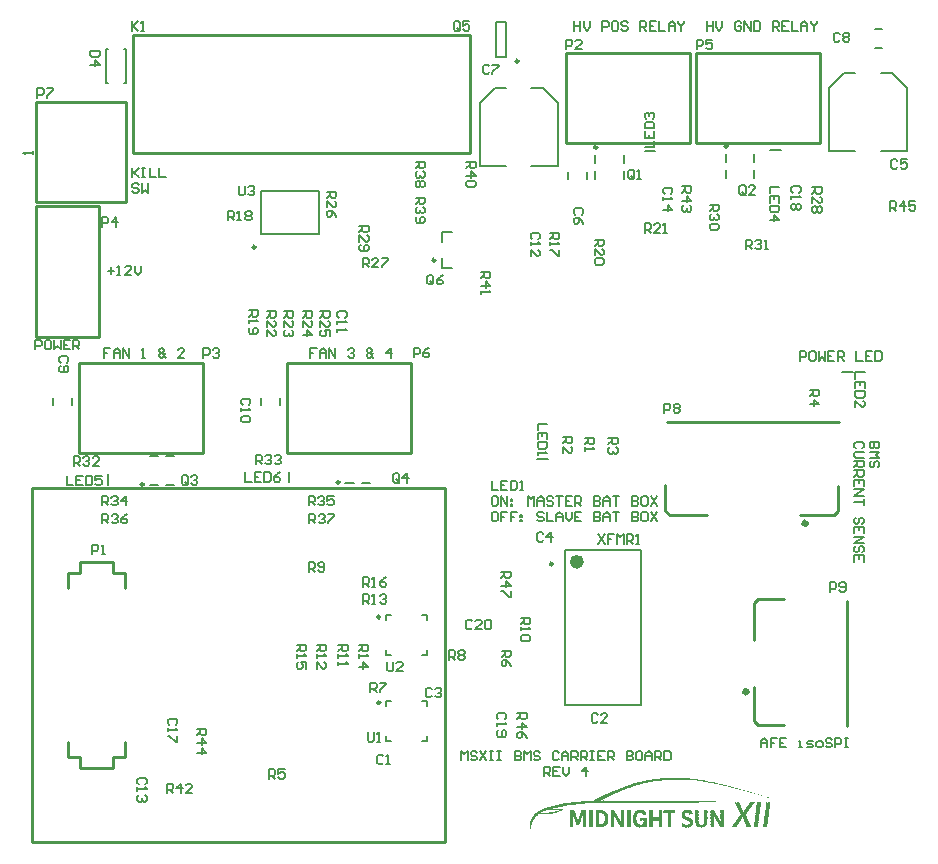
<source format=gto>
G04*
G04 #@! TF.GenerationSoftware,Altium Limited,Altium Designer,18.1.9 (240)*
G04*
G04 Layer_Color=65535*
%FSLAX25Y25*%
%MOIN*%
G70*
G01*
G75*
%ADD10C,0.01968*%
%ADD11C,0.00984*%
%ADD12C,0.00394*%
%ADD13C,0.02362*%
%ADD14C,0.01000*%
%ADD15C,0.00591*%
%ADD16C,0.00787*%
G36*
X216971Y21345D02*
X217330D01*
Y21273D01*
X217402D01*
Y21345D01*
X217474D01*
Y21273D01*
X217545D01*
Y21345D01*
X217617D01*
Y21273D01*
X217689D01*
Y21345D01*
X217760D01*
Y21273D01*
X217832D01*
Y21345D01*
X217904D01*
Y21273D01*
X218693D01*
Y21202D01*
X218765D01*
Y21273D01*
X218837D01*
Y21202D01*
X218909D01*
Y21273D01*
X218980D01*
Y21202D01*
X219196D01*
Y21130D01*
X219268D01*
Y21202D01*
X219339D01*
Y21130D01*
X219411D01*
Y21202D01*
X219483D01*
Y21130D01*
X220129D01*
Y21058D01*
X220200D01*
Y21130D01*
X220272D01*
Y21058D01*
X220344D01*
Y21130D01*
X220416D01*
Y21058D01*
X220487D01*
Y20986D01*
X220559D01*
Y21058D01*
X220631D01*
Y20986D01*
X220703D01*
Y21058D01*
X220775D01*
Y20986D01*
X221277D01*
Y20914D01*
X221349D01*
Y20986D01*
X221420D01*
Y20914D01*
X221492D01*
Y20843D01*
X221564D01*
Y20914D01*
X221636D01*
Y20843D01*
X221707D01*
Y20914D01*
X221779D01*
Y20843D01*
X222282D01*
Y20771D01*
X222353D01*
Y20843D01*
X222425D01*
Y20771D01*
X222497D01*
Y20699D01*
X222569D01*
Y20771D01*
X222640D01*
Y20699D01*
X222712D01*
Y20771D01*
X222784D01*
Y20699D01*
X223143D01*
Y20628D01*
X223214D01*
Y20699D01*
X223286D01*
Y20628D01*
X223501D01*
Y20556D01*
X224004D01*
Y20484D01*
X224076D01*
Y20556D01*
X224147D01*
Y20484D01*
X224219D01*
Y20412D01*
X224291D01*
Y20484D01*
X224363D01*
Y20412D01*
X224721D01*
Y20340D01*
X224793D01*
Y20412D01*
X224865D01*
Y20340D01*
X224937D01*
Y20269D01*
X225009D01*
Y20340D01*
X225080D01*
Y20269D01*
X225439D01*
Y20197D01*
X225511D01*
Y20269D01*
X225583D01*
Y20197D01*
X225654D01*
Y20125D01*
X225726D01*
Y20197D01*
X225798D01*
Y20125D01*
X225870D01*
Y20197D01*
X225941D01*
Y20125D01*
X226157D01*
Y20053D01*
X226228D01*
Y20125D01*
X226300D01*
Y20053D01*
X226372D01*
Y19982D01*
X226444D01*
Y20053D01*
X226516D01*
Y19982D01*
X226874D01*
Y19910D01*
X226946D01*
Y19982D01*
X227018D01*
Y19910D01*
X227090D01*
Y19838D01*
X227161D01*
Y19910D01*
X227233D01*
Y19838D01*
X227592D01*
Y19766D01*
X227664D01*
Y19838D01*
X227735D01*
Y19766D01*
X227807D01*
Y19695D01*
X228166D01*
Y19623D01*
X228238D01*
Y19695D01*
X228309D01*
Y19623D01*
X228381D01*
Y19551D01*
X228453D01*
Y19623D01*
X228525D01*
Y19551D01*
X228740D01*
Y19479D01*
X228812D01*
Y19551D01*
X228884D01*
Y19479D01*
X228955D01*
Y19408D01*
X229027D01*
Y19479D01*
X229099D01*
Y19408D01*
X229458D01*
Y19336D01*
X229530D01*
Y19408D01*
X229601D01*
Y19336D01*
X229673D01*
Y19264D01*
X230032D01*
Y19192D01*
X230247D01*
Y19120D01*
X230319D01*
Y19192D01*
X230391D01*
Y19120D01*
X230606D01*
Y19049D01*
X230678D01*
Y19120D01*
X230749D01*
Y19049D01*
X230821D01*
Y18977D01*
X230893D01*
Y19049D01*
X230965D01*
Y18977D01*
X231180D01*
Y18905D01*
X231252D01*
Y18977D01*
X231324D01*
Y18905D01*
X231395D01*
Y18833D01*
X231467D01*
Y18905D01*
X231539D01*
Y18833D01*
X231754D01*
Y18762D01*
X231826D01*
Y18833D01*
X231898D01*
Y18762D01*
X231969D01*
Y18690D01*
X232041D01*
Y18762D01*
X232113D01*
Y18690D01*
X232328D01*
Y18618D01*
X232400D01*
Y18690D01*
X232472D01*
Y18618D01*
X232543D01*
Y18546D01*
X232615D01*
Y18618D01*
X232687D01*
Y18546D01*
X232902D01*
Y18475D01*
X232974D01*
Y18546D01*
X233046D01*
Y18475D01*
X233118D01*
Y18403D01*
X233476D01*
Y18331D01*
X233548D01*
Y18259D01*
X233620D01*
Y18331D01*
X233692D01*
Y18259D01*
X234050D01*
Y18188D01*
X234266D01*
Y18116D01*
X234481D01*
Y18044D01*
X234553D01*
Y18116D01*
X234625D01*
Y18044D01*
X234696D01*
Y17972D01*
X235055D01*
Y17900D01*
X235271D01*
Y17829D01*
X235629D01*
Y17757D01*
X235701D01*
Y17685D01*
X235773D01*
Y17757D01*
X235845D01*
Y17685D01*
X236060D01*
Y17614D01*
X236132D01*
Y17685D01*
X236203D01*
Y17614D01*
X236275D01*
Y17542D01*
X236491D01*
Y17470D01*
X236562D01*
Y17542D01*
X236634D01*
Y17470D01*
X236706D01*
Y17398D01*
X236777D01*
Y17470D01*
X236849D01*
Y17398D01*
X237065D01*
Y17326D01*
X237280D01*
Y17255D01*
X237495D01*
Y17183D01*
X237567D01*
Y17255D01*
X237639D01*
Y17183D01*
X237710D01*
Y17111D01*
X237782D01*
Y17183D01*
X237854D01*
Y17111D01*
X238069D01*
Y17039D01*
X238141D01*
Y17111D01*
X238213D01*
Y17039D01*
X238284D01*
Y16968D01*
X238500D01*
Y16896D01*
X238572D01*
Y16968D01*
X238643D01*
Y16896D01*
X238715D01*
Y16824D01*
X239074D01*
Y16752D01*
X239146D01*
Y16681D01*
X239217D01*
Y16752D01*
X239289D01*
Y16681D01*
X239504D01*
Y16609D01*
X239720D01*
Y16537D01*
X240078D01*
Y16465D01*
X240294D01*
Y16394D01*
X240509D01*
Y16322D01*
X240581D01*
Y16394D01*
X240653D01*
Y16322D01*
X240724D01*
Y16250D01*
X240940D01*
Y16178D01*
X241011D01*
Y16250D01*
X241083D01*
Y16178D01*
X241155D01*
Y16106D01*
X241514D01*
Y16035D01*
X241585D01*
Y15963D01*
X241657D01*
Y16035D01*
X241729D01*
Y15963D01*
X241944D01*
Y15891D01*
X242160D01*
Y15819D01*
X242375D01*
Y15748D01*
X242447D01*
Y15819D01*
X242518D01*
Y15748D01*
X242590D01*
Y15676D01*
X242662D01*
Y15748D01*
X242734D01*
Y15676D01*
X242949D01*
Y15604D01*
X243164D01*
Y15532D01*
X243380D01*
Y15461D01*
X243595D01*
Y15389D01*
X243810D01*
Y15317D01*
X243882D01*
Y15389D01*
X243954D01*
Y15317D01*
X244025D01*
Y15245D01*
X244241D01*
Y15174D01*
X244313D01*
Y15102D01*
X244241D01*
Y15174D01*
X244025D01*
Y15245D01*
X243810D01*
Y15317D01*
X243738D01*
Y15245D01*
X243667D01*
Y15317D01*
X243595D01*
Y15389D01*
X243523D01*
Y15317D01*
X243451D01*
Y15389D01*
X243380D01*
Y15461D01*
X243308D01*
Y15389D01*
X243236D01*
Y15461D01*
X243021D01*
Y15532D01*
X242806D01*
Y15604D01*
X242590D01*
Y15676D01*
X242518D01*
Y15604D01*
X242447D01*
Y15676D01*
X242375D01*
Y15748D01*
X242016D01*
Y15819D01*
X241801D01*
Y15891D01*
X241585D01*
Y15963D01*
X241514D01*
Y15891D01*
X241442D01*
Y15963D01*
X241370D01*
Y16035D01*
X241299D01*
Y15963D01*
X241227D01*
Y16035D01*
X241011D01*
Y16106D01*
X240796D01*
Y16178D01*
X240437D01*
Y16250D01*
X240366D01*
Y16322D01*
X240294D01*
Y16250D01*
X240222D01*
Y16322D01*
X240007D01*
Y16394D01*
X239791D01*
Y16465D01*
X239576D01*
Y16537D01*
X239504D01*
Y16465D01*
X239433D01*
Y16537D01*
X239361D01*
Y16609D01*
X239289D01*
Y16537D01*
X239217D01*
Y16609D01*
X239002D01*
Y16681D01*
X238930D01*
Y16609D01*
X238859D01*
Y16681D01*
X238787D01*
Y16752D01*
X238428D01*
Y16824D01*
X238213D01*
Y16896D01*
X237998D01*
Y16968D01*
X237926D01*
Y16896D01*
X237854D01*
Y16968D01*
X237782D01*
Y17039D01*
X237710D01*
Y16968D01*
X237639D01*
Y17039D01*
X237280D01*
Y17111D01*
X237208D01*
Y17183D01*
X237136D01*
Y17111D01*
X237065D01*
Y17183D01*
X236849D01*
Y17255D01*
X236634D01*
Y17326D01*
X236562D01*
Y17255D01*
X236491D01*
Y17326D01*
X236275D01*
Y17398D01*
X236203D01*
Y17470D01*
X236132D01*
Y17398D01*
X236203D01*
Y17326D01*
X236132D01*
Y17398D01*
X236060D01*
Y17470D01*
X235701D01*
Y17542D01*
X235486D01*
Y17614D01*
X235127D01*
Y17685D01*
X235055D01*
Y17757D01*
X234983D01*
Y17685D01*
X235055D01*
Y17614D01*
X234983D01*
Y17685D01*
X234912D01*
Y17757D01*
X234553D01*
Y17829D01*
X234338D01*
Y17900D01*
X234122D01*
Y17972D01*
X234050D01*
Y17900D01*
X233979D01*
Y17972D01*
X233907D01*
Y18044D01*
X233835D01*
Y17972D01*
X233764D01*
Y18044D01*
X233405D01*
Y18116D01*
X233189D01*
Y18188D01*
X232831D01*
Y18259D01*
X232759D01*
Y18331D01*
X232687D01*
Y18259D01*
X232759D01*
Y18188D01*
X232687D01*
Y18259D01*
X232615D01*
Y18331D01*
X232257D01*
Y18403D01*
X232041D01*
Y18475D01*
X231969D01*
Y18403D01*
X231898D01*
Y18475D01*
X231682D01*
Y18546D01*
X231611D01*
Y18475D01*
X231539D01*
Y18546D01*
X231467D01*
Y18618D01*
X231108D01*
Y18690D01*
X231036D01*
Y18618D01*
X230965D01*
Y18690D01*
X230893D01*
Y18762D01*
X230821D01*
Y18690D01*
X230749D01*
Y18762D01*
X230391D01*
Y18833D01*
X230175D01*
Y18905D01*
X229817D01*
Y18977D01*
X229745D01*
Y18905D01*
X229673D01*
Y18977D01*
X229601D01*
Y19049D01*
X229530D01*
Y18977D01*
X229458D01*
Y19049D01*
X229242D01*
Y19120D01*
X229171D01*
Y19049D01*
X229099D01*
Y19120D01*
X229027D01*
Y19192D01*
X228955D01*
Y19120D01*
X229027D01*
Y19049D01*
X228955D01*
Y19120D01*
X228884D01*
Y19192D01*
X228525D01*
Y19264D01*
X228453D01*
Y19192D01*
X228381D01*
Y19264D01*
X228309D01*
Y19336D01*
X228238D01*
Y19264D01*
X228166D01*
Y19336D01*
X227807D01*
Y19408D01*
X227735D01*
Y19336D01*
X227664D01*
Y19408D01*
X227592D01*
Y19479D01*
X227520D01*
Y19408D01*
X227448D01*
Y19479D01*
X227090D01*
Y19551D01*
X226874D01*
Y19623D01*
X226802D01*
Y19551D01*
X226731D01*
Y19623D01*
X226372D01*
Y19695D01*
X226157D01*
Y19766D01*
X226085D01*
Y19695D01*
X226013D01*
Y19766D01*
X225654D01*
Y19838D01*
X225583D01*
Y19766D01*
X225511D01*
Y19838D01*
X225439D01*
Y19910D01*
X225367D01*
Y19838D01*
X225295D01*
Y19910D01*
X224937D01*
Y19982D01*
X224865D01*
Y19910D01*
X224793D01*
Y19982D01*
X224721D01*
Y20053D01*
X224650D01*
Y19982D01*
X224721D01*
Y19910D01*
X224650D01*
Y19982D01*
X224578D01*
Y20053D01*
X224506D01*
Y19982D01*
X224434D01*
Y20053D01*
X224076D01*
Y20125D01*
X224004D01*
Y20053D01*
X223932D01*
Y20125D01*
X223717D01*
Y20197D01*
X223645D01*
Y20125D01*
X223573D01*
Y20197D01*
X223214D01*
Y20269D01*
X223143D01*
Y20197D01*
X223071D01*
Y20269D01*
X222999D01*
Y20197D01*
X222927D01*
Y20269D01*
X222856D01*
Y20340D01*
X222784D01*
Y20269D01*
X222712D01*
Y20340D01*
X222640D01*
Y20269D01*
X222569D01*
Y20340D01*
X222210D01*
Y20412D01*
X222138D01*
Y20340D01*
X222066D01*
Y20412D01*
X221994D01*
Y20340D01*
X221923D01*
Y20412D01*
X221707D01*
Y20484D01*
X221636D01*
Y20412D01*
X221564D01*
Y20484D01*
X221061D01*
Y20556D01*
X220990D01*
Y20484D01*
X220918D01*
Y20556D01*
X220846D01*
Y20484D01*
X220775D01*
Y20556D01*
X220703D01*
Y20628D01*
X220631D01*
Y20556D01*
X220559D01*
Y20628D01*
X220487D01*
Y20556D01*
X220416D01*
Y20628D01*
X219626D01*
Y20699D01*
X219554D01*
Y20628D01*
X219483D01*
Y20699D01*
X219411D01*
Y20628D01*
X219339D01*
Y20699D01*
X219124D01*
Y20771D01*
X219052D01*
Y20699D01*
X218837D01*
Y20771D01*
X218765D01*
Y20699D01*
X218693D01*
Y20771D01*
X218622D01*
Y20699D01*
X218550D01*
Y20771D01*
X218478D01*
Y20699D01*
X218406D01*
Y20771D01*
X218335D01*
Y20699D01*
X218263D01*
Y20771D01*
X218191D01*
Y20699D01*
X218119D01*
Y20771D01*
X217904D01*
Y20699D01*
X217832D01*
Y20771D01*
X215321D01*
Y20699D01*
X215249D01*
Y20771D01*
X215034D01*
Y20699D01*
X214962D01*
Y20771D01*
X214890D01*
Y20699D01*
X214818D01*
Y20771D01*
X214746D01*
Y20699D01*
X214675D01*
Y20771D01*
X214603D01*
Y20699D01*
X214531D01*
Y20771D01*
X214459D01*
Y20699D01*
X214388D01*
Y20771D01*
X214316D01*
Y20699D01*
X214244D01*
Y20771D01*
X214172D01*
Y20699D01*
X214101D01*
Y20771D01*
X214029D01*
Y20699D01*
X213957D01*
Y20771D01*
X213885D01*
Y20699D01*
X213670D01*
Y20628D01*
X213598D01*
Y20699D01*
X213383D01*
Y20628D01*
X213311D01*
Y20699D01*
X213240D01*
Y20628D01*
X213168D01*
Y20699D01*
X213096D01*
Y20628D01*
X213024D01*
Y20699D01*
X212952D01*
Y20628D01*
X212881D01*
Y20699D01*
X212809D01*
Y20628D01*
X212737D01*
Y20699D01*
X212665D01*
Y20628D01*
X211733D01*
Y20556D01*
X211661D01*
Y20628D01*
X211589D01*
Y20556D01*
X211517D01*
Y20628D01*
X211445D01*
Y20556D01*
X211374D01*
Y20628D01*
X211302D01*
Y20556D01*
X211230D01*
Y20628D01*
X211158D01*
Y20556D01*
X211230D01*
Y20484D01*
X211158D01*
Y20556D01*
X211087D01*
Y20484D01*
X211015D01*
Y20556D01*
X210943D01*
Y20484D01*
X210871D01*
Y20556D01*
X210800D01*
Y20484D01*
X210154D01*
Y20412D01*
X210082D01*
Y20484D01*
X210010D01*
Y20412D01*
X209938D01*
Y20484D01*
X209867D01*
Y20412D01*
X209651D01*
Y20340D01*
X209580D01*
Y20412D01*
X209508D01*
Y20340D01*
X209436D01*
Y20412D01*
X209364D01*
Y20340D01*
X209293D01*
Y20412D01*
X209221D01*
Y20340D01*
X208718D01*
Y20269D01*
X208647D01*
Y20340D01*
X208575D01*
Y20269D01*
X208503D01*
Y20340D01*
X208431D01*
Y20269D01*
X208360D01*
Y20340D01*
X208288D01*
Y20269D01*
X208360D01*
Y20197D01*
X208288D01*
Y20269D01*
X208216D01*
Y20197D01*
X208144D01*
Y20269D01*
X208073D01*
Y20197D01*
X207570D01*
Y20125D01*
X207499D01*
Y20197D01*
X207427D01*
Y20125D01*
X207355D01*
Y20197D01*
X207283D01*
Y20125D01*
X207211D01*
Y20053D01*
X207140D01*
Y20125D01*
X207068D01*
Y20053D01*
X206996D01*
Y20125D01*
X206924D01*
Y20053D01*
X206566D01*
Y19982D01*
X206494D01*
Y20053D01*
X206422D01*
Y19982D01*
X206350D01*
Y19910D01*
X206278D01*
Y19982D01*
X206207D01*
Y19910D01*
X205848D01*
Y19838D01*
X205776D01*
Y19910D01*
X205704D01*
Y19838D01*
X205633D01*
Y19910D01*
X205561D01*
Y19838D01*
X205489D01*
Y19766D01*
X205417D01*
Y19838D01*
X205346D01*
Y19766D01*
X204987D01*
Y19695D01*
X204915D01*
Y19766D01*
X204843D01*
Y19695D01*
X204915D01*
Y19623D01*
X204843D01*
Y19695D01*
X204771D01*
Y19623D01*
X204700D01*
Y19695D01*
X204628D01*
Y19623D01*
X204413D01*
Y19551D01*
X204341D01*
Y19623D01*
X204269D01*
Y19551D01*
X204197D01*
Y19479D01*
X204126D01*
Y19551D01*
X204054D01*
Y19479D01*
X203695D01*
Y19408D01*
X203623D01*
Y19336D01*
X203552D01*
Y19408D01*
X203480D01*
Y19336D01*
X203264D01*
Y19264D01*
X203049D01*
Y19192D01*
X202977D01*
Y19264D01*
X202906D01*
Y19192D01*
X202690D01*
Y19120D01*
X202619D01*
Y19192D01*
X202547D01*
Y19120D01*
X202619D01*
Y19049D01*
X202547D01*
Y19120D01*
X202475D01*
Y19049D01*
X202260D01*
Y18977D01*
X202188D01*
Y19049D01*
X202116D01*
Y18977D01*
X202045D01*
Y18905D01*
X201686D01*
Y18833D01*
X201614D01*
Y18762D01*
X201399D01*
Y18690D01*
X201327D01*
Y18762D01*
X201255D01*
Y18690D01*
X201183D01*
Y18618D01*
X200825D01*
Y18546D01*
X200753D01*
Y18475D01*
X200394D01*
Y18403D01*
X200322D01*
Y18331D01*
X199963D01*
Y18259D01*
X199892D01*
Y18188D01*
X199676D01*
Y18116D01*
X199605D01*
Y18188D01*
X199533D01*
Y18116D01*
X199461D01*
Y18044D01*
X199246D01*
Y17972D01*
X199174D01*
Y18044D01*
X199102D01*
Y17972D01*
X199174D01*
Y17900D01*
X199102D01*
Y17972D01*
X199030D01*
Y17900D01*
X198815D01*
Y17829D01*
X198743D01*
Y17757D01*
X198672D01*
Y17829D01*
X198600D01*
Y17757D01*
X198385D01*
Y17685D01*
X198313D01*
Y17614D01*
X198098D01*
Y17542D01*
X197882D01*
Y17470D01*
X197667D01*
Y17398D01*
X197595D01*
Y17326D01*
X197380D01*
Y17255D01*
X197308D01*
Y17326D01*
X197237D01*
Y17255D01*
X197165D01*
Y17183D01*
X196949D01*
Y17111D01*
X196878D01*
Y17039D01*
X196806D01*
Y17111D01*
X196734D01*
Y17039D01*
X196662D01*
Y16968D01*
X196447D01*
Y16896D01*
X196232D01*
Y16824D01*
X196160D01*
Y16752D01*
X195945D01*
Y16681D01*
X195873D01*
Y16752D01*
X195801D01*
Y16681D01*
X195729D01*
Y16609D01*
X195514D01*
Y16537D01*
X195442D01*
Y16465D01*
X195227D01*
Y16394D01*
X195155D01*
Y16322D01*
X194940D01*
Y16250D01*
X194868D01*
Y16322D01*
X194797D01*
Y16250D01*
X194868D01*
Y16178D01*
X194797D01*
Y16250D01*
X194725D01*
Y16178D01*
X194653D01*
Y16106D01*
X194438D01*
Y16035D01*
X194222D01*
Y15963D01*
X194151D01*
Y15891D01*
X194079D01*
Y15819D01*
X194007D01*
Y15891D01*
X193935D01*
Y15819D01*
X193864D01*
Y15748D01*
X193648D01*
Y15676D01*
X193577D01*
Y15604D01*
X193361D01*
Y15532D01*
X193290D01*
Y15461D01*
X193074D01*
Y15389D01*
X193002D01*
Y15317D01*
X192787D01*
Y15245D01*
X192716D01*
Y15174D01*
X192500D01*
Y15102D01*
X192428D01*
Y15030D01*
X192213D01*
Y14958D01*
X192141D01*
Y14886D01*
X191926D01*
Y14815D01*
X191854D01*
Y14743D01*
X191639D01*
Y14671D01*
X191567D01*
Y14599D01*
X191352D01*
Y14528D01*
X191280D01*
Y14456D01*
X191065D01*
Y14384D01*
X190993D01*
Y14312D01*
X190778D01*
Y14241D01*
X190706D01*
Y14169D01*
X190491D01*
Y14097D01*
X190419D01*
Y14025D01*
X190204D01*
Y13954D01*
X190132D01*
Y13882D01*
X190060D01*
Y13810D01*
X190132D01*
Y13738D01*
X190204D01*
Y13667D01*
X190276D01*
Y13738D01*
X190634D01*
Y13810D01*
X190706D01*
Y13738D01*
X190778D01*
Y13667D01*
X190850D01*
Y13738D01*
X190921D01*
Y13810D01*
X190993D01*
Y13738D01*
X191208D01*
Y13810D01*
X191280D01*
Y13738D01*
X191352D01*
Y13667D01*
X191424D01*
Y13738D01*
X191639D01*
Y13667D01*
X191711D01*
Y13738D01*
X191926D01*
Y13667D01*
X191998D01*
Y13738D01*
X192070D01*
Y13667D01*
X192141D01*
Y13738D01*
X192213D01*
Y13667D01*
X192285D01*
Y13738D01*
X192500D01*
Y13667D01*
X192572D01*
Y13738D01*
X192644D01*
Y13667D01*
X192716D01*
Y13738D01*
X192787D01*
Y13667D01*
X192859D01*
Y13738D01*
X192931D01*
Y13667D01*
X193002D01*
Y13738D01*
X193074D01*
Y13667D01*
X193146D01*
Y13738D01*
X193218D01*
Y13667D01*
X193290D01*
Y13738D01*
X193361D01*
Y13667D01*
X193433D01*
Y13738D01*
X193505D01*
Y13667D01*
X193577D01*
Y13738D01*
X193648D01*
Y13667D01*
X193720D01*
Y13738D01*
X193792D01*
Y13667D01*
X193864D01*
Y13738D01*
X193935D01*
Y13667D01*
X194007D01*
Y13738D01*
X194079D01*
Y13667D01*
X194151D01*
Y13738D01*
X194222D01*
Y13667D01*
X194294D01*
Y13738D01*
X194366D01*
Y13667D01*
X194438D01*
Y13738D01*
X194509D01*
Y13667D01*
X194581D01*
Y13738D01*
X194653D01*
Y13667D01*
X194725D01*
Y13738D01*
X194797D01*
Y13667D01*
X194868D01*
Y13738D01*
X194940D01*
Y13667D01*
X195012D01*
Y13738D01*
X195084D01*
Y13667D01*
X195299D01*
Y13738D01*
X195371D01*
Y13667D01*
X195586D01*
Y13738D01*
X195658D01*
Y13667D01*
X195873D01*
Y13738D01*
X195945D01*
Y13667D01*
X200896D01*
Y13595D01*
X200968D01*
Y13667D01*
X201040D01*
Y13595D01*
X201112D01*
Y13667D01*
X201183D01*
Y13595D01*
X201255D01*
Y13667D01*
X201327D01*
Y13595D01*
X201399D01*
Y13667D01*
X201470D01*
Y13595D01*
X201542D01*
Y13667D01*
X201614D01*
Y13595D01*
X201686D01*
Y13667D01*
X201901D01*
Y13595D01*
X201973D01*
Y13667D01*
X202045D01*
Y13595D01*
X202116D01*
Y13667D01*
X202188D01*
Y13595D01*
X202260D01*
Y13667D01*
X202332D01*
Y13595D01*
X202403D01*
Y13667D01*
X202475D01*
Y13595D01*
X202547D01*
Y13667D01*
X202619D01*
Y13595D01*
X202690D01*
Y13667D01*
X202762D01*
Y13595D01*
X202834D01*
Y13667D01*
X202906D01*
Y13595D01*
X202977D01*
Y13667D01*
X203049D01*
Y13595D01*
X203121D01*
Y13667D01*
X203193D01*
Y13595D01*
X203264D01*
Y13667D01*
X203336D01*
Y13595D01*
X203408D01*
Y13667D01*
X203480D01*
Y13595D01*
X203552D01*
Y13667D01*
X203623D01*
Y13595D01*
X203695D01*
Y13667D01*
X203767D01*
Y13595D01*
X203839D01*
Y13667D01*
X203910D01*
Y13595D01*
X203982D01*
Y13667D01*
X204054D01*
Y13595D01*
X204126D01*
Y13667D01*
X204197D01*
Y13595D01*
X204269D01*
Y13667D01*
X204341D01*
Y13595D01*
X204413D01*
Y13667D01*
X204485D01*
Y13595D01*
X204556D01*
Y13667D01*
X204628D01*
Y13595D01*
X204700D01*
Y13667D01*
X204771D01*
Y13595D01*
X204843D01*
Y13667D01*
X204915D01*
Y13595D01*
X205130D01*
Y13667D01*
X205202D01*
Y13595D01*
X205417D01*
Y13667D01*
X205489D01*
Y13595D01*
X205704D01*
Y13667D01*
X205776D01*
Y13595D01*
X205992D01*
Y13667D01*
X206063D01*
Y13595D01*
X206278D01*
Y13667D01*
X206350D01*
Y13595D01*
X206566D01*
Y13667D01*
X206637D01*
Y13595D01*
X206853D01*
Y13667D01*
X206924D01*
Y13595D01*
X207140D01*
Y13667D01*
X207211D01*
Y13595D01*
X207427D01*
Y13667D01*
X207499D01*
Y13595D01*
X207714D01*
Y13667D01*
X207786D01*
Y13595D01*
X208001D01*
Y13667D01*
X208073D01*
Y13595D01*
X208288D01*
Y13667D01*
X208360D01*
Y13595D01*
X208431D01*
Y13667D01*
X208503D01*
Y13595D01*
X208575D01*
Y13667D01*
X208647D01*
Y13595D01*
X208718D01*
Y13667D01*
X208790D01*
Y13595D01*
X208862D01*
Y13667D01*
X208934D01*
Y13595D01*
X209005D01*
Y13667D01*
X209077D01*
Y13595D01*
X209149D01*
Y13667D01*
X209221D01*
Y13595D01*
X209293D01*
Y13667D01*
X209364D01*
Y13595D01*
X209436D01*
Y13667D01*
X209508D01*
Y13595D01*
X209580D01*
Y13667D01*
X209651D01*
Y13595D01*
X209723D01*
Y13667D01*
X209795D01*
Y13595D01*
X209867D01*
Y13667D01*
X209938D01*
Y13595D01*
X210010D01*
Y13667D01*
X210082D01*
Y13595D01*
X210154D01*
Y13667D01*
X210225D01*
Y13595D01*
X210297D01*
Y13667D01*
X210369D01*
Y13595D01*
X210441D01*
Y13667D01*
X210512D01*
Y13595D01*
X210584D01*
Y13667D01*
X210656D01*
Y13595D01*
X210728D01*
Y13667D01*
X210800D01*
Y13595D01*
X210871D01*
Y13667D01*
X210943D01*
Y13595D01*
X211015D01*
Y13667D01*
X211087D01*
Y13595D01*
X211158D01*
Y13667D01*
X211230D01*
Y13595D01*
X211302D01*
Y13667D01*
X211374D01*
Y13595D01*
X211445D01*
Y13667D01*
X211517D01*
Y13595D01*
X211589D01*
Y13667D01*
X211661D01*
Y13595D01*
X211733D01*
Y13667D01*
X211804D01*
Y13595D01*
X211876D01*
Y13667D01*
X211948D01*
Y13595D01*
X212019D01*
Y13667D01*
X212091D01*
Y13595D01*
X212163D01*
Y13667D01*
X212235D01*
Y13595D01*
X212307D01*
Y13667D01*
X212378D01*
Y13595D01*
X212450D01*
Y13667D01*
X212522D01*
Y13595D01*
X212594D01*
Y13667D01*
X212665D01*
Y13595D01*
X212737D01*
Y13667D01*
X212809D01*
Y13595D01*
X212881D01*
Y13667D01*
X212952D01*
Y13595D01*
X213024D01*
Y13667D01*
X213096D01*
Y13595D01*
X213168D01*
Y13667D01*
X213240D01*
Y13595D01*
X213311D01*
Y13667D01*
X213383D01*
Y13595D01*
X213455D01*
Y13667D01*
X213527D01*
Y13595D01*
X213598D01*
Y13667D01*
X213670D01*
Y13595D01*
X213742D01*
Y13667D01*
X213814D01*
Y13595D01*
X213885D01*
Y13667D01*
X213957D01*
Y13595D01*
X214029D01*
Y13667D01*
X214101D01*
Y13595D01*
X214172D01*
Y13667D01*
X214244D01*
Y13595D01*
X214316D01*
Y13667D01*
X214388D01*
Y13595D01*
X214459D01*
Y13667D01*
X214531D01*
Y13595D01*
X214603D01*
Y13667D01*
X214675D01*
Y13595D01*
X214746D01*
Y13667D01*
X214818D01*
Y13595D01*
X214890D01*
Y13667D01*
X214962D01*
Y13595D01*
X215034D01*
Y13667D01*
X215105D01*
Y13595D01*
X215177D01*
Y13667D01*
X215249D01*
Y13595D01*
X215321D01*
Y13667D01*
X215392D01*
Y13595D01*
X215464D01*
Y13667D01*
X215536D01*
Y13595D01*
X215608D01*
Y13667D01*
X215679D01*
Y13595D01*
X215751D01*
Y13667D01*
X215823D01*
Y13595D01*
X215895D01*
Y13667D01*
X215966D01*
Y13595D01*
X216038D01*
Y13667D01*
X216110D01*
Y13595D01*
X216182D01*
Y13667D01*
X216253D01*
Y13595D01*
X216325D01*
Y13667D01*
X216397D01*
Y13595D01*
X216469D01*
Y13667D01*
X216541D01*
Y13595D01*
X216612D01*
Y13667D01*
X216684D01*
Y13595D01*
X216756D01*
Y13667D01*
X216828D01*
Y13595D01*
X216899D01*
Y13667D01*
X216971D01*
Y13595D01*
X217043D01*
Y13667D01*
X217115D01*
Y13595D01*
X217186D01*
Y13667D01*
X217258D01*
Y13595D01*
X217330D01*
Y13667D01*
X217402D01*
Y13595D01*
X217474D01*
Y13667D01*
X217545D01*
Y13595D01*
X217617D01*
Y13667D01*
X217689D01*
Y13595D01*
X217760D01*
Y13667D01*
X217832D01*
Y13595D01*
X217904D01*
Y13667D01*
X217976D01*
Y13595D01*
X218047D01*
Y13667D01*
X218119D01*
Y13595D01*
X218191D01*
Y13667D01*
X218263D01*
Y13595D01*
X218335D01*
Y13667D01*
X218406D01*
Y13595D01*
X218478D01*
Y13667D01*
X218550D01*
Y13595D01*
X218622D01*
Y13667D01*
X218693D01*
Y13595D01*
X218765D01*
Y13667D01*
X218837D01*
Y13595D01*
X218909D01*
Y13667D01*
X218980D01*
Y13595D01*
X219052D01*
Y13667D01*
X219124D01*
Y13595D01*
X219196D01*
Y13667D01*
X219268D01*
Y13595D01*
X219339D01*
Y13667D01*
X219411D01*
Y13595D01*
X219483D01*
Y13667D01*
X219554D01*
Y13595D01*
X219626D01*
Y13667D01*
X219698D01*
Y13595D01*
X219770D01*
Y13667D01*
X219842D01*
Y13595D01*
X219913D01*
Y13667D01*
X219985D01*
Y13595D01*
X220057D01*
Y13667D01*
X220129D01*
Y13595D01*
X220200D01*
Y13667D01*
X220272D01*
Y13595D01*
X220344D01*
Y13667D01*
X220416D01*
Y13595D01*
X220631D01*
Y13667D01*
X220703D01*
Y13595D01*
X220918D01*
Y13667D01*
X220990D01*
Y13595D01*
X221061D01*
Y13523D01*
X221133D01*
Y13595D01*
X221349D01*
Y13523D01*
X221420D01*
Y13595D01*
X221492D01*
Y13523D01*
X221564D01*
Y13595D01*
X221636D01*
Y13523D01*
X221707D01*
Y13595D01*
X221779D01*
Y13523D01*
X221851D01*
Y13595D01*
X221923D01*
Y13523D01*
X221994D01*
Y13595D01*
X222066D01*
Y13523D01*
X222138D01*
Y13595D01*
X222210D01*
Y13523D01*
X222282D01*
Y13595D01*
X222353D01*
Y13523D01*
X222425D01*
Y13595D01*
X222497D01*
Y13523D01*
X222569D01*
Y13595D01*
X222640D01*
Y13523D01*
X222712D01*
Y13595D01*
X222784D01*
Y13523D01*
X222856D01*
Y13595D01*
X222927D01*
Y13523D01*
X222999D01*
Y13595D01*
X223071D01*
Y13523D01*
X223143D01*
Y13595D01*
X223358D01*
Y13523D01*
X223430D01*
Y13595D01*
X223645D01*
Y13523D01*
X223717D01*
Y13595D01*
X223932D01*
Y13523D01*
X224004D01*
Y13595D01*
X224219D01*
Y13523D01*
X224291D01*
Y13595D01*
X224363D01*
Y13523D01*
X224434D01*
Y13595D01*
X224506D01*
Y13523D01*
X224578D01*
Y13595D01*
X224793D01*
Y13523D01*
X224865D01*
Y13595D01*
X225080D01*
Y13523D01*
X225152D01*
Y13595D01*
X225224D01*
Y13667D01*
X225295D01*
Y13595D01*
X225511D01*
Y13667D01*
X225583D01*
Y13595D01*
X225798D01*
Y13667D01*
X225870D01*
Y13595D01*
X226085D01*
Y13667D01*
X226157D01*
Y13595D01*
X226372D01*
Y13667D01*
X226444D01*
Y13595D01*
X226659D01*
Y13667D01*
X226731D01*
Y13595D01*
X226946D01*
Y13667D01*
X227018D01*
Y13595D01*
X227090D01*
Y13667D01*
X227161D01*
Y13595D01*
X227233D01*
Y13667D01*
X227305D01*
Y13595D01*
X227377D01*
Y13667D01*
X227448D01*
Y13595D01*
X227520D01*
Y13667D01*
X227592D01*
Y13595D01*
X227664D01*
Y13667D01*
X227735D01*
Y13595D01*
X227807D01*
Y13667D01*
X227879D01*
Y13595D01*
X227951D01*
Y13667D01*
X228023D01*
Y13595D01*
X228094D01*
Y13667D01*
X229745D01*
Y13595D01*
X228955D01*
Y13523D01*
X228884D01*
Y13595D01*
X228812D01*
Y13523D01*
X228740D01*
Y13595D01*
X228668D01*
Y13523D01*
X228597D01*
Y13595D01*
X228525D01*
Y13523D01*
X228309D01*
Y13451D01*
X228238D01*
Y13523D01*
X228166D01*
Y13451D01*
X228094D01*
Y13523D01*
X228023D01*
Y13451D01*
X227951D01*
Y13523D01*
X227879D01*
Y13451D01*
X227807D01*
Y13523D01*
X227735D01*
Y13451D01*
X226946D01*
Y13379D01*
X226874D01*
Y13451D01*
X226802D01*
Y13379D01*
X226731D01*
Y13451D01*
X226659D01*
Y13379D01*
X226587D01*
Y13451D01*
X226516D01*
Y13379D01*
X226444D01*
Y13451D01*
X226372D01*
Y13379D01*
X226157D01*
Y13308D01*
X226085D01*
Y13379D01*
X226013D01*
Y13308D01*
X225941D01*
Y13379D01*
X225870D01*
Y13308D01*
X225798D01*
Y13379D01*
X225726D01*
Y13308D01*
X224793D01*
Y13236D01*
X224721D01*
Y13308D01*
X224650D01*
Y13236D01*
X224578D01*
Y13308D01*
X224506D01*
Y13236D01*
X224291D01*
Y13308D01*
X224219D01*
Y13236D01*
X224004D01*
Y13164D01*
X223932D01*
Y13236D01*
X223860D01*
Y13164D01*
X223788D01*
Y13236D01*
X223717D01*
Y13164D01*
X223645D01*
Y13236D01*
X223573D01*
Y13164D01*
X223501D01*
Y13236D01*
X223430D01*
Y13164D01*
X222353D01*
Y13092D01*
X222282D01*
Y13164D01*
X222210D01*
Y13092D01*
X222138D01*
Y13164D01*
X222066D01*
Y13092D01*
X221994D01*
Y13164D01*
X221923D01*
Y13092D01*
X221851D01*
Y13164D01*
X221779D01*
Y13092D01*
X221851D01*
Y13021D01*
X221779D01*
Y13092D01*
X221564D01*
Y13021D01*
X221492D01*
Y13092D01*
X221420D01*
Y13021D01*
X221349D01*
Y13092D01*
X221277D01*
Y13021D01*
X221205D01*
Y13092D01*
X221133D01*
Y13021D01*
X221061D01*
Y13092D01*
X220990D01*
Y13021D01*
X220918D01*
Y13092D01*
X220846D01*
Y13021D01*
X219339D01*
Y12949D01*
X219268D01*
Y13021D01*
X219052D01*
Y12949D01*
X218980D01*
Y13021D01*
X218909D01*
Y12949D01*
X218837D01*
Y13021D01*
X218765D01*
Y12949D01*
X218693D01*
Y13021D01*
X218622D01*
Y12949D01*
X218550D01*
Y13021D01*
X218478D01*
Y12949D01*
X218406D01*
Y13021D01*
X218335D01*
Y12949D01*
X218263D01*
Y13021D01*
X218191D01*
Y12949D01*
X218119D01*
Y13021D01*
X218047D01*
Y12949D01*
X217976D01*
Y13021D01*
X217904D01*
Y12949D01*
X217689D01*
Y13021D01*
X217617D01*
Y12949D01*
X217402D01*
Y12877D01*
X217330D01*
Y12949D01*
X216971D01*
Y12877D01*
X216899D01*
Y12949D01*
X216828D01*
Y12877D01*
X216756D01*
Y12949D01*
X216684D01*
Y12877D01*
X216612D01*
Y12949D01*
X216541D01*
Y12877D01*
X216469D01*
Y12949D01*
X216397D01*
Y12877D01*
X216325D01*
Y12949D01*
X216253D01*
Y12877D01*
X216182D01*
Y12949D01*
X216110D01*
Y12877D01*
X216038D01*
Y12949D01*
X215966D01*
Y12877D01*
X215895D01*
Y12949D01*
X215823D01*
Y12877D01*
X215751D01*
Y12949D01*
X215679D01*
Y12877D01*
X215608D01*
Y12949D01*
X215536D01*
Y12877D01*
X215464D01*
Y12949D01*
X215392D01*
Y12877D01*
X215321D01*
Y12949D01*
X215249D01*
Y12877D01*
X215177D01*
Y12949D01*
X215105D01*
Y12877D01*
X215034D01*
Y12949D01*
X214962D01*
Y12877D01*
X214890D01*
Y12949D01*
X214818D01*
Y12877D01*
X214746D01*
Y12949D01*
X214675D01*
Y12877D01*
X214603D01*
Y12949D01*
X214531D01*
Y12877D01*
X214459D01*
Y12949D01*
X214388D01*
Y12877D01*
X214316D01*
Y12949D01*
X214244D01*
Y12877D01*
X214172D01*
Y12949D01*
X214101D01*
Y12877D01*
X214029D01*
Y12949D01*
X213957D01*
Y12877D01*
X213885D01*
Y12949D01*
X213814D01*
Y12877D01*
X213742D01*
Y12949D01*
X213670D01*
Y12877D01*
X213598D01*
Y12949D01*
X213527D01*
Y12877D01*
X213455D01*
Y12949D01*
X213383D01*
Y12877D01*
X213024D01*
Y12949D01*
X212952D01*
Y12877D01*
X212450D01*
Y12949D01*
X212378D01*
Y12877D01*
X202116D01*
Y12949D01*
X202045D01*
Y12877D01*
X201542D01*
Y12949D01*
X201470D01*
Y12877D01*
X200968D01*
Y12949D01*
X200896D01*
Y12877D01*
X200681D01*
Y12949D01*
X200609D01*
Y12877D01*
X200537D01*
Y12949D01*
X200466D01*
Y12877D01*
X200394D01*
Y12949D01*
X200322D01*
Y12877D01*
X200251D01*
Y12949D01*
X200179D01*
Y12877D01*
X200107D01*
Y12949D01*
X200035D01*
Y12877D01*
X199963D01*
Y12949D01*
X199892D01*
Y12877D01*
X199820D01*
Y12949D01*
X199748D01*
Y12877D01*
X199676D01*
Y12949D01*
X199605D01*
Y12877D01*
X199533D01*
Y12949D01*
X199461D01*
Y12877D01*
X199389D01*
Y12949D01*
X199318D01*
Y12877D01*
X199246D01*
Y12949D01*
X199174D01*
Y12877D01*
X199102D01*
Y12949D01*
X199030D01*
Y12877D01*
X198959D01*
Y12949D01*
X198887D01*
Y12877D01*
X198815D01*
Y12949D01*
X198743D01*
Y12877D01*
X198672D01*
Y12949D01*
X198600D01*
Y12877D01*
X198528D01*
Y12949D01*
X198456D01*
Y12877D01*
X198385D01*
Y12949D01*
X198313D01*
Y12877D01*
X198241D01*
Y12949D01*
X198169D01*
Y12877D01*
X198098D01*
Y12949D01*
X198026D01*
Y12877D01*
X197954D01*
Y12949D01*
X197882D01*
Y12877D01*
X197811D01*
Y12949D01*
X197739D01*
Y12877D01*
X197667D01*
Y12949D01*
X197595D01*
Y12877D01*
X197523D01*
Y12949D01*
X197308D01*
Y12877D01*
X197237D01*
Y12949D01*
X197165D01*
Y12877D01*
X197093D01*
Y12949D01*
X197021D01*
Y12877D01*
X196949D01*
Y12949D01*
X196734D01*
Y12877D01*
X196662D01*
Y12949D01*
X196160D01*
Y12877D01*
X196088D01*
Y12949D01*
X195873D01*
Y13021D01*
X195801D01*
Y12949D01*
X195586D01*
Y13021D01*
X195514D01*
Y12949D01*
X195299D01*
Y13021D01*
X195227D01*
Y12949D01*
X195012D01*
Y13021D01*
X194940D01*
Y12949D01*
X194725D01*
Y13021D01*
X194653D01*
Y12949D01*
X194581D01*
Y13021D01*
X194509D01*
Y12949D01*
X194438D01*
Y13021D01*
X194366D01*
Y12949D01*
X194294D01*
Y13021D01*
X194222D01*
Y12949D01*
X194151D01*
Y13021D01*
X194079D01*
Y12949D01*
X194007D01*
Y13021D01*
X193935D01*
Y12949D01*
X193864D01*
Y13021D01*
X193792D01*
Y12949D01*
X193720D01*
Y13021D01*
X193648D01*
Y12949D01*
X193577D01*
Y13021D01*
X193505D01*
Y12949D01*
X193433D01*
Y13021D01*
X193361D01*
Y12949D01*
X193290D01*
Y13021D01*
X193218D01*
Y12949D01*
X193146D01*
Y13021D01*
X193074D01*
Y12949D01*
X193002D01*
Y13021D01*
X192931D01*
Y12949D01*
X192859D01*
Y13021D01*
X192787D01*
Y12949D01*
X192716D01*
Y13021D01*
X192644D01*
Y12949D01*
X192572D01*
Y13021D01*
X192500D01*
Y12949D01*
X192428D01*
Y13021D01*
X192357D01*
Y12949D01*
X192285D01*
Y13021D01*
X192070D01*
Y12949D01*
X191998D01*
Y13021D01*
X191783D01*
Y12949D01*
X191711D01*
Y13021D01*
X191496D01*
Y12949D01*
X191424D01*
Y13021D01*
X191208D01*
Y12949D01*
X191137D01*
Y13021D01*
X190921D01*
Y12949D01*
X190850D01*
Y13021D01*
X190634D01*
Y12949D01*
X190563D01*
Y13021D01*
X190491D01*
Y12949D01*
X190419D01*
Y13021D01*
X190347D01*
Y12949D01*
X190276D01*
Y13021D01*
X190204D01*
Y12949D01*
X190132D01*
Y13021D01*
X190060D01*
Y12949D01*
X189989D01*
Y13021D01*
X189917D01*
Y12949D01*
X189845D01*
Y13021D01*
X189773D01*
Y12949D01*
X189701D01*
Y13021D01*
X189630D01*
Y12949D01*
X189558D01*
Y13021D01*
X189486D01*
Y12949D01*
X189414D01*
Y13021D01*
X189343D01*
Y12949D01*
X189271D01*
Y13021D01*
X189199D01*
Y12949D01*
X189127D01*
Y13021D01*
X189056D01*
Y12949D01*
X188984D01*
Y13021D01*
X188912D01*
Y12949D01*
X188840D01*
Y13021D01*
X188768D01*
Y12949D01*
X188697D01*
Y13021D01*
X188625D01*
Y12949D01*
X188410D01*
Y13021D01*
X188338D01*
Y12949D01*
X188123D01*
Y13021D01*
X188051D01*
Y12949D01*
X187549D01*
Y12877D01*
X187477D01*
Y12949D01*
X187405D01*
Y12877D01*
X187333D01*
Y12949D01*
X187261D01*
Y12877D01*
X187190D01*
Y12949D01*
X187118D01*
Y12877D01*
X187046D01*
Y12949D01*
X186975D01*
Y12877D01*
X186903D01*
Y12949D01*
X186831D01*
Y12877D01*
X186759D01*
Y12949D01*
X186687D01*
Y12877D01*
X186616D01*
Y12949D01*
X186544D01*
Y12877D01*
X185324D01*
Y12805D01*
X185252D01*
Y12877D01*
X185180D01*
Y12805D01*
X185109D01*
Y12877D01*
X185037D01*
Y12805D01*
X184965D01*
Y12877D01*
X184893D01*
Y12805D01*
X184822D01*
Y12877D01*
X184750D01*
Y12805D01*
X184822D01*
Y12734D01*
X184750D01*
Y12805D01*
X184535D01*
Y12734D01*
X184463D01*
Y12805D01*
X184391D01*
Y12734D01*
X183458D01*
Y12662D01*
X183386D01*
Y12734D01*
X183315D01*
Y12662D01*
X183243D01*
Y12734D01*
X183171D01*
Y12662D01*
X182956D01*
Y12590D01*
X182884D01*
Y12662D01*
X182812D01*
Y12590D01*
X182740D01*
Y12662D01*
X182669D01*
Y12590D01*
X182597D01*
Y12662D01*
X182525D01*
Y12590D01*
X181879D01*
Y12518D01*
X181808D01*
Y12590D01*
X181736D01*
Y12518D01*
X181664D01*
Y12590D01*
X181592D01*
Y12518D01*
X181664D01*
Y12447D01*
X181592D01*
Y12518D01*
X181520D01*
Y12447D01*
X181449D01*
Y12518D01*
X181377D01*
Y12447D01*
X181305D01*
Y12518D01*
X181234D01*
Y12447D01*
X180731D01*
Y12375D01*
X180659D01*
Y12447D01*
X180588D01*
Y12375D01*
X180372D01*
Y12303D01*
X180301D01*
Y12375D01*
X180229D01*
Y12303D01*
X180157D01*
Y12375D01*
X180085D01*
Y12303D01*
X179583D01*
Y12231D01*
X179511D01*
Y12303D01*
X179439D01*
Y12231D01*
X179368D01*
Y12303D01*
X179296D01*
Y12231D01*
X179368D01*
Y12160D01*
X179296D01*
Y12231D01*
X179224D01*
Y12160D01*
X179152D01*
Y12231D01*
X179081D01*
Y12160D01*
X178578D01*
Y12088D01*
X178363D01*
Y12016D01*
X178291D01*
Y12088D01*
X178219D01*
Y12016D01*
X178148D01*
Y12088D01*
X178076D01*
Y12016D01*
X177717D01*
Y11944D01*
X177645D01*
Y12016D01*
X177574D01*
Y11944D01*
X177502D01*
Y11873D01*
X177430D01*
Y11944D01*
X177358D01*
Y11873D01*
X176999D01*
Y11801D01*
X176928D01*
Y11873D01*
X176856D01*
Y11801D01*
X176641D01*
Y11729D01*
X176282D01*
Y11657D01*
X176210D01*
Y11729D01*
X176138D01*
Y11657D01*
X176067D01*
Y11585D01*
X175995D01*
Y11657D01*
X175923D01*
Y11585D01*
X175708D01*
Y11514D01*
X175636D01*
Y11585D01*
X175564D01*
Y11514D01*
X175493D01*
Y11585D01*
X175421D01*
Y11514D01*
X175349D01*
Y11442D01*
X174990D01*
Y11370D01*
X174918D01*
Y11442D01*
X174847D01*
Y11370D01*
X174775D01*
Y11298D01*
X174703D01*
Y11370D01*
X174631D01*
Y11298D01*
X174416D01*
Y11227D01*
X174344D01*
Y11298D01*
X174273D01*
Y11227D01*
X174201D01*
Y11155D01*
X174129D01*
Y11227D01*
X174057D01*
Y11155D01*
X173842D01*
Y11083D01*
X173627D01*
Y11011D01*
X173555D01*
Y11083D01*
X173483D01*
Y11011D01*
X173411D01*
Y10940D01*
X175062D01*
Y10868D01*
X175134D01*
Y10940D01*
X175349D01*
Y10868D01*
X175421D01*
Y10940D01*
X175493D01*
Y10868D01*
X175564D01*
Y10940D01*
X175636D01*
Y10868D01*
X175708D01*
Y10940D01*
X175779D01*
Y10868D01*
X175851D01*
Y10940D01*
X175923D01*
Y10868D01*
X175995D01*
Y10940D01*
X176067D01*
Y10868D01*
X176282D01*
Y10940D01*
X176354D01*
Y10868D01*
X176425D01*
Y10796D01*
X176497D01*
Y10868D01*
X176713D01*
Y10796D01*
X176784D01*
Y10868D01*
X176856D01*
Y10796D01*
X176928D01*
Y10868D01*
X176999D01*
Y10796D01*
X177071D01*
Y10868D01*
X177143D01*
Y10796D01*
X177215D01*
Y10868D01*
X177287D01*
Y10796D01*
X177502D01*
Y10724D01*
X177287D01*
Y10652D01*
X177215D01*
Y10581D01*
X177143D01*
Y10652D01*
X177071D01*
Y10581D01*
X176999D01*
Y10509D01*
X176784D01*
Y10437D01*
X176569D01*
Y10366D01*
X176497D01*
Y10294D01*
X176282D01*
Y10222D01*
X176210D01*
Y10150D01*
X175995D01*
Y10078D01*
X175779D01*
Y10007D01*
X175564D01*
Y9935D01*
X175349D01*
Y9863D01*
X175134D01*
Y9791D01*
X174918D01*
Y9720D01*
X174703D01*
Y9648D01*
X174631D01*
Y9720D01*
X174560D01*
Y9648D01*
X174488D01*
Y9576D01*
X174416D01*
Y9648D01*
X174344D01*
Y9576D01*
X174129D01*
Y9504D01*
X174057D01*
Y9576D01*
X173986D01*
Y9504D01*
X173914D01*
Y9433D01*
X173842D01*
Y9504D01*
X173770D01*
Y9433D01*
X173411D01*
Y9361D01*
X173340D01*
Y9433D01*
X173268D01*
Y9361D01*
X173196D01*
Y9289D01*
X173124D01*
Y9361D01*
X173053D01*
Y9289D01*
X172550D01*
Y9217D01*
X172478D01*
Y9289D01*
X172407D01*
Y9217D01*
X172335D01*
Y9289D01*
X172263D01*
Y9217D01*
X172048D01*
Y9145D01*
X171976D01*
Y9217D01*
X171904D01*
Y9145D01*
X171833D01*
Y9217D01*
X171761D01*
Y9145D01*
X171689D01*
Y9217D01*
X171617D01*
Y9145D01*
X171546D01*
Y9217D01*
X171474D01*
Y9145D01*
X171402D01*
Y9217D01*
X171330D01*
Y9145D01*
X170541D01*
Y9217D01*
X170469D01*
Y9145D01*
X170397D01*
Y9217D01*
X170326D01*
Y9145D01*
X170254D01*
Y9217D01*
X170182D01*
Y9145D01*
X170110D01*
Y9217D01*
X170039D01*
Y9145D01*
X169967D01*
Y9217D01*
X169752D01*
Y9289D01*
X169680D01*
Y9217D01*
X169608D01*
Y9289D01*
X169536D01*
Y9217D01*
X169465D01*
Y9289D01*
X169106D01*
Y9217D01*
X169034D01*
Y9145D01*
X168962D01*
Y9074D01*
X168890D01*
Y9002D01*
X168819D01*
Y8930D01*
X168747D01*
Y8858D01*
X168675D01*
Y8787D01*
X168603D01*
Y8715D01*
X168460D01*
Y8643D01*
X168388D01*
Y8571D01*
X168245D01*
Y8428D01*
X168101D01*
Y8284D01*
X167957D01*
Y8141D01*
X167886D01*
Y7997D01*
X167814D01*
Y7926D01*
X167742D01*
Y7854D01*
X167670D01*
Y7782D01*
X167599D01*
Y7710D01*
X167527D01*
Y7567D01*
X167383D01*
Y7495D01*
X167455D01*
Y7423D01*
X167383D01*
Y7351D01*
X167312D01*
Y7280D01*
X167240D01*
Y7064D01*
X167168D01*
Y6993D01*
X167096D01*
Y6849D01*
X167025D01*
Y6706D01*
X166953D01*
Y6490D01*
X166881D01*
Y6419D01*
X166809D01*
Y6347D01*
X166881D01*
Y6275D01*
X166809D01*
Y6060D01*
X166737D01*
Y5988D01*
X166666D01*
Y5916D01*
X166737D01*
Y5844D01*
X166666D01*
Y5629D01*
X166594D01*
Y5557D01*
X166522D01*
Y5486D01*
X166594D01*
Y5414D01*
X166522D01*
Y5342D01*
X166594D01*
Y5270D01*
X166522D01*
Y5055D01*
X166451D01*
Y4840D01*
X166379D01*
Y4768D01*
X166451D01*
Y4696D01*
X166379D01*
Y4625D01*
X166451D01*
Y4553D01*
X166379D01*
Y4481D01*
X166451D01*
Y4409D01*
X166379D01*
Y4194D01*
X166307D01*
Y4266D01*
X166235D01*
Y4625D01*
X166163D01*
Y4696D01*
X166235D01*
Y4768D01*
X166163D01*
Y4840D01*
X166235D01*
Y4911D01*
X166163D01*
Y5270D01*
X166092D01*
Y5342D01*
X166163D01*
Y5414D01*
X166092D01*
Y5486D01*
X166163D01*
Y5557D01*
X166092D01*
Y5629D01*
X166163D01*
Y5844D01*
X166092D01*
Y5916D01*
X166163D01*
Y6275D01*
X166235D01*
Y6347D01*
X166163D01*
Y6419D01*
X166235D01*
Y6777D01*
X166307D01*
Y6849D01*
X166235D01*
Y6921D01*
X166307D01*
Y7136D01*
X166379D01*
Y7351D01*
X166451D01*
Y7567D01*
X166522D01*
Y7638D01*
X166594D01*
Y7782D01*
X166666D01*
Y7926D01*
X166737D01*
Y7997D01*
X166809D01*
Y8069D01*
X166881D01*
Y8284D01*
X166953D01*
Y8356D01*
X167025D01*
Y8428D01*
X167096D01*
Y8500D01*
X167168D01*
Y8643D01*
X167240D01*
Y8787D01*
X167383D01*
Y8930D01*
X167527D01*
Y9074D01*
X167599D01*
Y9145D01*
X167670D01*
Y9217D01*
X167742D01*
Y9289D01*
X167814D01*
Y9361D01*
X167957D01*
Y9504D01*
X168101D01*
Y9648D01*
X168316D01*
Y9720D01*
X168388D01*
Y9791D01*
X168460D01*
Y9863D01*
X168532D01*
Y9935D01*
X168603D01*
Y10007D01*
X168675D01*
Y10078D01*
X168890D01*
Y10150D01*
X168962D01*
Y10222D01*
X169106D01*
Y10294D01*
X169249D01*
Y10366D01*
X169321D01*
Y10437D01*
X169393D01*
Y10509D01*
X169608D01*
Y10581D01*
X169680D01*
Y10652D01*
X169895D01*
Y10724D01*
X169967D01*
Y10796D01*
X170182D01*
Y10868D01*
X170254D01*
Y10940D01*
X170469D01*
Y11011D01*
X170541D01*
Y11083D01*
X170613D01*
Y11011D01*
X170684D01*
Y11083D01*
X170756D01*
Y11155D01*
X170972D01*
Y11227D01*
X171187D01*
Y11298D01*
X171259D01*
Y11370D01*
X171617D01*
Y11442D01*
X171689D01*
Y11514D01*
X171904D01*
Y11585D01*
X171976D01*
Y11514D01*
X172048D01*
Y11585D01*
X172120D01*
Y11657D01*
X172192D01*
Y11585D01*
X172263D01*
Y11657D01*
X172478D01*
Y11729D01*
X172550D01*
Y11801D01*
X172622D01*
Y11729D01*
X172694D01*
Y11801D01*
X173053D01*
Y11873D01*
X173124D01*
Y11944D01*
X173196D01*
Y11873D01*
X173268D01*
Y11944D01*
X173627D01*
Y12016D01*
X173842D01*
Y12088D01*
X173914D01*
Y12016D01*
X173986D01*
Y12088D01*
X174201D01*
Y12160D01*
X174273D01*
Y12088D01*
X174344D01*
Y12160D01*
X174416D01*
Y12231D01*
X174488D01*
Y12160D01*
X174560D01*
Y12231D01*
X174631D01*
Y12160D01*
X174703D01*
Y12231D01*
X174918D01*
Y12303D01*
X174990D01*
Y12231D01*
X175062D01*
Y12303D01*
X175134D01*
Y12375D01*
X175206D01*
Y12303D01*
X175277D01*
Y12375D01*
X175636D01*
Y12447D01*
X175708D01*
Y12375D01*
X175779D01*
Y12447D01*
X175851D01*
Y12518D01*
X175923D01*
Y12447D01*
X175995D01*
Y12518D01*
X176354D01*
Y12590D01*
X176425D01*
Y12518D01*
X176497D01*
Y12590D01*
X176569D01*
Y12662D01*
X176641D01*
Y12590D01*
X176713D01*
Y12662D01*
X177071D01*
Y12734D01*
X177143D01*
Y12662D01*
X177215D01*
Y12734D01*
X177287D01*
Y12805D01*
X177358D01*
Y12734D01*
X177430D01*
Y12805D01*
X177502D01*
Y12734D01*
X177574D01*
Y12805D01*
X177789D01*
Y12877D01*
X177861D01*
Y12805D01*
X177932D01*
Y12877D01*
X178004D01*
Y12805D01*
X178076D01*
Y12877D01*
X178148D01*
Y12949D01*
X178219D01*
Y12877D01*
X178291D01*
Y12949D01*
X178794D01*
Y13021D01*
X178865D01*
Y12949D01*
X178937D01*
Y13021D01*
X179009D01*
Y13092D01*
X179081D01*
Y13021D01*
X179152D01*
Y13092D01*
X179224D01*
Y13021D01*
X179296D01*
Y13092D01*
X179798D01*
Y13164D01*
X179870D01*
Y13092D01*
X179942D01*
Y13164D01*
X180014D01*
Y13092D01*
X180085D01*
Y13164D01*
X180301D01*
Y13236D01*
X180372D01*
Y13164D01*
X180444D01*
Y13236D01*
X180516D01*
Y13164D01*
X180588D01*
Y13236D01*
X181090D01*
Y13308D01*
X181162D01*
Y13236D01*
X181234D01*
Y13308D01*
X181305D01*
Y13236D01*
X181377D01*
Y13308D01*
X181449D01*
Y13236D01*
X181520D01*
Y13308D01*
X181592D01*
Y13379D01*
X181664D01*
Y13308D01*
X181736D01*
Y13379D01*
X181808D01*
Y13308D01*
X181879D01*
Y13379D01*
X181951D01*
Y13308D01*
X182023D01*
Y13379D01*
X182669D01*
Y13451D01*
X182740D01*
Y13379D01*
X182812D01*
Y13451D01*
X182884D01*
Y13379D01*
X182956D01*
Y13451D01*
X183028D01*
Y13379D01*
X183099D01*
Y13451D01*
X183315D01*
Y13523D01*
X183386D01*
Y13451D01*
X183458D01*
Y13523D01*
X183530D01*
Y13451D01*
X183602D01*
Y13523D01*
X183673D01*
Y13451D01*
X183745D01*
Y13523D01*
X184535D01*
Y13595D01*
X184606D01*
Y13523D01*
X184678D01*
Y13595D01*
X184750D01*
Y13523D01*
X184822D01*
Y13595D01*
X184893D01*
Y13523D01*
X184965D01*
Y13595D01*
X185037D01*
Y13667D01*
X185109D01*
Y13595D01*
X185180D01*
Y13667D01*
X185252D01*
Y13595D01*
X185324D01*
Y13667D01*
X185396D01*
Y13595D01*
X185468D01*
Y13667D01*
X185539D01*
Y13595D01*
X185611D01*
Y13667D01*
X185683D01*
Y13595D01*
X185755D01*
Y13667D01*
X187190D01*
Y13810D01*
X187261D01*
Y13738D01*
X187333D01*
Y13810D01*
X187405D01*
Y13882D01*
X187620D01*
Y13954D01*
X187692D01*
Y14025D01*
X187764D01*
Y14097D01*
X187979D01*
Y14169D01*
X188051D01*
Y14241D01*
X188266D01*
Y14312D01*
X188338D01*
Y14384D01*
X188553D01*
Y14456D01*
X188625D01*
Y14528D01*
X188840D01*
Y14599D01*
X188912D01*
Y14671D01*
X189056D01*
Y14815D01*
X189127D01*
Y14743D01*
X189199D01*
Y14815D01*
X189271D01*
Y14886D01*
X189343D01*
Y14815D01*
X189414D01*
Y14886D01*
X189486D01*
Y14958D01*
X189558D01*
Y15030D01*
X189630D01*
Y15102D01*
X189845D01*
Y15174D01*
X190060D01*
Y15245D01*
X190132D01*
Y15317D01*
X190204D01*
Y15389D01*
X190419D01*
Y15461D01*
X190491D01*
Y15389D01*
X190563D01*
Y15461D01*
X190634D01*
Y15532D01*
X190706D01*
Y15604D01*
X190778D01*
Y15532D01*
X190850D01*
Y15604D01*
X190921D01*
Y15676D01*
X191137D01*
Y15748D01*
X191208D01*
Y15819D01*
X191424D01*
Y15891D01*
X191496D01*
Y15963D01*
X191711D01*
Y16035D01*
X191783D01*
Y16106D01*
X191854D01*
Y16035D01*
X191926D01*
Y16106D01*
X191998D01*
Y16178D01*
X192070D01*
Y16106D01*
X192141D01*
Y16178D01*
X192213D01*
Y16250D01*
X192428D01*
Y16322D01*
X192500D01*
Y16394D01*
X192716D01*
Y16465D01*
X192787D01*
Y16537D01*
X192859D01*
Y16465D01*
X192931D01*
Y16537D01*
X193146D01*
Y16609D01*
X193218D01*
Y16681D01*
X193433D01*
Y16752D01*
X193505D01*
Y16824D01*
X193577D01*
Y16752D01*
X193648D01*
Y16824D01*
X193864D01*
Y16896D01*
X193935D01*
Y16968D01*
X194151D01*
Y17039D01*
X194222D01*
Y17111D01*
X194438D01*
Y17183D01*
X194509D01*
Y17111D01*
X194581D01*
Y17183D01*
X194653D01*
Y17255D01*
X194868D01*
Y17326D01*
X194940D01*
Y17398D01*
X195012D01*
Y17326D01*
X195084D01*
Y17398D01*
X195299D01*
Y17470D01*
X195371D01*
Y17542D01*
X195586D01*
Y17614D01*
X195658D01*
Y17685D01*
X195873D01*
Y17757D01*
X195945D01*
Y17685D01*
X196017D01*
Y17757D01*
X196088D01*
Y17829D01*
X196304D01*
Y17900D01*
X196519D01*
Y17972D01*
X196734D01*
Y18044D01*
X196806D01*
Y18116D01*
X197021D01*
Y18188D01*
X197093D01*
Y18259D01*
X197165D01*
Y18188D01*
X197237D01*
Y18259D01*
X197452D01*
Y18331D01*
X197523D01*
Y18403D01*
X197595D01*
Y18331D01*
X197667D01*
Y18403D01*
X197739D01*
Y18475D01*
X197811D01*
Y18403D01*
X197882D01*
Y18475D01*
X197954D01*
Y18546D01*
X198169D01*
Y18618D01*
X198241D01*
Y18546D01*
X198313D01*
Y18618D01*
X198385D01*
Y18690D01*
X198600D01*
Y18762D01*
X198672D01*
Y18833D01*
X198743D01*
Y18762D01*
X198815D01*
Y18833D01*
X199030D01*
Y18905D01*
X199102D01*
Y18977D01*
X199318D01*
Y19049D01*
X199533D01*
Y19120D01*
X199748D01*
Y19192D01*
X199820D01*
Y19264D01*
X199892D01*
Y19192D01*
X199963D01*
Y19264D01*
X200179D01*
Y19336D01*
X200251D01*
Y19408D01*
X200322D01*
Y19336D01*
X200394D01*
Y19408D01*
X200609D01*
Y19479D01*
X200681D01*
Y19408D01*
X200753D01*
Y19479D01*
X200825D01*
Y19551D01*
X200896D01*
Y19479D01*
X200968D01*
Y19551D01*
X201183D01*
Y19623D01*
X201399D01*
Y19695D01*
X201614D01*
Y19766D01*
X201686D01*
Y19695D01*
X201758D01*
Y19766D01*
X201829D01*
Y19838D01*
X201901D01*
Y19766D01*
X201973D01*
Y19838D01*
X202188D01*
Y19910D01*
X202403D01*
Y19982D01*
X202475D01*
Y19910D01*
X202547D01*
Y19982D01*
X202762D01*
Y20053D01*
X202834D01*
Y19982D01*
X202906D01*
Y20053D01*
X202977D01*
Y20125D01*
X203049D01*
Y20053D01*
X203121D01*
Y20125D01*
X203480D01*
Y20197D01*
X203552D01*
Y20125D01*
X203623D01*
Y20197D01*
X203695D01*
Y20269D01*
X204054D01*
Y20340D01*
X204126D01*
Y20269D01*
X204197D01*
Y20340D01*
X204269D01*
Y20269D01*
X204341D01*
Y20340D01*
X204413D01*
Y20412D01*
X204771D01*
Y20484D01*
X204843D01*
Y20412D01*
X204915D01*
Y20484D01*
X205130D01*
Y20556D01*
X205633D01*
Y20628D01*
X205704D01*
Y20556D01*
X205776D01*
Y20628D01*
X205848D01*
Y20699D01*
X205920D01*
Y20628D01*
X205992D01*
Y20699D01*
X206350D01*
Y20771D01*
X206422D01*
Y20699D01*
X206494D01*
Y20771D01*
X206709D01*
Y20843D01*
X206781D01*
Y20771D01*
X206853D01*
Y20843D01*
X207355D01*
Y20914D01*
X207427D01*
Y20843D01*
X207499D01*
Y20914D01*
X207714D01*
Y20986D01*
X207786D01*
Y20914D01*
X207857D01*
Y20986D01*
X208360D01*
Y21058D01*
X208431D01*
Y20986D01*
X208503D01*
Y21058D01*
X208575D01*
Y20986D01*
X208647D01*
Y21058D01*
X208862D01*
Y21130D01*
X208934D01*
Y21058D01*
X209005D01*
Y21130D01*
X209077D01*
Y21058D01*
X209149D01*
Y21130D01*
X209651D01*
Y21202D01*
X209723D01*
Y21130D01*
X209795D01*
Y21202D01*
X209867D01*
Y21130D01*
X209938D01*
Y21202D01*
X210010D01*
Y21130D01*
X210082D01*
Y21202D01*
X210154D01*
Y21273D01*
X210225D01*
Y21202D01*
X210441D01*
Y21273D01*
X210512D01*
Y21202D01*
X210584D01*
Y21273D01*
X210656D01*
Y21202D01*
X210728D01*
Y21273D01*
X211517D01*
Y21345D01*
X211589D01*
Y21273D01*
X211661D01*
Y21345D01*
X211733D01*
Y21273D01*
X211804D01*
Y21345D01*
X211876D01*
Y21273D01*
X211948D01*
Y21345D01*
X212163D01*
Y21273D01*
X212235D01*
Y21345D01*
X212307D01*
Y21417D01*
X212378D01*
Y21345D01*
X212450D01*
Y21417D01*
X212522D01*
Y21345D01*
X212594D01*
Y21417D01*
X212665D01*
Y21345D01*
X212737D01*
Y21417D01*
X212809D01*
Y21345D01*
X212881D01*
Y21417D01*
X212952D01*
Y21345D01*
X213024D01*
Y21417D01*
X213096D01*
Y21345D01*
X213168D01*
Y21417D01*
X213383D01*
Y21345D01*
X213455D01*
Y21417D01*
X215679D01*
Y21345D01*
X215751D01*
Y21417D01*
X215966D01*
Y21345D01*
X216038D01*
Y21417D01*
X216253D01*
Y21345D01*
X216325D01*
Y21417D01*
X216397D01*
Y21345D01*
X216469D01*
Y21417D01*
X216541D01*
Y21345D01*
X216612D01*
Y21417D01*
X216684D01*
Y21345D01*
X216756D01*
Y21417D01*
X216828D01*
Y21345D01*
X216899D01*
Y21417D01*
X216971D01*
Y21345D01*
D02*
G37*
G36*
X244384Y15174D02*
X244456D01*
Y15102D01*
X244671D01*
Y15030D01*
X244743D01*
Y14958D01*
X244671D01*
Y15030D01*
X244456D01*
Y15102D01*
X244384D01*
Y15174D01*
X244313D01*
Y15245D01*
X244384D01*
Y15174D01*
D02*
G37*
G36*
X244815Y15030D02*
X244887D01*
Y14958D01*
X244958D01*
Y14886D01*
X244887D01*
Y14958D01*
X244815D01*
Y15030D01*
X244743D01*
Y15102D01*
X244815D01*
Y15030D01*
D02*
G37*
G36*
X245245Y14886D02*
X245317D01*
Y14815D01*
X245389D01*
Y14743D01*
X245317D01*
Y14815D01*
X245245D01*
Y14886D01*
X245174D01*
Y14958D01*
X245245D01*
Y14886D01*
D02*
G37*
G36*
X245676Y14743D02*
X245748D01*
Y14671D01*
X245676D01*
Y14743D01*
X245604D01*
Y14815D01*
X245676D01*
Y14743D01*
D02*
G37*
G36*
X242949Y13164D02*
X243021D01*
Y13092D01*
X243093D01*
Y13164D01*
X243164D01*
Y13092D01*
X243236D01*
Y13021D01*
X243164D01*
Y12662D01*
X243093D01*
Y12303D01*
X243021D01*
Y12231D01*
X243093D01*
Y12160D01*
X243021D01*
Y12088D01*
X243093D01*
Y12016D01*
X243021D01*
Y11944D01*
X243093D01*
Y11873D01*
X243021D01*
Y11657D01*
X242949D01*
Y11585D01*
X243021D01*
Y11514D01*
X242949D01*
Y11298D01*
X242877D01*
Y11227D01*
X242949D01*
Y11155D01*
X242877D01*
Y11083D01*
X242949D01*
Y11011D01*
X242877D01*
Y10940D01*
X242949D01*
Y10868D01*
X242877D01*
Y10509D01*
X242806D01*
Y10437D01*
X242877D01*
Y10366D01*
X242806D01*
Y10007D01*
X242734D01*
Y9935D01*
X242806D01*
Y9863D01*
X242734D01*
Y9648D01*
X242806D01*
Y9576D01*
X242734D01*
Y9361D01*
X242662D01*
Y9002D01*
X242590D01*
Y8930D01*
X242662D01*
Y8858D01*
X242590D01*
Y8787D01*
X242662D01*
Y8715D01*
X242590D01*
Y8643D01*
X242662D01*
Y8571D01*
X242590D01*
Y8356D01*
X242518D01*
Y8284D01*
X242590D01*
Y8213D01*
X242518D01*
Y7997D01*
X242447D01*
Y7926D01*
X242518D01*
Y7854D01*
X242447D01*
Y7782D01*
X242518D01*
Y7710D01*
X242447D01*
Y7638D01*
X242518D01*
Y7567D01*
X242447D01*
Y7351D01*
X242518D01*
Y7280D01*
X242447D01*
Y7208D01*
X242375D01*
Y7136D01*
X242447D01*
Y7064D01*
X242375D01*
Y6849D01*
X242303D01*
Y6777D01*
X242375D01*
Y6706D01*
X242303D01*
Y6634D01*
X242375D01*
Y6562D01*
X242303D01*
Y6490D01*
X242375D01*
Y6419D01*
X242303D01*
Y6060D01*
X242231D01*
Y5701D01*
X242160D01*
Y5629D01*
X242231D01*
Y5557D01*
X242160D01*
Y5486D01*
X242231D01*
Y5414D01*
X242160D01*
Y5342D01*
X242231D01*
Y5270D01*
X242160D01*
Y5055D01*
X242088D01*
Y4983D01*
X242160D01*
Y4911D01*
X242088D01*
Y4840D01*
X242016D01*
Y4911D01*
X241944D01*
Y4840D01*
X241729D01*
Y4911D01*
X241657D01*
Y4840D01*
X241442D01*
Y4911D01*
X241370D01*
Y4840D01*
X241155D01*
Y4911D01*
X241083D01*
Y4840D01*
X240868D01*
Y4911D01*
X240796D01*
Y4983D01*
X240724D01*
Y5055D01*
X240796D01*
Y5414D01*
X240868D01*
Y5486D01*
X240796D01*
Y5557D01*
X240868D01*
Y5773D01*
X240940D01*
Y5844D01*
X240868D01*
Y5916D01*
X240940D01*
Y5988D01*
X240868D01*
Y6060D01*
X240940D01*
Y6132D01*
X240868D01*
Y6203D01*
X240940D01*
Y6275D01*
X240868D01*
Y6347D01*
X240940D01*
Y6706D01*
X241011D01*
Y7064D01*
X241083D01*
Y7136D01*
X241011D01*
Y7208D01*
X241083D01*
Y7280D01*
X241011D01*
Y7351D01*
X241083D01*
Y7710D01*
X241155D01*
Y7782D01*
X241083D01*
Y7854D01*
X241155D01*
Y8069D01*
X241227D01*
Y8141D01*
X241155D01*
Y8213D01*
X241227D01*
Y8284D01*
X241155D01*
Y8356D01*
X241227D01*
Y8428D01*
X241155D01*
Y8500D01*
X241227D01*
Y8858D01*
X241299D01*
Y9074D01*
X241370D01*
Y9145D01*
X241299D01*
Y9217D01*
X241370D01*
Y9289D01*
X241299D01*
Y9361D01*
X241370D01*
Y9433D01*
X241299D01*
Y9504D01*
X241370D01*
Y9576D01*
X241299D01*
Y9648D01*
X241370D01*
Y10007D01*
X241442D01*
Y10078D01*
X241370D01*
Y10150D01*
X241442D01*
Y10366D01*
X241514D01*
Y10437D01*
X241442D01*
Y10509D01*
X241514D01*
Y10581D01*
X241442D01*
Y10652D01*
X241514D01*
Y10724D01*
X241442D01*
Y10796D01*
X241514D01*
Y11011D01*
X241585D01*
Y11083D01*
X241514D01*
Y11155D01*
X241585D01*
Y11370D01*
X241657D01*
Y11442D01*
X241585D01*
Y11514D01*
X241657D01*
Y11585D01*
X241585D01*
Y11657D01*
X241657D01*
Y11729D01*
X241585D01*
Y11801D01*
X241657D01*
Y11873D01*
X241585D01*
Y11944D01*
X241657D01*
Y12160D01*
X241729D01*
Y12518D01*
X241801D01*
Y12590D01*
X241729D01*
Y12662D01*
X241801D01*
Y12734D01*
X241729D01*
Y12805D01*
X241801D01*
Y12877D01*
X241729D01*
Y12949D01*
X241801D01*
Y13164D01*
X241873D01*
Y13092D01*
X241944D01*
Y13164D01*
X242016D01*
Y13236D01*
X242088D01*
Y13164D01*
X242303D01*
Y13236D01*
X242375D01*
Y13164D01*
X242447D01*
Y13092D01*
X242518D01*
Y13164D01*
X242590D01*
Y13236D01*
X242662D01*
Y13164D01*
X242877D01*
Y13236D01*
X242949D01*
Y13164D01*
D02*
G37*
G36*
X246107D02*
X246250D01*
Y12877D01*
X246178D01*
Y12805D01*
X246250D01*
Y12734D01*
X246178D01*
Y12662D01*
X246250D01*
Y12590D01*
X246178D01*
Y12518D01*
X246250D01*
Y12447D01*
X246178D01*
Y12088D01*
X246107D01*
Y12016D01*
X246178D01*
Y11944D01*
X246107D01*
Y11585D01*
X246035D01*
Y11514D01*
X246107D01*
Y11442D01*
X246035D01*
Y11370D01*
X246107D01*
Y11298D01*
X246035D01*
Y10940D01*
X245963D01*
Y10581D01*
X245891D01*
Y10509D01*
X245963D01*
Y10437D01*
X245891D01*
Y10366D01*
X245963D01*
Y10294D01*
X245891D01*
Y10222D01*
X245963D01*
Y10150D01*
X245891D01*
Y9791D01*
X245819D01*
Y9576D01*
X245748D01*
Y9504D01*
X245819D01*
Y9433D01*
X245748D01*
Y9361D01*
X245819D01*
Y9289D01*
X245748D01*
Y9217D01*
X245819D01*
Y9145D01*
X245748D01*
Y8643D01*
X245676D01*
Y8284D01*
X245604D01*
Y8213D01*
X245676D01*
Y8141D01*
X245604D01*
Y8069D01*
X245676D01*
Y7997D01*
X245604D01*
Y7926D01*
X245676D01*
Y7854D01*
X245604D01*
Y7638D01*
X245532D01*
Y7280D01*
X245461D01*
Y7208D01*
X245532D01*
Y7136D01*
X245461D01*
Y7064D01*
X245532D01*
Y6993D01*
X245461D01*
Y6921D01*
X245532D01*
Y6849D01*
X245461D01*
Y6634D01*
X245389D01*
Y6562D01*
X245461D01*
Y6490D01*
X245389D01*
Y6419D01*
X245461D01*
Y6347D01*
X245389D01*
Y6275D01*
X245317D01*
Y6203D01*
X245389D01*
Y6132D01*
X245317D01*
Y6060D01*
X245389D01*
Y5988D01*
X245317D01*
Y5916D01*
X245389D01*
Y5844D01*
X245317D01*
Y5629D01*
X245389D01*
Y5557D01*
X245317D01*
Y5342D01*
X245245D01*
Y4983D01*
X245174D01*
Y4911D01*
X245245D01*
Y4840D01*
X245174D01*
Y4911D01*
X245102D01*
Y4840D01*
X244887D01*
Y4911D01*
X244815D01*
Y4840D01*
X244600D01*
Y4911D01*
X244528D01*
Y4840D01*
X244313D01*
Y4911D01*
X244241D01*
Y4840D01*
X244025D01*
Y4911D01*
X243954D01*
Y4840D01*
X243882D01*
Y4911D01*
X243810D01*
Y4983D01*
X243882D01*
Y5342D01*
X243954D01*
Y5414D01*
X243882D01*
Y5486D01*
X243954D01*
Y5557D01*
X243882D01*
Y5629D01*
X243954D01*
Y5988D01*
X244025D01*
Y6060D01*
X243954D01*
Y6132D01*
X244025D01*
Y6347D01*
X244097D01*
Y6419D01*
X244025D01*
Y6490D01*
X244097D01*
Y6562D01*
X244025D01*
Y6634D01*
X244097D01*
Y6706D01*
X244025D01*
Y6777D01*
X244097D01*
Y6993D01*
X244169D01*
Y7064D01*
X244097D01*
Y7136D01*
X244169D01*
Y7351D01*
X244241D01*
Y7423D01*
X244169D01*
Y7495D01*
X244241D01*
Y7567D01*
X244169D01*
Y7638D01*
X244241D01*
Y7710D01*
X244169D01*
Y7782D01*
X244241D01*
Y7854D01*
X244169D01*
Y7926D01*
X244241D01*
Y8141D01*
X244313D01*
Y8500D01*
X244384D01*
Y8571D01*
X244313D01*
Y8643D01*
X244384D01*
Y8715D01*
X244313D01*
Y8787D01*
X244384D01*
Y8858D01*
X244313D01*
Y8930D01*
X244384D01*
Y9289D01*
X244456D01*
Y9361D01*
X244384D01*
Y9433D01*
X244456D01*
Y9648D01*
X244528D01*
Y9720D01*
X244456D01*
Y9791D01*
X244528D01*
Y9863D01*
X244456D01*
Y9935D01*
X244528D01*
Y10294D01*
X244600D01*
Y10366D01*
X244528D01*
Y10437D01*
X244600D01*
Y10652D01*
X244671D01*
Y10724D01*
X244600D01*
Y10796D01*
X244671D01*
Y10868D01*
X244600D01*
Y10940D01*
X244671D01*
Y11011D01*
X244600D01*
Y11083D01*
X244671D01*
Y11155D01*
X244600D01*
Y11227D01*
X244671D01*
Y11442D01*
X244743D01*
Y11514D01*
X244671D01*
Y11585D01*
X244743D01*
Y11944D01*
X244815D01*
Y12016D01*
X244743D01*
Y12088D01*
X244815D01*
Y12160D01*
X244743D01*
Y12231D01*
X244815D01*
Y12590D01*
X244887D01*
Y12662D01*
X244815D01*
Y12734D01*
X244887D01*
Y12949D01*
X244958D01*
Y13021D01*
X244887D01*
Y13092D01*
X244958D01*
Y13164D01*
X245174D01*
Y13236D01*
X245245D01*
Y13164D01*
X245317D01*
Y13092D01*
X245389D01*
Y13164D01*
X245461D01*
Y13236D01*
X245532D01*
Y13164D01*
X245748D01*
Y13236D01*
X245819D01*
Y13164D01*
X245891D01*
Y13092D01*
X245963D01*
Y13164D01*
X246035D01*
Y13236D01*
X246107D01*
Y13164D01*
D02*
G37*
G36*
X240940D02*
X241011D01*
Y13021D01*
X240940D01*
Y12877D01*
X240868D01*
Y12805D01*
X240796D01*
Y12734D01*
X240724D01*
Y12662D01*
X240653D01*
Y12590D01*
X240581D01*
Y12447D01*
X240509D01*
Y12303D01*
X240437D01*
Y12231D01*
X240366D01*
Y12160D01*
X240294D01*
Y12088D01*
X240222D01*
Y12016D01*
X240150D01*
Y11873D01*
X240007D01*
Y11801D01*
X240078D01*
Y11729D01*
X240007D01*
Y11657D01*
X239935D01*
Y11585D01*
X239863D01*
Y11514D01*
X239791D01*
Y11442D01*
X239720D01*
Y11298D01*
X239648D01*
Y11155D01*
X239576D01*
Y11083D01*
X239504D01*
Y11011D01*
X239433D01*
Y10940D01*
X239361D01*
Y10868D01*
X239289D01*
Y10724D01*
X239217D01*
Y10581D01*
X239146D01*
Y10509D01*
X239074D01*
Y10437D01*
X239002D01*
Y10366D01*
X238930D01*
Y10294D01*
X238859D01*
Y10150D01*
X238787D01*
Y10007D01*
X238715D01*
Y9935D01*
X238643D01*
Y9863D01*
X238572D01*
Y9791D01*
X238500D01*
Y9720D01*
X238428D01*
Y9576D01*
X238284D01*
Y9504D01*
X238356D01*
Y9433D01*
X238284D01*
Y9361D01*
X238213D01*
Y9289D01*
X238141D01*
Y9217D01*
X238069D01*
Y9145D01*
X237998D01*
Y9074D01*
X238069D01*
Y8930D01*
X238141D01*
Y8787D01*
X238213D01*
Y8571D01*
X238284D01*
Y8500D01*
X238356D01*
Y8428D01*
X238284D01*
Y8356D01*
X238356D01*
Y8284D01*
X238428D01*
Y8213D01*
X238500D01*
Y8141D01*
X238428D01*
Y8069D01*
X238500D01*
Y7997D01*
X238572D01*
Y7926D01*
X238643D01*
Y7854D01*
X238572D01*
Y7782D01*
X238643D01*
Y7710D01*
X238715D01*
Y7638D01*
X238787D01*
Y7567D01*
X238715D01*
Y7495D01*
X238787D01*
Y7423D01*
X238859D01*
Y7208D01*
X238930D01*
Y7064D01*
X239002D01*
Y6921D01*
X239074D01*
Y6777D01*
X239146D01*
Y6634D01*
X239217D01*
Y6419D01*
X239289D01*
Y6347D01*
X239361D01*
Y6275D01*
X239289D01*
Y6203D01*
X239361D01*
Y6132D01*
X239433D01*
Y6060D01*
X239504D01*
Y5988D01*
X239433D01*
Y5916D01*
X239504D01*
Y5844D01*
X239576D01*
Y5629D01*
X239648D01*
Y5557D01*
X239720D01*
Y5486D01*
X239791D01*
Y5414D01*
X239720D01*
Y5342D01*
X239791D01*
Y5270D01*
X239863D01*
Y5055D01*
X239935D01*
Y4983D01*
X240007D01*
Y4911D01*
X239935D01*
Y4840D01*
X239720D01*
Y4911D01*
X239648D01*
Y4840D01*
X239433D01*
Y4911D01*
X239361D01*
Y4840D01*
X239146D01*
Y4911D01*
X239074D01*
Y4840D01*
X238859D01*
Y4911D01*
X238787D01*
Y4840D01*
X238572D01*
Y4911D01*
X238500D01*
Y4840D01*
X238428D01*
Y5055D01*
X238356D01*
Y5127D01*
X238284D01*
Y5199D01*
X238356D01*
Y5270D01*
X238284D01*
Y5342D01*
X238213D01*
Y5557D01*
X238141D01*
Y5629D01*
X238069D01*
Y5844D01*
X237998D01*
Y6060D01*
X237926D01*
Y6132D01*
X237854D01*
Y6203D01*
X237926D01*
Y6275D01*
X237854D01*
Y6347D01*
X237782D01*
Y6562D01*
X237710D01*
Y6706D01*
X237639D01*
Y6849D01*
X237567D01*
Y7064D01*
X237495D01*
Y7136D01*
X237423D01*
Y7208D01*
X237495D01*
Y7280D01*
X237423D01*
Y7423D01*
X237352D01*
Y7567D01*
X237280D01*
Y7782D01*
X237208D01*
Y7854D01*
X237136D01*
Y7926D01*
X237208D01*
Y7997D01*
X237136D01*
Y8069D01*
X237065D01*
Y8141D01*
X236993D01*
Y7997D01*
X236921D01*
Y7854D01*
X236849D01*
Y7782D01*
X236777D01*
Y7710D01*
X236706D01*
Y7638D01*
X236634D01*
Y7567D01*
X236562D01*
Y7495D01*
X236634D01*
Y7423D01*
X236562D01*
Y7351D01*
X236491D01*
Y7280D01*
X236419D01*
Y7136D01*
X236347D01*
Y6993D01*
X236275D01*
Y6921D01*
X236203D01*
Y6849D01*
X236132D01*
Y6777D01*
X236060D01*
Y6706D01*
X235988D01*
Y6634D01*
X236060D01*
Y6562D01*
X235988D01*
Y6490D01*
X235916D01*
Y6419D01*
X235845D01*
Y6347D01*
X235773D01*
Y6275D01*
X235701D01*
Y6203D01*
X235773D01*
Y6132D01*
X235701D01*
Y6060D01*
X235629D01*
Y5988D01*
X235558D01*
Y5916D01*
X235486D01*
Y5844D01*
X235414D01*
Y5773D01*
X235486D01*
Y5701D01*
X235414D01*
Y5629D01*
X235342D01*
Y5557D01*
X235271D01*
Y5486D01*
X235199D01*
Y5414D01*
X235127D01*
Y5199D01*
X235055D01*
Y5127D01*
X234983D01*
Y5055D01*
X234912D01*
Y4983D01*
X234840D01*
Y4911D01*
X234912D01*
Y4840D01*
X234840D01*
Y4911D01*
X234768D01*
Y4840D01*
X234553D01*
Y4911D01*
X234481D01*
Y4840D01*
X234266D01*
Y4911D01*
X234194D01*
Y4840D01*
X233979D01*
Y4911D01*
X233907D01*
Y4840D01*
X233692D01*
Y4911D01*
X233620D01*
Y4840D01*
X233405D01*
Y4911D01*
X233333D01*
Y4983D01*
X233405D01*
Y5055D01*
X233476D01*
Y5199D01*
X233548D01*
Y5342D01*
X233620D01*
Y5414D01*
X233692D01*
Y5486D01*
X233764D01*
Y5557D01*
X233835D01*
Y5629D01*
X233907D01*
Y5773D01*
X233979D01*
Y5916D01*
X234050D01*
Y5988D01*
X234122D01*
Y6060D01*
X234194D01*
Y6132D01*
X234266D01*
Y6203D01*
X234338D01*
Y6275D01*
X234266D01*
Y6347D01*
X234409D01*
Y6490D01*
X234481D01*
Y6562D01*
X234553D01*
Y6634D01*
X234625D01*
Y6777D01*
X234768D01*
Y6849D01*
X234696D01*
Y6921D01*
X234768D01*
Y6993D01*
X234840D01*
Y7064D01*
X234912D01*
Y7136D01*
X234983D01*
Y7208D01*
X235055D01*
Y7280D01*
X234983D01*
Y7351D01*
X235127D01*
Y7495D01*
X235199D01*
Y7567D01*
X235271D01*
Y7638D01*
X235342D01*
Y7710D01*
X235414D01*
Y7782D01*
X235486D01*
Y7926D01*
X235558D01*
Y8069D01*
X235629D01*
Y8141D01*
X235701D01*
Y8213D01*
X235773D01*
Y8356D01*
X235845D01*
Y8500D01*
X235916D01*
Y8571D01*
X235988D01*
Y8643D01*
X236060D01*
Y8715D01*
X236132D01*
Y8787D01*
X236203D01*
Y8930D01*
X236275D01*
Y9074D01*
X236347D01*
Y9145D01*
X236275D01*
Y9217D01*
X236347D01*
Y9289D01*
X236275D01*
Y9361D01*
X236203D01*
Y9433D01*
X236132D01*
Y9504D01*
X236203D01*
Y9576D01*
X236132D01*
Y9648D01*
X236060D01*
Y9720D01*
X235988D01*
Y9791D01*
X236060D01*
Y9863D01*
X235988D01*
Y9935D01*
X235916D01*
Y10007D01*
X235845D01*
Y10078D01*
X235916D01*
Y10150D01*
X235845D01*
Y10222D01*
X235773D01*
Y10294D01*
X235701D01*
Y10366D01*
X235773D01*
Y10437D01*
X235701D01*
Y10509D01*
X235629D01*
Y10581D01*
X235558D01*
Y10652D01*
X235629D01*
Y10724D01*
X235558D01*
Y10796D01*
X235486D01*
Y10868D01*
X235414D01*
Y10940D01*
X235486D01*
Y11011D01*
X235414D01*
Y11083D01*
X235342D01*
Y11298D01*
X235271D01*
Y11370D01*
X235199D01*
Y11442D01*
X235127D01*
Y11514D01*
X235199D01*
Y11585D01*
X235127D01*
Y11657D01*
X235055D01*
Y11873D01*
X234983D01*
Y11944D01*
X234912D01*
Y12016D01*
X234840D01*
Y12088D01*
X234912D01*
Y12160D01*
X234840D01*
Y12231D01*
X234768D01*
Y12447D01*
X234696D01*
Y12518D01*
X234625D01*
Y12590D01*
X234553D01*
Y12662D01*
X234625D01*
Y12734D01*
X234553D01*
Y12805D01*
X234481D01*
Y13021D01*
X234409D01*
Y13092D01*
X234338D01*
Y13164D01*
X234409D01*
Y13092D01*
X234481D01*
Y13164D01*
X234553D01*
Y13236D01*
X234625D01*
Y13164D01*
X234840D01*
Y13236D01*
X234912D01*
Y13164D01*
X234983D01*
Y13092D01*
X235055D01*
Y13164D01*
X235127D01*
Y13236D01*
X235199D01*
Y13164D01*
X235414D01*
Y13236D01*
X235486D01*
Y13164D01*
X235558D01*
Y13092D01*
X235629D01*
Y13164D01*
X235701D01*
Y13236D01*
X235773D01*
Y13164D01*
X235916D01*
Y13092D01*
X235988D01*
Y12949D01*
X236060D01*
Y12734D01*
X236132D01*
Y12662D01*
X236203D01*
Y12590D01*
X236132D01*
Y12518D01*
X236203D01*
Y12447D01*
X236275D01*
Y12375D01*
X236347D01*
Y12303D01*
X236275D01*
Y12231D01*
X236347D01*
Y12088D01*
X236419D01*
Y11944D01*
X236491D01*
Y11729D01*
X236562D01*
Y11657D01*
X236634D01*
Y11585D01*
X236562D01*
Y11514D01*
X236634D01*
Y11442D01*
X236706D01*
Y11370D01*
X236777D01*
Y11298D01*
X236706D01*
Y11227D01*
X236777D01*
Y11155D01*
X236849D01*
Y10940D01*
X236921D01*
Y10796D01*
X236993D01*
Y10652D01*
X237065D01*
Y10581D01*
X236993D01*
Y10509D01*
X237065D01*
Y10437D01*
X237136D01*
Y10366D01*
X237208D01*
Y10294D01*
X237136D01*
Y10222D01*
X237208D01*
Y10150D01*
X237280D01*
Y10078D01*
X237352D01*
Y10150D01*
X237423D01*
Y10222D01*
X237495D01*
Y10294D01*
X237567D01*
Y10366D01*
X237639D01*
Y10437D01*
X237567D01*
Y10509D01*
X237710D01*
Y10652D01*
X237782D01*
Y10724D01*
X237854D01*
Y10796D01*
X237926D01*
Y10940D01*
X237998D01*
Y11083D01*
X238069D01*
Y11155D01*
X238141D01*
Y11227D01*
X238213D01*
Y11370D01*
X238284D01*
Y11514D01*
X238356D01*
Y11585D01*
X238428D01*
Y11657D01*
X238500D01*
Y11729D01*
X238572D01*
Y11801D01*
X238643D01*
Y11944D01*
X238715D01*
Y12088D01*
X238787D01*
Y12160D01*
X238859D01*
Y12231D01*
X238930D01*
Y12375D01*
X239002D01*
Y12518D01*
X239074D01*
Y12590D01*
X239146D01*
Y12662D01*
X239217D01*
Y12734D01*
X239289D01*
Y12805D01*
X239361D01*
Y12877D01*
X239289D01*
Y12949D01*
X239361D01*
Y13021D01*
X239433D01*
Y13092D01*
X239504D01*
Y13164D01*
X239576D01*
Y13092D01*
X239648D01*
Y13164D01*
X239720D01*
Y13236D01*
X239791D01*
Y13164D01*
X240007D01*
Y13236D01*
X240078D01*
Y13164D01*
X240150D01*
Y13092D01*
X240222D01*
Y13164D01*
X240294D01*
Y13236D01*
X240366D01*
Y13164D01*
X240581D01*
Y13236D01*
X240653D01*
Y13164D01*
X240724D01*
Y13092D01*
X240796D01*
Y13164D01*
X240868D01*
Y13236D01*
X240940D01*
Y13164D01*
D02*
G37*
G36*
X219268Y10581D02*
X219339D01*
Y10509D01*
X219411D01*
Y10581D01*
X219483D01*
Y10509D01*
X219698D01*
Y10437D01*
X219770D01*
Y10366D01*
X219842D01*
Y10294D01*
X219913D01*
Y10222D01*
X219985D01*
Y10150D01*
X220057D01*
Y10078D01*
X220129D01*
Y10007D01*
X220200D01*
Y9791D01*
X220272D01*
Y9720D01*
X220344D01*
Y9361D01*
X220416D01*
Y9289D01*
X220344D01*
Y9217D01*
X220272D01*
Y9145D01*
X220200D01*
Y9217D01*
X220129D01*
Y9145D01*
X219770D01*
Y9074D01*
X219698D01*
Y9145D01*
X219626D01*
Y9074D01*
X219554D01*
Y9145D01*
X219483D01*
Y9074D01*
X219554D01*
Y9002D01*
X219483D01*
Y9074D01*
X219411D01*
Y9002D01*
X219339D01*
Y9074D01*
X219268D01*
Y9289D01*
X219196D01*
Y9361D01*
X219268D01*
Y9433D01*
X219196D01*
Y9504D01*
X219124D01*
Y9576D01*
X219052D01*
Y9648D01*
X218980D01*
Y9720D01*
X218622D01*
Y9791D01*
X218550D01*
Y9720D01*
X218191D01*
Y9648D01*
X218119D01*
Y9576D01*
X217976D01*
Y9433D01*
X217904D01*
Y9361D01*
X217832D01*
Y9145D01*
X217760D01*
Y9074D01*
X217832D01*
Y9002D01*
X217760D01*
Y8930D01*
X217832D01*
Y8858D01*
X217760D01*
Y8787D01*
X217832D01*
Y8715D01*
X217904D01*
Y8643D01*
X217976D01*
Y8571D01*
X218047D01*
Y8500D01*
X218119D01*
Y8428D01*
X218191D01*
Y8356D01*
X218406D01*
Y8284D01*
X218478D01*
Y8213D01*
X218550D01*
Y8284D01*
X218622D01*
Y8213D01*
X218837D01*
Y8141D01*
X218909D01*
Y8213D01*
X218980D01*
Y8141D01*
X219052D01*
Y8069D01*
X219268D01*
Y7997D01*
X219339D01*
Y8069D01*
X219411D01*
Y7997D01*
X219483D01*
Y7926D01*
X219698D01*
Y7854D01*
X219770D01*
Y7782D01*
X219985D01*
Y7710D01*
X220057D01*
Y7638D01*
X220129D01*
Y7567D01*
X220200D01*
Y7495D01*
X220272D01*
Y7351D01*
X220344D01*
Y7208D01*
X220416D01*
Y7136D01*
X220344D01*
Y7064D01*
X220416D01*
Y6993D01*
X220487D01*
Y6634D01*
X220559D01*
Y6562D01*
X220487D01*
Y6490D01*
X220559D01*
Y6419D01*
X220487D01*
Y6347D01*
X220559D01*
Y6275D01*
X220487D01*
Y5916D01*
X220416D01*
Y5701D01*
X220344D01*
Y5557D01*
X220272D01*
Y5414D01*
X220200D01*
Y5342D01*
X220129D01*
Y5270D01*
X220057D01*
Y5199D01*
X219985D01*
Y5127D01*
X219913D01*
Y5055D01*
X219842D01*
Y4983D01*
X219626D01*
Y4911D01*
X219411D01*
Y4840D01*
X219052D01*
Y4768D01*
X218980D01*
Y4840D01*
X218909D01*
Y4768D01*
X218837D01*
Y4840D01*
X218765D01*
Y4768D01*
X218693D01*
Y4840D01*
X218622D01*
Y4768D01*
X218693D01*
Y4696D01*
X218622D01*
Y4768D01*
X218406D01*
Y4840D01*
X218335D01*
Y4768D01*
X218406D01*
Y4696D01*
X218335D01*
Y4768D01*
X218263D01*
Y4840D01*
X218191D01*
Y4768D01*
X218119D01*
Y4840D01*
X218047D01*
Y4768D01*
X217976D01*
Y4840D01*
X217617D01*
Y4911D01*
X217402D01*
Y4983D01*
X217186D01*
Y5055D01*
X217115D01*
Y5127D01*
X216899D01*
Y5199D01*
X216828D01*
Y5557D01*
X216899D01*
Y5629D01*
X216828D01*
Y5701D01*
X216899D01*
Y5916D01*
X216971D01*
Y5988D01*
X216899D01*
Y6060D01*
X216971D01*
Y6132D01*
X216899D01*
Y6203D01*
X217115D01*
Y6132D01*
X217186D01*
Y6060D01*
X217402D01*
Y5988D01*
X217474D01*
Y5916D01*
X217689D01*
Y5844D01*
X217760D01*
Y5916D01*
X217832D01*
Y5844D01*
X217904D01*
Y5773D01*
X218406D01*
Y5701D01*
X218478D01*
Y5773D01*
X218980D01*
Y5844D01*
X219052D01*
Y5916D01*
X219268D01*
Y5988D01*
X219339D01*
Y6060D01*
X219411D01*
Y6132D01*
X219339D01*
Y6203D01*
X219411D01*
Y6275D01*
X219339D01*
Y6347D01*
X219411D01*
Y6562D01*
X219339D01*
Y6634D01*
X219411D01*
Y6706D01*
X219339D01*
Y6777D01*
X219268D01*
Y6849D01*
X219196D01*
Y6921D01*
X219124D01*
Y6993D01*
X219052D01*
Y7064D01*
X218980D01*
Y7136D01*
X218765D01*
Y7208D01*
X218693D01*
Y7136D01*
X218622D01*
Y7208D01*
X218550D01*
Y7280D01*
X218478D01*
Y7208D01*
X218406D01*
Y7280D01*
X218191D01*
Y7351D01*
X218119D01*
Y7423D01*
X218047D01*
Y7351D01*
X218119D01*
Y7280D01*
X218047D01*
Y7351D01*
X217976D01*
Y7423D01*
X217760D01*
Y7495D01*
X217689D01*
Y7567D01*
X217617D01*
Y7495D01*
X217545D01*
Y7567D01*
X217474D01*
Y7638D01*
X217330D01*
Y7710D01*
X217186D01*
Y7782D01*
X217115D01*
Y7854D01*
X217043D01*
Y7926D01*
X216971D01*
Y7997D01*
X216899D01*
Y8213D01*
X216828D01*
Y8284D01*
X216756D01*
Y8356D01*
X216828D01*
Y8428D01*
X216756D01*
Y8643D01*
X216684D01*
Y8715D01*
X216756D01*
Y8787D01*
X216684D01*
Y8858D01*
X216756D01*
Y8930D01*
X216684D01*
Y9145D01*
X216756D01*
Y9217D01*
X216684D01*
Y9289D01*
X216756D01*
Y9504D01*
X216828D01*
Y9576D01*
X216756D01*
Y9648D01*
X216828D01*
Y9720D01*
X216899D01*
Y9935D01*
X216971D01*
Y10007D01*
X217043D01*
Y10078D01*
X217115D01*
Y10150D01*
X217186D01*
Y10222D01*
X217258D01*
Y10294D01*
X217330D01*
Y10366D01*
X217402D01*
Y10437D01*
X217474D01*
Y10509D01*
X217689D01*
Y10581D01*
X217760D01*
Y10509D01*
X217832D01*
Y10581D01*
X217904D01*
Y10652D01*
X217976D01*
Y10581D01*
X218047D01*
Y10652D01*
X219124D01*
Y10581D01*
X219196D01*
Y10652D01*
X219268D01*
Y10581D01*
D02*
G37*
G36*
X203623D02*
X203695D01*
Y10509D01*
X203910D01*
Y10437D01*
X203982D01*
Y10509D01*
X204054D01*
Y10437D01*
X204126D01*
Y10366D01*
X204197D01*
Y10294D01*
X204269D01*
Y10222D01*
X204413D01*
Y10078D01*
X204556D01*
Y9935D01*
X204628D01*
Y9863D01*
X204700D01*
Y9791D01*
X204771D01*
Y9648D01*
X204843D01*
Y9504D01*
X204915D01*
Y9433D01*
X204843D01*
Y9361D01*
X204915D01*
Y9289D01*
X204987D01*
Y9002D01*
X204843D01*
Y8930D01*
X204771D01*
Y9002D01*
X204700D01*
Y8930D01*
X204485D01*
Y8858D01*
X204413D01*
Y8930D01*
X204341D01*
Y8858D01*
X203982D01*
Y8787D01*
X203839D01*
Y8930D01*
X203767D01*
Y9145D01*
X203695D01*
Y9289D01*
X203623D01*
Y9433D01*
X203552D01*
Y9504D01*
X203480D01*
Y9576D01*
X203264D01*
Y9648D01*
X203193D01*
Y9720D01*
X203121D01*
Y9648D01*
X203193D01*
Y9576D01*
X203121D01*
Y9648D01*
X203049D01*
Y9720D01*
X202977D01*
Y9648D01*
X202906D01*
Y9720D01*
X202834D01*
Y9648D01*
X202762D01*
Y9720D01*
X202690D01*
Y9648D01*
X202619D01*
Y9576D01*
X202547D01*
Y9648D01*
X202475D01*
Y9576D01*
X202403D01*
Y9504D01*
X202188D01*
Y9433D01*
X202116D01*
Y9361D01*
X202045D01*
Y9289D01*
X201973D01*
Y9145D01*
X201901D01*
Y9002D01*
X201829D01*
Y8858D01*
X201758D01*
Y8715D01*
X201686D01*
Y8643D01*
X201758D01*
Y8571D01*
X201686D01*
Y8500D01*
X201758D01*
Y8428D01*
X201686D01*
Y8213D01*
X201614D01*
Y7423D01*
X201686D01*
Y7351D01*
X201614D01*
Y7280D01*
X201686D01*
Y6921D01*
X201758D01*
Y6849D01*
X201686D01*
Y6777D01*
X201758D01*
Y6562D01*
X201829D01*
Y6490D01*
X201901D01*
Y6347D01*
X201973D01*
Y6203D01*
X202045D01*
Y6132D01*
X202116D01*
Y6060D01*
X202188D01*
Y5988D01*
X202260D01*
Y5916D01*
X202475D01*
Y5844D01*
X202547D01*
Y5773D01*
X202619D01*
Y5844D01*
X202690D01*
Y5773D01*
X203193D01*
Y5844D01*
X203264D01*
Y5773D01*
X203336D01*
Y5844D01*
X203408D01*
Y5916D01*
X203623D01*
Y5988D01*
X203695D01*
Y6060D01*
X203767D01*
Y6132D01*
X203839D01*
Y6203D01*
X203910D01*
Y6275D01*
X203982D01*
Y6490D01*
X204054D01*
Y6777D01*
X204126D01*
Y7208D01*
X204054D01*
Y7136D01*
X203982D01*
Y7208D01*
X203910D01*
Y7136D01*
X203839D01*
Y7208D01*
X203767D01*
Y7136D01*
X203695D01*
Y7208D01*
X203623D01*
Y7136D01*
X203552D01*
Y7208D01*
X203480D01*
Y7136D01*
X203408D01*
Y7208D01*
X203336D01*
Y7136D01*
X203264D01*
Y7208D01*
X203193D01*
Y7136D01*
X203121D01*
Y7208D01*
X203049D01*
Y7136D01*
X202977D01*
Y7208D01*
X202906D01*
Y7280D01*
X202834D01*
Y7351D01*
X202906D01*
Y7567D01*
X202834D01*
Y7638D01*
X202906D01*
Y7854D01*
X202834D01*
Y7926D01*
X202906D01*
Y7997D01*
X203121D01*
Y7926D01*
X203193D01*
Y7997D01*
X203408D01*
Y7926D01*
X203480D01*
Y7997D01*
X203695D01*
Y7926D01*
X203767D01*
Y7997D01*
X203982D01*
Y7926D01*
X204054D01*
Y7997D01*
X204269D01*
Y7926D01*
X204341D01*
Y7997D01*
X204556D01*
Y7926D01*
X204628D01*
Y7997D01*
X204843D01*
Y7926D01*
X204915D01*
Y7997D01*
X205130D01*
Y4911D01*
X205059D01*
Y4840D01*
X204987D01*
Y4911D01*
X204915D01*
Y4840D01*
X204700D01*
Y4911D01*
X204628D01*
Y4840D01*
X204413D01*
Y4911D01*
X204341D01*
Y4840D01*
X204269D01*
Y5055D01*
X204197D01*
Y5127D01*
X204269D01*
Y5199D01*
X204197D01*
Y5270D01*
X204126D01*
Y5199D01*
X204054D01*
Y5127D01*
X203839D01*
Y5055D01*
X203767D01*
Y4983D01*
X203552D01*
Y4911D01*
X203480D01*
Y4840D01*
X203121D01*
Y4768D01*
X203049D01*
Y4840D01*
X202977D01*
Y4768D01*
X202906D01*
Y4840D01*
X202834D01*
Y4768D01*
X202906D01*
Y4696D01*
X202834D01*
Y4768D01*
X202619D01*
Y4840D01*
X202547D01*
Y4768D01*
X202475D01*
Y4840D01*
X202403D01*
Y4768D01*
X202332D01*
Y4840D01*
X202116D01*
Y4911D01*
X202045D01*
Y4840D01*
X201973D01*
Y4911D01*
X201901D01*
Y4983D01*
X201686D01*
Y5055D01*
X201614D01*
Y5127D01*
X201542D01*
Y5199D01*
X201399D01*
Y5270D01*
X201255D01*
Y5414D01*
X201112D01*
Y5557D01*
X201040D01*
Y5701D01*
X200968D01*
Y5773D01*
X200896D01*
Y5844D01*
X200825D01*
Y5916D01*
X200896D01*
Y5988D01*
X200825D01*
Y6060D01*
X200753D01*
Y6132D01*
X200681D01*
Y6203D01*
X200753D01*
Y6275D01*
X200681D01*
Y6347D01*
X200609D01*
Y6562D01*
X200537D01*
Y6634D01*
X200609D01*
Y6706D01*
X200537D01*
Y6777D01*
X200609D01*
Y6849D01*
X200537D01*
Y7064D01*
X200466D01*
Y8284D01*
X200537D01*
Y8356D01*
X200466D01*
Y8428D01*
X200537D01*
Y8643D01*
X200609D01*
Y8715D01*
X200537D01*
Y8787D01*
X200609D01*
Y9074D01*
X200681D01*
Y9217D01*
X200753D01*
Y9433D01*
X200825D01*
Y9504D01*
X200896D01*
Y9576D01*
X200825D01*
Y9648D01*
X200896D01*
Y9720D01*
X200968D01*
Y9791D01*
X201040D01*
Y9863D01*
X201112D01*
Y9935D01*
X201183D01*
Y10007D01*
X201255D01*
Y10078D01*
X201327D01*
Y10150D01*
X201399D01*
Y10222D01*
X201470D01*
Y10294D01*
X201542D01*
Y10366D01*
X201758D01*
Y10437D01*
X201829D01*
Y10509D01*
X202045D01*
Y10581D01*
X202260D01*
Y10652D01*
X202332D01*
Y10581D01*
X202403D01*
Y10652D01*
X203480D01*
Y10581D01*
X203552D01*
Y10652D01*
X203623D01*
Y10581D01*
D02*
G37*
G36*
X230032D02*
X230104D01*
Y10509D01*
X230175D01*
Y10581D01*
X230391D01*
Y10509D01*
X230462D01*
Y10581D01*
X230678D01*
Y10509D01*
X230749D01*
Y10437D01*
X230678D01*
Y10366D01*
X230749D01*
Y10294D01*
X230678D01*
Y10222D01*
X230749D01*
Y10150D01*
X230678D01*
Y10078D01*
X230749D01*
Y10007D01*
X230678D01*
Y9935D01*
X230749D01*
Y9863D01*
X230678D01*
Y9791D01*
X230749D01*
Y9720D01*
X230678D01*
Y9648D01*
X230749D01*
Y9576D01*
X230678D01*
Y9504D01*
X230749D01*
Y9433D01*
X230678D01*
Y9361D01*
X230749D01*
Y9289D01*
X230678D01*
Y9217D01*
X230749D01*
Y9145D01*
X230678D01*
Y9074D01*
X230749D01*
Y9002D01*
X230678D01*
Y8930D01*
X230749D01*
Y8858D01*
X230678D01*
Y8787D01*
X230749D01*
Y8715D01*
X230678D01*
Y8643D01*
X230749D01*
Y8571D01*
X230678D01*
Y8500D01*
X230749D01*
Y8428D01*
X230678D01*
Y8356D01*
X230749D01*
Y8284D01*
X230678D01*
Y8213D01*
X230749D01*
Y8141D01*
X230678D01*
Y8069D01*
X230749D01*
Y7997D01*
X230678D01*
Y7926D01*
X230749D01*
Y7854D01*
X230678D01*
Y7782D01*
X230749D01*
Y7710D01*
X230678D01*
Y7638D01*
X230749D01*
Y7567D01*
X230678D01*
Y7495D01*
X230749D01*
Y7423D01*
X230678D01*
Y7351D01*
X230749D01*
Y7280D01*
X230678D01*
Y7208D01*
X230749D01*
Y7136D01*
X230678D01*
Y7064D01*
X230749D01*
Y6993D01*
X230678D01*
Y6921D01*
X230749D01*
Y6849D01*
X230678D01*
Y6777D01*
X230749D01*
Y6706D01*
X230678D01*
Y6634D01*
X230749D01*
Y6562D01*
X230678D01*
Y6490D01*
X230749D01*
Y6419D01*
X230678D01*
Y6347D01*
X230749D01*
Y6275D01*
X230678D01*
Y6203D01*
X230749D01*
Y6132D01*
X230678D01*
Y6060D01*
X230749D01*
Y5988D01*
X230678D01*
Y5916D01*
X230749D01*
Y5844D01*
X230678D01*
Y5773D01*
X230749D01*
Y5701D01*
X230678D01*
Y5629D01*
X230749D01*
Y5557D01*
X230678D01*
Y5486D01*
X230749D01*
Y5414D01*
X230678D01*
Y5342D01*
X230749D01*
Y5270D01*
X230678D01*
Y5199D01*
X230749D01*
Y5127D01*
X230678D01*
Y5055D01*
X230749D01*
Y4840D01*
X230534D01*
Y4911D01*
X230462D01*
Y4840D01*
X230247D01*
Y4911D01*
X230175D01*
Y4840D01*
X229960D01*
Y4911D01*
X229888D01*
Y4840D01*
X229673D01*
Y4911D01*
X229601D01*
Y4983D01*
X229530D01*
Y5055D01*
X229601D01*
Y5127D01*
X229530D01*
Y5199D01*
X229458D01*
Y5270D01*
X229386D01*
Y5414D01*
X229314D01*
Y5557D01*
X229242D01*
Y5629D01*
X229171D01*
Y5701D01*
X229099D01*
Y5773D01*
X229171D01*
Y5844D01*
X229099D01*
Y5916D01*
X229027D01*
Y5988D01*
X228955D01*
Y6132D01*
X228884D01*
Y6275D01*
X228812D01*
Y6347D01*
X228740D01*
Y6419D01*
X228668D01*
Y6490D01*
X228740D01*
Y6562D01*
X228668D01*
Y6634D01*
X228597D01*
Y6706D01*
X228525D01*
Y6849D01*
X228453D01*
Y6993D01*
X228381D01*
Y7064D01*
X228309D01*
Y7136D01*
X228238D01*
Y7208D01*
X228309D01*
Y7280D01*
X228238D01*
Y7351D01*
X228166D01*
Y7423D01*
X228094D01*
Y7567D01*
X228023D01*
Y7710D01*
X227951D01*
Y7782D01*
X227879D01*
Y7854D01*
X227807D01*
Y7926D01*
X227879D01*
Y7997D01*
X227807D01*
Y8069D01*
X227735D01*
Y8141D01*
X227664D01*
Y8284D01*
X227592D01*
Y8428D01*
X227520D01*
Y8500D01*
X227448D01*
Y4840D01*
X227377D01*
Y4911D01*
X227305D01*
Y4840D01*
X227090D01*
Y4911D01*
X227018D01*
Y4840D01*
X226802D01*
Y4911D01*
X226731D01*
Y4840D01*
X226516D01*
Y4911D01*
X226444D01*
Y4840D01*
X226372D01*
Y4911D01*
X226300D01*
Y4983D01*
X226372D01*
Y5055D01*
X226300D01*
Y5127D01*
X226372D01*
Y5199D01*
X226300D01*
Y5270D01*
X226372D01*
Y5342D01*
X226300D01*
Y5414D01*
X226372D01*
Y5486D01*
X226300D01*
Y5557D01*
X226372D01*
Y5629D01*
X226300D01*
Y5701D01*
X226372D01*
Y5773D01*
X226300D01*
Y5844D01*
X226372D01*
Y5916D01*
X226300D01*
Y5988D01*
X226372D01*
Y6203D01*
X226300D01*
Y6275D01*
X226372D01*
Y6347D01*
X226300D01*
Y6419D01*
X226372D01*
Y6490D01*
X226300D01*
Y6562D01*
X226372D01*
Y6634D01*
X226300D01*
Y6706D01*
X226372D01*
Y6777D01*
X226300D01*
Y6849D01*
X226372D01*
Y6921D01*
X226300D01*
Y6993D01*
X226372D01*
Y7064D01*
X226300D01*
Y7136D01*
X226372D01*
Y7351D01*
X226300D01*
Y7423D01*
X226372D01*
Y7495D01*
X226300D01*
Y7567D01*
X226372D01*
Y7638D01*
X226300D01*
Y7710D01*
X226372D01*
Y7782D01*
X226300D01*
Y7854D01*
X226372D01*
Y7926D01*
X226300D01*
Y7997D01*
X226372D01*
Y8069D01*
X226300D01*
Y8141D01*
X226372D01*
Y8213D01*
X226300D01*
Y8284D01*
X226372D01*
Y8500D01*
X226300D01*
Y8571D01*
X226372D01*
Y8643D01*
X226300D01*
Y8715D01*
X226372D01*
Y8787D01*
X226300D01*
Y8858D01*
X226372D01*
Y8930D01*
X226300D01*
Y9002D01*
X226372D01*
Y9074D01*
X226300D01*
Y9145D01*
X226372D01*
Y9217D01*
X226300D01*
Y9289D01*
X226372D01*
Y9361D01*
X226300D01*
Y9433D01*
X226372D01*
Y9648D01*
X226300D01*
Y9720D01*
X226372D01*
Y9791D01*
X226300D01*
Y9863D01*
X226372D01*
Y9935D01*
X226300D01*
Y10007D01*
X226372D01*
Y10078D01*
X226300D01*
Y10150D01*
X226372D01*
Y10222D01*
X226300D01*
Y10294D01*
X226372D01*
Y10366D01*
X226300D01*
Y10437D01*
X226372D01*
Y10509D01*
X226300D01*
Y10581D01*
X226372D01*
Y10509D01*
X226444D01*
Y10581D01*
X226516D01*
Y10652D01*
X226587D01*
Y10581D01*
X226659D01*
Y10509D01*
X226731D01*
Y10581D01*
X226946D01*
Y10509D01*
X227018D01*
Y10581D01*
X227233D01*
Y10509D01*
X227305D01*
Y10581D01*
X227520D01*
Y10509D01*
X227592D01*
Y10437D01*
X227520D01*
Y10366D01*
X227592D01*
Y10294D01*
X227664D01*
Y10222D01*
X227735D01*
Y10078D01*
X227807D01*
Y9935D01*
X227879D01*
Y9863D01*
X227951D01*
Y9791D01*
X228023D01*
Y9720D01*
X227951D01*
Y9648D01*
X228023D01*
Y9576D01*
X228094D01*
Y9504D01*
X228166D01*
Y9433D01*
X228094D01*
Y9361D01*
X228166D01*
Y9289D01*
X228238D01*
Y9217D01*
X228309D01*
Y9074D01*
X228381D01*
Y8930D01*
X228453D01*
Y8858D01*
X228525D01*
Y8787D01*
X228597D01*
Y8715D01*
X228525D01*
Y8643D01*
X228597D01*
Y8571D01*
X228668D01*
Y8500D01*
X228740D01*
Y8356D01*
X228812D01*
Y8213D01*
X228884D01*
Y8141D01*
X228955D01*
Y7926D01*
X229027D01*
Y7854D01*
X229099D01*
Y7782D01*
X229171D01*
Y7567D01*
X229242D01*
Y7495D01*
X229314D01*
Y7351D01*
X229386D01*
Y7208D01*
X229458D01*
Y7136D01*
X229530D01*
Y7064D01*
X229601D01*
Y7136D01*
X229673D01*
Y7208D01*
X229601D01*
Y7423D01*
X229673D01*
Y7495D01*
X229601D01*
Y7710D01*
X229673D01*
Y7782D01*
X229601D01*
Y7997D01*
X229673D01*
Y8069D01*
X229601D01*
Y8284D01*
X229673D01*
Y8356D01*
X229601D01*
Y8571D01*
X229673D01*
Y8643D01*
X229601D01*
Y8858D01*
X229673D01*
Y8930D01*
X229601D01*
Y9145D01*
X229673D01*
Y9217D01*
X229601D01*
Y9433D01*
X229673D01*
Y9504D01*
X229601D01*
Y9720D01*
X229673D01*
Y9791D01*
X229601D01*
Y10007D01*
X229673D01*
Y10078D01*
X229601D01*
Y10294D01*
X229673D01*
Y10366D01*
X229601D01*
Y10581D01*
X229817D01*
Y10509D01*
X229888D01*
Y10581D01*
X229960D01*
Y10652D01*
X230032D01*
Y10581D01*
D02*
G37*
G36*
X221994D02*
X222066D01*
Y10509D01*
X222138D01*
Y10581D01*
X222353D01*
Y10509D01*
X222282D01*
Y10437D01*
X222353D01*
Y10222D01*
X222282D01*
Y10150D01*
X222353D01*
Y10078D01*
X222282D01*
Y10007D01*
X222353D01*
Y9935D01*
X222282D01*
Y9863D01*
X222353D01*
Y9648D01*
X222282D01*
Y9576D01*
X222353D01*
Y9504D01*
X222282D01*
Y9433D01*
X222353D01*
Y9361D01*
X222282D01*
Y9289D01*
X222353D01*
Y9074D01*
X222282D01*
Y9002D01*
X222353D01*
Y8930D01*
X222282D01*
Y8858D01*
X222353D01*
Y8787D01*
X222282D01*
Y8715D01*
X222353D01*
Y8500D01*
X222282D01*
Y8428D01*
X222353D01*
Y8356D01*
X222282D01*
Y8284D01*
X222353D01*
Y8213D01*
X222282D01*
Y8141D01*
X222353D01*
Y7926D01*
X222282D01*
Y7854D01*
X222353D01*
Y7782D01*
X222282D01*
Y7710D01*
X222353D01*
Y7638D01*
X222282D01*
Y7567D01*
X222353D01*
Y7351D01*
X222282D01*
Y7280D01*
X222353D01*
Y7208D01*
X222282D01*
Y7136D01*
X222353D01*
Y7064D01*
X222282D01*
Y6993D01*
X222353D01*
Y6777D01*
X222425D01*
Y6706D01*
X222353D01*
Y6634D01*
X222425D01*
Y6562D01*
X222353D01*
Y6490D01*
X222425D01*
Y6275D01*
X222497D01*
Y6203D01*
X222569D01*
Y6132D01*
X222497D01*
Y6060D01*
X222569D01*
Y5988D01*
X222640D01*
Y5916D01*
X222784D01*
Y5773D01*
X222856D01*
Y5844D01*
X222927D01*
Y5773D01*
X223286D01*
Y5701D01*
X223358D01*
Y5773D01*
X223573D01*
Y5844D01*
X223645D01*
Y5773D01*
X223717D01*
Y5844D01*
X223788D01*
Y5916D01*
X223860D01*
Y5988D01*
X223932D01*
Y6060D01*
X224004D01*
Y6203D01*
X224147D01*
Y6275D01*
X224076D01*
Y6347D01*
X224147D01*
Y6419D01*
X224076D01*
Y6490D01*
X224147D01*
Y6562D01*
X224219D01*
Y6634D01*
X224147D01*
Y6706D01*
X224219D01*
Y7208D01*
X224291D01*
Y7280D01*
X224219D01*
Y7351D01*
X224291D01*
Y7423D01*
X224219D01*
Y7495D01*
X224291D01*
Y7567D01*
X224219D01*
Y7782D01*
X224291D01*
Y7854D01*
X224219D01*
Y7926D01*
X224291D01*
Y7997D01*
X224219D01*
Y8069D01*
X224291D01*
Y8141D01*
X224219D01*
Y8356D01*
X224291D01*
Y8428D01*
X224219D01*
Y8500D01*
X224291D01*
Y8571D01*
X224219D01*
Y8643D01*
X224291D01*
Y8715D01*
X224219D01*
Y8930D01*
X224291D01*
Y9002D01*
X224219D01*
Y9074D01*
X224291D01*
Y9145D01*
X224219D01*
Y9217D01*
X224291D01*
Y9289D01*
X224219D01*
Y9504D01*
X224291D01*
Y9576D01*
X224219D01*
Y9648D01*
X224291D01*
Y9720D01*
X224219D01*
Y9791D01*
X224291D01*
Y9863D01*
X224219D01*
Y10078D01*
X224291D01*
Y10150D01*
X224219D01*
Y10222D01*
X224291D01*
Y10294D01*
X224219D01*
Y10366D01*
X224291D01*
Y10437D01*
X224219D01*
Y10509D01*
X224291D01*
Y10581D01*
X224363D01*
Y10509D01*
X224434D01*
Y10581D01*
X224650D01*
Y10509D01*
X224721D01*
Y10581D01*
X224937D01*
Y10509D01*
X225009D01*
Y10581D01*
X225224D01*
Y10509D01*
X225295D01*
Y10437D01*
X225367D01*
Y10366D01*
X225295D01*
Y10150D01*
X225367D01*
Y10078D01*
X225295D01*
Y9863D01*
X225367D01*
Y9791D01*
X225295D01*
Y9576D01*
X225367D01*
Y9504D01*
X225295D01*
Y9289D01*
X225367D01*
Y9217D01*
X225295D01*
Y9002D01*
X225367D01*
Y8930D01*
X225295D01*
Y8715D01*
X225367D01*
Y8643D01*
X225295D01*
Y8428D01*
X225367D01*
Y8356D01*
X225295D01*
Y8141D01*
X225367D01*
Y8069D01*
X225295D01*
Y7854D01*
X225367D01*
Y7782D01*
X225295D01*
Y7567D01*
X225367D01*
Y7495D01*
X225295D01*
Y7280D01*
X225367D01*
Y7208D01*
X225295D01*
Y6993D01*
X225367D01*
Y6921D01*
X225295D01*
Y6562D01*
X225224D01*
Y6490D01*
X225295D01*
Y6419D01*
X225224D01*
Y6347D01*
X225295D01*
Y6275D01*
X225224D01*
Y6060D01*
X225152D01*
Y5988D01*
X225080D01*
Y5916D01*
X225152D01*
Y5844D01*
X225080D01*
Y5773D01*
X225009D01*
Y5701D01*
X224937D01*
Y5629D01*
X225009D01*
Y5557D01*
X224937D01*
Y5486D01*
X224865D01*
Y5414D01*
X224793D01*
Y5342D01*
X224721D01*
Y5270D01*
X224650D01*
Y5199D01*
X224578D01*
Y5127D01*
X224363D01*
Y5055D01*
X224434D01*
Y4983D01*
X224363D01*
Y5055D01*
X224291D01*
Y4983D01*
X224219D01*
Y4911D01*
X224004D01*
Y4840D01*
X223788D01*
Y4768D01*
X223717D01*
Y4840D01*
X223645D01*
Y4768D01*
X223573D01*
Y4840D01*
X223501D01*
Y4768D01*
X223286D01*
Y4840D01*
X223214D01*
Y4768D01*
X223286D01*
Y4696D01*
X223214D01*
Y4768D01*
X222999D01*
Y4840D01*
X222927D01*
Y4768D01*
X222856D01*
Y4840D01*
X222497D01*
Y4911D01*
X222282D01*
Y4983D01*
X222066D01*
Y5055D01*
X221994D01*
Y5127D01*
X221923D01*
Y5199D01*
X221851D01*
Y5270D01*
X221779D01*
Y5342D01*
X221707D01*
Y5414D01*
X221636D01*
Y5486D01*
X221564D01*
Y5557D01*
X221492D01*
Y5629D01*
X221564D01*
Y5701D01*
X221492D01*
Y5773D01*
X221420D01*
Y5844D01*
X221349D01*
Y5916D01*
X221420D01*
Y5988D01*
X221349D01*
Y6203D01*
X221277D01*
Y6419D01*
X221205D01*
Y6490D01*
X221277D01*
Y6562D01*
X221205D01*
Y6634D01*
X221277D01*
Y6706D01*
X221205D01*
Y6777D01*
X221277D01*
Y6849D01*
X221205D01*
Y7064D01*
X221277D01*
Y7136D01*
X221205D01*
Y7351D01*
X221277D01*
Y7423D01*
X221205D01*
Y7638D01*
X221277D01*
Y7710D01*
X221205D01*
Y7926D01*
X221277D01*
Y7997D01*
X221205D01*
Y8213D01*
X221277D01*
Y8284D01*
X221205D01*
Y8500D01*
X221277D01*
Y8571D01*
X221205D01*
Y8787D01*
X221277D01*
Y8858D01*
X221205D01*
Y9074D01*
X221277D01*
Y9145D01*
X221205D01*
Y9361D01*
X221277D01*
Y9433D01*
X221205D01*
Y9648D01*
X221277D01*
Y9720D01*
X221205D01*
Y9935D01*
X221277D01*
Y10007D01*
X221205D01*
Y10222D01*
X221277D01*
Y10294D01*
X221205D01*
Y10509D01*
X221277D01*
Y10581D01*
X221492D01*
Y10509D01*
X221564D01*
Y10581D01*
X221779D01*
Y10509D01*
X221851D01*
Y10581D01*
X221923D01*
Y10652D01*
X221994D01*
Y10581D01*
D02*
G37*
G36*
X213957D02*
X214029D01*
Y10509D01*
X214101D01*
Y10581D01*
X214316D01*
Y10509D01*
X214388D01*
Y10581D01*
X214531D01*
Y9576D01*
X213168D01*
Y9361D01*
X213240D01*
Y9289D01*
X213168D01*
Y9074D01*
X213240D01*
Y9002D01*
X213168D01*
Y8787D01*
X213240D01*
Y8715D01*
X213168D01*
Y8500D01*
X213240D01*
Y8428D01*
X213168D01*
Y8213D01*
X213240D01*
Y8141D01*
X213168D01*
Y7926D01*
X213240D01*
Y7854D01*
X213168D01*
Y7638D01*
X213240D01*
Y7567D01*
X213168D01*
Y7351D01*
X213240D01*
Y7280D01*
X213168D01*
Y7064D01*
X213240D01*
Y6993D01*
X213168D01*
Y6777D01*
X213240D01*
Y6706D01*
X213168D01*
Y6490D01*
X213240D01*
Y6419D01*
X213168D01*
Y6203D01*
X213240D01*
Y6132D01*
X213168D01*
Y5916D01*
X213240D01*
Y5844D01*
X213168D01*
Y5629D01*
X213240D01*
Y5557D01*
X213168D01*
Y5342D01*
X213240D01*
Y5270D01*
X213168D01*
Y5055D01*
X213240D01*
Y4983D01*
X213168D01*
Y4911D01*
X213096D01*
Y4840D01*
X213024D01*
Y4911D01*
X212952D01*
Y4840D01*
X212737D01*
Y4911D01*
X212665D01*
Y4840D01*
X212450D01*
Y4911D01*
X212378D01*
Y4840D01*
X212163D01*
Y4911D01*
X212091D01*
Y4983D01*
X212019D01*
Y5055D01*
X212091D01*
Y5127D01*
X212019D01*
Y5199D01*
X212091D01*
Y5270D01*
X212019D01*
Y5342D01*
X212091D01*
Y5414D01*
X212019D01*
Y5486D01*
X212091D01*
Y5557D01*
X212019D01*
Y5629D01*
X212091D01*
Y5701D01*
X212019D01*
Y5773D01*
X212091D01*
Y5844D01*
X212019D01*
Y5916D01*
X212091D01*
Y5988D01*
X212019D01*
Y6060D01*
X212091D01*
Y6132D01*
X212019D01*
Y6203D01*
X212091D01*
Y6275D01*
X212019D01*
Y6347D01*
X212091D01*
Y6419D01*
X212019D01*
Y6490D01*
X212091D01*
Y6562D01*
X212019D01*
Y6634D01*
X212091D01*
Y6706D01*
X212019D01*
Y6777D01*
X212091D01*
Y6849D01*
X212019D01*
Y6921D01*
X212091D01*
Y6993D01*
X212019D01*
Y7064D01*
X212091D01*
Y7136D01*
X212019D01*
Y7208D01*
X212091D01*
Y7280D01*
X212019D01*
Y7351D01*
X212091D01*
Y7423D01*
X212019D01*
Y7495D01*
X212091D01*
Y7567D01*
X212019D01*
Y7638D01*
X212091D01*
Y7710D01*
X212019D01*
Y7782D01*
X212091D01*
Y7854D01*
X212019D01*
Y7926D01*
X212091D01*
Y7997D01*
X212019D01*
Y8069D01*
X212091D01*
Y8141D01*
X212019D01*
Y8213D01*
X212091D01*
Y8284D01*
X212019D01*
Y8356D01*
X212091D01*
Y8428D01*
X212019D01*
Y8500D01*
X212091D01*
Y8571D01*
X212019D01*
Y8643D01*
X212091D01*
Y8715D01*
X212019D01*
Y8787D01*
X212091D01*
Y8858D01*
X212019D01*
Y8930D01*
X212091D01*
Y9002D01*
X212019D01*
Y9074D01*
X212091D01*
Y9145D01*
X212019D01*
Y9217D01*
X212091D01*
Y9289D01*
X212019D01*
Y9361D01*
X212091D01*
Y9433D01*
X212019D01*
Y9504D01*
X212091D01*
Y9576D01*
X210728D01*
Y9648D01*
X210656D01*
Y9720D01*
X210728D01*
Y9791D01*
X210656D01*
Y9863D01*
X210728D01*
Y10078D01*
X210656D01*
Y10150D01*
X210728D01*
Y10222D01*
X210656D01*
Y10294D01*
X210728D01*
Y10366D01*
X210656D01*
Y10437D01*
X210728D01*
Y10581D01*
X210871D01*
Y10509D01*
X210943D01*
Y10581D01*
X211158D01*
Y10509D01*
X211230D01*
Y10581D01*
X211445D01*
Y10509D01*
X211517D01*
Y10581D01*
X211589D01*
Y10652D01*
X211661D01*
Y10581D01*
X211733D01*
Y10509D01*
X211804D01*
Y10581D01*
X212019D01*
Y10509D01*
X212091D01*
Y10581D01*
X212307D01*
Y10509D01*
X212378D01*
Y10581D01*
X212594D01*
Y10509D01*
X212665D01*
Y10581D01*
X212737D01*
Y10652D01*
X212809D01*
Y10581D01*
X212881D01*
Y10509D01*
X212952D01*
Y10581D01*
X213168D01*
Y10509D01*
X213240D01*
Y10581D01*
X213455D01*
Y10509D01*
X213527D01*
Y10581D01*
X213742D01*
Y10509D01*
X213814D01*
Y10581D01*
X213885D01*
Y10652D01*
X213957D01*
Y10581D01*
D02*
G37*
G36*
X199030D02*
X199102D01*
Y10509D01*
X199174D01*
Y10581D01*
X199389D01*
Y10509D01*
X199461D01*
Y10581D01*
X199676D01*
Y4911D01*
X199605D01*
Y4840D01*
X199533D01*
Y4911D01*
X199461D01*
Y4840D01*
X199246D01*
Y4911D01*
X199174D01*
Y4840D01*
X198959D01*
Y4911D01*
X198887D01*
Y4840D01*
X198672D01*
Y4911D01*
X198600D01*
Y4840D01*
X198528D01*
Y5055D01*
X198600D01*
Y5127D01*
X198528D01*
Y5342D01*
X198600D01*
Y5414D01*
X198528D01*
Y5629D01*
X198600D01*
Y5701D01*
X198528D01*
Y5916D01*
X198600D01*
Y5988D01*
X198528D01*
Y6060D01*
X198600D01*
Y6132D01*
X198528D01*
Y6203D01*
X198600D01*
Y6275D01*
X198528D01*
Y6490D01*
X198600D01*
Y6562D01*
X198528D01*
Y6777D01*
X198600D01*
Y6849D01*
X198528D01*
Y7064D01*
X198600D01*
Y7136D01*
X198528D01*
Y7208D01*
X198600D01*
Y7280D01*
X198528D01*
Y7351D01*
X198600D01*
Y7423D01*
X198528D01*
Y7638D01*
X198600D01*
Y7710D01*
X198528D01*
Y7926D01*
X198600D01*
Y7997D01*
X198528D01*
Y8213D01*
X198600D01*
Y8284D01*
X198528D01*
Y8356D01*
X198600D01*
Y8428D01*
X198528D01*
Y8500D01*
X198600D01*
Y8571D01*
X198528D01*
Y8787D01*
X198600D01*
Y8858D01*
X198528D01*
Y9074D01*
X198600D01*
Y9145D01*
X198528D01*
Y9361D01*
X198600D01*
Y9433D01*
X198528D01*
Y9504D01*
X198600D01*
Y9576D01*
X198528D01*
Y9648D01*
X198600D01*
Y9720D01*
X198528D01*
Y9935D01*
X198600D01*
Y10007D01*
X198528D01*
Y10222D01*
X198600D01*
Y10294D01*
X198528D01*
Y10509D01*
X198600D01*
Y10581D01*
X198815D01*
Y10509D01*
X198887D01*
Y10581D01*
X198959D01*
Y10652D01*
X199030D01*
Y10581D01*
D02*
G37*
G36*
X196734D02*
X196806D01*
Y10509D01*
X196878D01*
Y10581D01*
X197093D01*
Y10509D01*
X197165D01*
Y10581D01*
X197380D01*
Y10509D01*
X197452D01*
Y10581D01*
X197523D01*
Y10366D01*
X197452D01*
Y10294D01*
X197523D01*
Y10078D01*
X197452D01*
Y10007D01*
X197523D01*
Y9791D01*
X197452D01*
Y9720D01*
X197523D01*
Y9504D01*
X197452D01*
Y9433D01*
X197523D01*
Y9217D01*
X197452D01*
Y9145D01*
X197523D01*
Y8930D01*
X197452D01*
Y8858D01*
X197523D01*
Y8643D01*
X197452D01*
Y8571D01*
X197523D01*
Y8356D01*
X197452D01*
Y8284D01*
X197523D01*
Y8069D01*
X197452D01*
Y7997D01*
X197523D01*
Y7782D01*
X197452D01*
Y7710D01*
X197523D01*
Y7495D01*
X197452D01*
Y7423D01*
X197523D01*
Y7208D01*
X197452D01*
Y7136D01*
X197523D01*
Y6921D01*
X197452D01*
Y6849D01*
X197523D01*
Y6634D01*
X197452D01*
Y6562D01*
X197523D01*
Y6347D01*
X197452D01*
Y6275D01*
X197523D01*
Y6060D01*
X197452D01*
Y5988D01*
X197523D01*
Y5773D01*
X197452D01*
Y5701D01*
X197523D01*
Y5486D01*
X197452D01*
Y5414D01*
X197523D01*
Y5199D01*
X197452D01*
Y5127D01*
X197523D01*
Y4911D01*
X197452D01*
Y4840D01*
X197237D01*
Y4911D01*
X197165D01*
Y4840D01*
X196949D01*
Y4911D01*
X196878D01*
Y4840D01*
X196662D01*
Y4911D01*
X196591D01*
Y4840D01*
X196375D01*
Y4911D01*
X196447D01*
Y4983D01*
X196375D01*
Y5055D01*
X196304D01*
Y5127D01*
X196232D01*
Y5270D01*
X196160D01*
Y5414D01*
X196088D01*
Y5486D01*
X196017D01*
Y5557D01*
X195945D01*
Y5629D01*
X196017D01*
Y5701D01*
X195945D01*
Y5773D01*
X195873D01*
Y5844D01*
X195801D01*
Y5988D01*
X195729D01*
Y6132D01*
X195658D01*
Y6203D01*
X195586D01*
Y6275D01*
X195514D01*
Y6347D01*
X195586D01*
Y6419D01*
X195514D01*
Y6490D01*
X195442D01*
Y6562D01*
X195371D01*
Y6706D01*
X195299D01*
Y6849D01*
X195227D01*
Y6921D01*
X195155D01*
Y6993D01*
X195084D01*
Y7064D01*
X195155D01*
Y7136D01*
X195084D01*
Y7208D01*
X195012D01*
Y7280D01*
X194940D01*
Y7495D01*
X194868D01*
Y7567D01*
X194797D01*
Y7638D01*
X194725D01*
Y7710D01*
X194653D01*
Y7782D01*
X194725D01*
Y7854D01*
X194653D01*
Y7926D01*
X194581D01*
Y7997D01*
X194509D01*
Y8141D01*
X194438D01*
Y8284D01*
X194366D01*
Y8356D01*
X194294D01*
Y8428D01*
X194222D01*
Y4911D01*
X194151D01*
Y4840D01*
X194079D01*
Y4911D01*
X194007D01*
Y4840D01*
X193792D01*
Y4911D01*
X193720D01*
Y4840D01*
X193505D01*
Y4911D01*
X193433D01*
Y4840D01*
X193218D01*
Y4911D01*
X193146D01*
Y4983D01*
X193074D01*
Y5055D01*
X193146D01*
Y5127D01*
X193074D01*
Y5199D01*
X193146D01*
Y5270D01*
X193074D01*
Y5342D01*
X193146D01*
Y5414D01*
X193074D01*
Y5486D01*
X193146D01*
Y5557D01*
X193074D01*
Y5629D01*
X193146D01*
Y5701D01*
X193074D01*
Y5773D01*
X193146D01*
Y5844D01*
X193074D01*
Y5916D01*
X193146D01*
Y5988D01*
X193074D01*
Y6060D01*
X193146D01*
Y6132D01*
X193074D01*
Y6203D01*
X193146D01*
Y6275D01*
X193074D01*
Y6347D01*
X193146D01*
Y6419D01*
X193074D01*
Y6490D01*
X193146D01*
Y6562D01*
X193074D01*
Y6634D01*
X193146D01*
Y6706D01*
X193074D01*
Y6777D01*
X193146D01*
Y6849D01*
X193074D01*
Y6921D01*
X193146D01*
Y6993D01*
X193074D01*
Y7064D01*
X193146D01*
Y7136D01*
X193074D01*
Y7208D01*
X193146D01*
Y7280D01*
X193074D01*
Y7351D01*
X193146D01*
Y7423D01*
X193074D01*
Y7495D01*
X193146D01*
Y7567D01*
X193074D01*
Y7638D01*
X193146D01*
Y7710D01*
X193074D01*
Y7782D01*
X193146D01*
Y7854D01*
X193074D01*
Y7926D01*
X193146D01*
Y7997D01*
X193074D01*
Y8069D01*
X193146D01*
Y8141D01*
X193074D01*
Y8213D01*
X193146D01*
Y8284D01*
X193074D01*
Y8356D01*
X193146D01*
Y8428D01*
X193074D01*
Y8500D01*
X193146D01*
Y8571D01*
X193074D01*
Y8643D01*
X193146D01*
Y8715D01*
X193074D01*
Y8787D01*
X193146D01*
Y8858D01*
X193074D01*
Y8930D01*
X193146D01*
Y9002D01*
X193074D01*
Y9074D01*
X193146D01*
Y9145D01*
X193074D01*
Y9217D01*
X193146D01*
Y9289D01*
X193074D01*
Y9361D01*
X193146D01*
Y9433D01*
X193074D01*
Y9504D01*
X193146D01*
Y9576D01*
X193074D01*
Y9648D01*
X193146D01*
Y9720D01*
X193074D01*
Y9791D01*
X193146D01*
Y9863D01*
X193074D01*
Y9935D01*
X193146D01*
Y10007D01*
X193074D01*
Y10078D01*
X193146D01*
Y10150D01*
X193074D01*
Y10222D01*
X193146D01*
Y10294D01*
X193074D01*
Y10366D01*
X193146D01*
Y10437D01*
X193074D01*
Y10509D01*
X193146D01*
Y10581D01*
X193218D01*
Y10652D01*
X193290D01*
Y10581D01*
X193361D01*
Y10509D01*
X193433D01*
Y10581D01*
X193648D01*
Y10509D01*
X193720D01*
Y10581D01*
X193935D01*
Y10509D01*
X194007D01*
Y10581D01*
X194222D01*
Y10509D01*
X194294D01*
Y10437D01*
X194366D01*
Y10366D01*
X194438D01*
Y10294D01*
X194366D01*
Y10222D01*
X194438D01*
Y10150D01*
X194509D01*
Y10078D01*
X194581D01*
Y9935D01*
X194653D01*
Y9791D01*
X194725D01*
Y9720D01*
X194797D01*
Y9648D01*
X194868D01*
Y9576D01*
X194797D01*
Y9504D01*
X194868D01*
Y9433D01*
X194940D01*
Y9361D01*
X195012D01*
Y9289D01*
X194940D01*
Y9217D01*
X195012D01*
Y9145D01*
X195084D01*
Y9074D01*
X195155D01*
Y9002D01*
X195227D01*
Y8787D01*
X195299D01*
Y8715D01*
X195371D01*
Y8500D01*
X195442D01*
Y8428D01*
X195514D01*
Y8356D01*
X195586D01*
Y8213D01*
X195658D01*
Y8069D01*
X195729D01*
Y7997D01*
X195801D01*
Y7782D01*
X195873D01*
Y7710D01*
X195945D01*
Y7638D01*
X196017D01*
Y7423D01*
X196088D01*
Y7351D01*
X196160D01*
Y7208D01*
X196232D01*
Y7064D01*
X196304D01*
Y6993D01*
X196375D01*
Y6921D01*
X196447D01*
Y6993D01*
X196375D01*
Y7064D01*
X196447D01*
Y7136D01*
X196375D01*
Y7208D01*
X196447D01*
Y7280D01*
X196375D01*
Y7351D01*
X196447D01*
Y7423D01*
X196375D01*
Y7495D01*
X196447D01*
Y7567D01*
X196375D01*
Y7638D01*
X196447D01*
Y7710D01*
X196375D01*
Y7782D01*
X196447D01*
Y7854D01*
X196375D01*
Y7926D01*
X196447D01*
Y7997D01*
X196375D01*
Y8069D01*
X196447D01*
Y8141D01*
X196375D01*
Y8213D01*
X196447D01*
Y8284D01*
X196375D01*
Y8356D01*
X196447D01*
Y8428D01*
X196375D01*
Y8500D01*
X196447D01*
Y8571D01*
X196375D01*
Y8643D01*
X196447D01*
Y8715D01*
X196375D01*
Y8787D01*
X196447D01*
Y8858D01*
X196375D01*
Y8930D01*
X196447D01*
Y9002D01*
X196375D01*
Y9074D01*
X196447D01*
Y9145D01*
X196375D01*
Y9217D01*
X196447D01*
Y9289D01*
X196375D01*
Y9361D01*
X196447D01*
Y9433D01*
X196375D01*
Y9504D01*
X196447D01*
Y9576D01*
X196375D01*
Y9648D01*
X196447D01*
Y9720D01*
X196375D01*
Y9791D01*
X196447D01*
Y9863D01*
X196375D01*
Y9935D01*
X196447D01*
Y10007D01*
X196375D01*
Y10078D01*
X196447D01*
Y10150D01*
X196375D01*
Y10222D01*
X196447D01*
Y10294D01*
X196375D01*
Y10366D01*
X196447D01*
Y10437D01*
X196375D01*
Y10509D01*
X196447D01*
Y10581D01*
X196519D01*
Y10509D01*
X196591D01*
Y10581D01*
X196662D01*
Y10652D01*
X196734D01*
Y10581D01*
D02*
G37*
G36*
X189845D02*
X189917D01*
Y10509D01*
X189989D01*
Y10581D01*
X190060D01*
Y10509D01*
X190132D01*
Y10581D01*
X190204D01*
Y10509D01*
X190563D01*
Y10437D01*
X190634D01*
Y10366D01*
X190706D01*
Y10437D01*
X190778D01*
Y10366D01*
X190850D01*
Y10294D01*
X190921D01*
Y10366D01*
X190993D01*
Y10294D01*
X191065D01*
Y10222D01*
X191208D01*
Y10078D01*
X191424D01*
Y10007D01*
X191496D01*
Y9935D01*
X191567D01*
Y9863D01*
X191639D01*
Y9791D01*
X191711D01*
Y9648D01*
X191783D01*
Y9504D01*
X191854D01*
Y9433D01*
X191926D01*
Y9361D01*
X191998D01*
Y9145D01*
X192070D01*
Y9074D01*
X192141D01*
Y9002D01*
X192070D01*
Y8930D01*
X192141D01*
Y8715D01*
X192213D01*
Y8500D01*
X192285D01*
Y8428D01*
X192213D01*
Y8356D01*
X192285D01*
Y8284D01*
X192213D01*
Y8213D01*
X192285D01*
Y7423D01*
X192213D01*
Y7351D01*
X192285D01*
Y7136D01*
X192213D01*
Y7064D01*
X192285D01*
Y6993D01*
X192213D01*
Y6777D01*
X192141D01*
Y6562D01*
X192070D01*
Y6490D01*
X192141D01*
Y6419D01*
X192070D01*
Y6347D01*
X191998D01*
Y6275D01*
X191926D01*
Y6203D01*
X191998D01*
Y6132D01*
X191926D01*
Y6060D01*
X191854D01*
Y5988D01*
X191783D01*
Y5916D01*
X191854D01*
Y5844D01*
X191783D01*
Y5773D01*
X191711D01*
Y5701D01*
X191639D01*
Y5629D01*
X191567D01*
Y5557D01*
X191496D01*
Y5486D01*
X191424D01*
Y5414D01*
X191352D01*
Y5342D01*
X191280D01*
Y5270D01*
X191065D01*
Y5199D01*
X190993D01*
Y5127D01*
X190778D01*
Y5055D01*
X190706D01*
Y4983D01*
X190347D01*
Y4911D01*
X190132D01*
Y4840D01*
X190060D01*
Y4911D01*
X189989D01*
Y4840D01*
X189917D01*
Y4911D01*
X189845D01*
Y4840D01*
X189773D01*
Y4911D01*
X189701D01*
Y4840D01*
X189486D01*
Y4911D01*
X189414D01*
Y4840D01*
X189199D01*
Y4911D01*
X189127D01*
Y4840D01*
X188912D01*
Y4911D01*
X188840D01*
Y4840D01*
X188625D01*
Y4911D01*
X188553D01*
Y4840D01*
X188338D01*
Y4911D01*
X188266D01*
Y4840D01*
X188051D01*
Y4911D01*
X188123D01*
Y4983D01*
X188051D01*
Y5055D01*
X188123D01*
Y5127D01*
X188051D01*
Y5199D01*
X188123D01*
Y5270D01*
X188051D01*
Y5342D01*
X188123D01*
Y5414D01*
X188051D01*
Y5486D01*
X188123D01*
Y5557D01*
X188051D01*
Y5629D01*
X188123D01*
Y5701D01*
X188051D01*
Y5773D01*
X188123D01*
Y5844D01*
X188051D01*
Y5916D01*
X188123D01*
Y5988D01*
X188051D01*
Y6060D01*
X188123D01*
Y6132D01*
X188051D01*
Y6203D01*
X188123D01*
Y6275D01*
X188051D01*
Y6347D01*
X188123D01*
Y6419D01*
X188051D01*
Y6490D01*
X188123D01*
Y6562D01*
X188051D01*
Y6634D01*
X188123D01*
Y6706D01*
X188051D01*
Y6777D01*
X188123D01*
Y6849D01*
X188051D01*
Y6921D01*
X188123D01*
Y6993D01*
X188051D01*
Y7064D01*
X188123D01*
Y7136D01*
X188051D01*
Y7208D01*
X188123D01*
Y7280D01*
X188051D01*
Y7351D01*
X188123D01*
Y7423D01*
X188051D01*
Y7495D01*
X188123D01*
Y7567D01*
X188051D01*
Y7638D01*
X188123D01*
Y7710D01*
X188051D01*
Y7782D01*
X188123D01*
Y7854D01*
X188051D01*
Y7926D01*
X188123D01*
Y7997D01*
X188051D01*
Y8069D01*
X188123D01*
Y8141D01*
X188051D01*
Y8213D01*
X188123D01*
Y8284D01*
X188051D01*
Y8356D01*
X188123D01*
Y8428D01*
X188051D01*
Y8500D01*
X188123D01*
Y8571D01*
X188051D01*
Y8643D01*
X188123D01*
Y8715D01*
X188051D01*
Y8787D01*
X188123D01*
Y8858D01*
X188051D01*
Y8930D01*
X188123D01*
Y9002D01*
X188051D01*
Y9074D01*
X188123D01*
Y9145D01*
X188051D01*
Y9217D01*
X188123D01*
Y9289D01*
X188051D01*
Y9361D01*
X188123D01*
Y9433D01*
X188051D01*
Y9504D01*
X188123D01*
Y9576D01*
X188051D01*
Y9648D01*
X188123D01*
Y9720D01*
X188051D01*
Y9791D01*
X188123D01*
Y9863D01*
X188051D01*
Y9935D01*
X188123D01*
Y10007D01*
X188051D01*
Y10078D01*
X188123D01*
Y10150D01*
X188051D01*
Y10222D01*
X188123D01*
Y10294D01*
X188051D01*
Y10366D01*
X188123D01*
Y10437D01*
X188051D01*
Y10509D01*
X188123D01*
Y10581D01*
X188194D01*
Y10509D01*
X188266D01*
Y10581D01*
X188481D01*
Y10509D01*
X188553D01*
Y10581D01*
X188625D01*
Y10652D01*
X188697D01*
Y10581D01*
X188768D01*
Y10509D01*
X188840D01*
Y10581D01*
X189056D01*
Y10509D01*
X189127D01*
Y10581D01*
X189343D01*
Y10509D01*
X189414D01*
Y10581D01*
X189630D01*
Y10509D01*
X189701D01*
Y10581D01*
X189773D01*
Y10652D01*
X189845D01*
Y10581D01*
D02*
G37*
G36*
X186400D02*
X186472D01*
Y10509D01*
X186544D01*
Y10581D01*
X186759D01*
Y10509D01*
X186831D01*
Y10581D01*
X187046D01*
Y9361D01*
X186975D01*
Y9289D01*
X187046D01*
Y8213D01*
X186975D01*
Y8141D01*
X187046D01*
Y7064D01*
X186975D01*
Y6993D01*
X187046D01*
Y5916D01*
X186975D01*
Y5844D01*
X187046D01*
Y4911D01*
X186975D01*
Y4840D01*
X186903D01*
Y4911D01*
X186831D01*
Y4840D01*
X186616D01*
Y4911D01*
X186544D01*
Y4840D01*
X186329D01*
Y4911D01*
X186257D01*
Y4840D01*
X186042D01*
Y4911D01*
X185970D01*
Y4840D01*
X185898D01*
Y5055D01*
X185970D01*
Y5127D01*
X185898D01*
Y5342D01*
X185970D01*
Y5414D01*
X185898D01*
Y5629D01*
X185970D01*
Y5701D01*
X185898D01*
Y5916D01*
X185970D01*
Y5988D01*
X185898D01*
Y6203D01*
X185970D01*
Y6275D01*
X185898D01*
Y6490D01*
X185970D01*
Y6562D01*
X185898D01*
Y6777D01*
X185970D01*
Y6849D01*
X185898D01*
Y7064D01*
X185970D01*
Y7136D01*
X185898D01*
Y7351D01*
X185970D01*
Y7423D01*
X185898D01*
Y7638D01*
X185970D01*
Y7710D01*
X185898D01*
Y7926D01*
X185970D01*
Y7997D01*
X185898D01*
Y8213D01*
X185970D01*
Y8284D01*
X185898D01*
Y8500D01*
X185970D01*
Y8571D01*
X185898D01*
Y8787D01*
X185970D01*
Y8858D01*
X185898D01*
Y9074D01*
X185970D01*
Y9145D01*
X185898D01*
Y9361D01*
X185970D01*
Y9433D01*
X185898D01*
Y9648D01*
X185970D01*
Y9720D01*
X185898D01*
Y9935D01*
X185970D01*
Y10007D01*
X185898D01*
Y10222D01*
X185970D01*
Y10294D01*
X185898D01*
Y10509D01*
X185970D01*
Y10581D01*
X186185D01*
Y10509D01*
X186257D01*
Y10581D01*
X186329D01*
Y10652D01*
X186400D01*
Y10581D01*
D02*
G37*
G36*
X184104D02*
X184176D01*
Y10509D01*
X184248D01*
Y10581D01*
X184463D01*
Y10509D01*
X184535D01*
Y10581D01*
X184750D01*
Y10222D01*
X184822D01*
Y10150D01*
X184750D01*
Y9935D01*
X184822D01*
Y9863D01*
X184750D01*
Y9648D01*
X184822D01*
Y9576D01*
X184750D01*
Y9361D01*
X184822D01*
Y9289D01*
X184750D01*
Y9217D01*
X184822D01*
Y9145D01*
X184750D01*
Y9074D01*
X184822D01*
Y9002D01*
X184750D01*
Y8930D01*
X184822D01*
Y8858D01*
X184750D01*
Y8787D01*
X184822D01*
Y8715D01*
X184750D01*
Y8643D01*
X184822D01*
Y8571D01*
X184750D01*
Y8500D01*
X184822D01*
Y8428D01*
X184750D01*
Y8356D01*
X184822D01*
Y8284D01*
X184750D01*
Y8213D01*
X184822D01*
Y8141D01*
X184750D01*
Y8069D01*
X184822D01*
Y7997D01*
X184750D01*
Y7926D01*
X184822D01*
Y7710D01*
X184750D01*
Y7638D01*
X184822D01*
Y7423D01*
X184750D01*
Y7351D01*
X184822D01*
Y6706D01*
X184893D01*
Y6634D01*
X184822D01*
Y6419D01*
X184893D01*
Y6347D01*
X184822D01*
Y6275D01*
X184893D01*
Y6203D01*
X184822D01*
Y6132D01*
X184893D01*
Y6060D01*
X184822D01*
Y5988D01*
X184893D01*
Y5773D01*
X184822D01*
Y5701D01*
X184893D01*
Y4911D01*
X184822D01*
Y4840D01*
X184606D01*
Y4911D01*
X184535D01*
Y4840D01*
X184319D01*
Y4911D01*
X184248D01*
Y4840D01*
X184032D01*
Y4911D01*
X183960D01*
Y4840D01*
X183745D01*
Y4911D01*
X183817D01*
Y4983D01*
X183745D01*
Y5199D01*
X183817D01*
Y5270D01*
X183745D01*
Y6347D01*
X183673D01*
Y6419D01*
X183745D01*
Y6921D01*
X183673D01*
Y6993D01*
X183745D01*
Y7208D01*
X183673D01*
Y7280D01*
X183745D01*
Y7495D01*
X183673D01*
Y7710D01*
X183745D01*
Y7782D01*
X183673D01*
Y7997D01*
X183745D01*
Y8069D01*
X183673D01*
Y8571D01*
X183602D01*
Y8356D01*
X183530D01*
Y8284D01*
X183458D01*
Y8213D01*
X183530D01*
Y8141D01*
X183458D01*
Y8069D01*
X183386D01*
Y7854D01*
X183315D01*
Y7782D01*
X183386D01*
Y7710D01*
X183315D01*
Y7638D01*
X183243D01*
Y7423D01*
X183171D01*
Y7208D01*
X183099D01*
Y7136D01*
X183028D01*
Y7064D01*
X183099D01*
Y6993D01*
X183028D01*
Y6777D01*
X182956D01*
Y6706D01*
X182884D01*
Y6634D01*
X182956D01*
Y6562D01*
X182884D01*
Y6419D01*
X182812D01*
Y6275D01*
X182740D01*
Y6203D01*
X182812D01*
Y6132D01*
X182740D01*
Y6060D01*
X182669D01*
Y5844D01*
X182597D01*
Y5773D01*
X182669D01*
Y5701D01*
X182597D01*
Y5629D01*
X182525D01*
Y5701D01*
X182454D01*
Y5629D01*
X182525D01*
Y5557D01*
X182454D01*
Y5629D01*
X182238D01*
Y5701D01*
X182166D01*
Y5629D01*
X182238D01*
Y5557D01*
X182166D01*
Y5629D01*
X181951D01*
Y5701D01*
X181879D01*
Y5629D01*
X181951D01*
Y5557D01*
X181879D01*
Y5629D01*
X181664D01*
Y5844D01*
X181592D01*
Y5988D01*
X181520D01*
Y6132D01*
X181449D01*
Y6203D01*
X181520D01*
Y6275D01*
X181449D01*
Y6347D01*
X181377D01*
Y6562D01*
X181305D01*
Y6777D01*
X181234D01*
Y6993D01*
X181162D01*
Y7208D01*
X181090D01*
Y7280D01*
X181018D01*
Y7351D01*
X181090D01*
Y7423D01*
X181018D01*
Y7638D01*
X180947D01*
Y7710D01*
X180875D01*
Y7782D01*
X180947D01*
Y7854D01*
X180875D01*
Y7997D01*
X180803D01*
Y8141D01*
X180731D01*
Y8213D01*
X180803D01*
Y8284D01*
X180731D01*
Y8356D01*
X180659D01*
Y8571D01*
X180588D01*
Y8643D01*
X180516D01*
Y8500D01*
X180588D01*
Y8356D01*
X180516D01*
Y8284D01*
X180588D01*
Y8213D01*
X180516D01*
Y8141D01*
X180588D01*
Y8069D01*
X180516D01*
Y7854D01*
X180588D01*
Y7782D01*
X180516D01*
Y7567D01*
X180588D01*
Y7495D01*
X180516D01*
Y6562D01*
X180444D01*
Y6490D01*
X180516D01*
Y6275D01*
X180444D01*
Y6203D01*
X180516D01*
Y5988D01*
X180444D01*
Y5916D01*
X180516D01*
Y5701D01*
X180444D01*
Y5629D01*
X180516D01*
Y5557D01*
X180444D01*
Y5486D01*
X180516D01*
Y5414D01*
X180444D01*
Y5342D01*
X180516D01*
Y5270D01*
X180444D01*
Y5199D01*
X180516D01*
Y5127D01*
X180444D01*
Y5055D01*
X180516D01*
Y4983D01*
X180444D01*
Y4911D01*
X180516D01*
Y4840D01*
X180301D01*
Y4911D01*
X180229D01*
Y4840D01*
X180014D01*
Y4911D01*
X179942D01*
Y4840D01*
X179727D01*
Y4911D01*
X179655D01*
Y4840D01*
X179439D01*
Y4911D01*
X179368D01*
Y4983D01*
X179296D01*
Y5055D01*
X179368D01*
Y5270D01*
X179296D01*
Y5342D01*
X179368D01*
Y5557D01*
X179296D01*
Y5629D01*
X179368D01*
Y6275D01*
X179439D01*
Y6347D01*
X179368D01*
Y6562D01*
X179439D01*
Y6634D01*
X179368D01*
Y6849D01*
X179439D01*
Y6921D01*
X179368D01*
Y6993D01*
X179439D01*
Y7208D01*
X179368D01*
Y7280D01*
X179439D01*
Y8356D01*
X179511D01*
Y8428D01*
X179439D01*
Y8500D01*
X179511D01*
Y8571D01*
X179439D01*
Y8643D01*
X179511D01*
Y8715D01*
X179439D01*
Y8787D01*
X179511D01*
Y8858D01*
X179439D01*
Y8930D01*
X179511D01*
Y9002D01*
X179439D01*
Y9074D01*
X179511D01*
Y9145D01*
X179439D01*
Y9217D01*
X179511D01*
Y9289D01*
X179439D01*
Y9361D01*
X179511D01*
Y9433D01*
X179439D01*
Y9504D01*
X179511D01*
Y9576D01*
X179439D01*
Y9648D01*
X179511D01*
Y9720D01*
X179439D01*
Y9791D01*
X179511D01*
Y9863D01*
X179439D01*
Y9935D01*
X179511D01*
Y10007D01*
X179439D01*
Y10078D01*
X179511D01*
Y10150D01*
X179439D01*
Y10222D01*
X179511D01*
Y10294D01*
X179439D01*
Y10366D01*
X179511D01*
Y10581D01*
X179583D01*
Y10509D01*
X179655D01*
Y10581D01*
X179870D01*
Y10509D01*
X179942D01*
Y10581D01*
X180157D01*
Y10509D01*
X180229D01*
Y10581D01*
X180444D01*
Y10509D01*
X180516D01*
Y10581D01*
X180588D01*
Y10652D01*
X180659D01*
Y10581D01*
X180731D01*
Y10509D01*
X180803D01*
Y10581D01*
X180875D01*
Y10509D01*
X180947D01*
Y10437D01*
X181018D01*
Y10222D01*
X181090D01*
Y10007D01*
X181162D01*
Y9791D01*
X181234D01*
Y9576D01*
X181305D01*
Y9504D01*
X181377D01*
Y9433D01*
X181305D01*
Y9361D01*
X181377D01*
Y9289D01*
X181449D01*
Y9074D01*
X181520D01*
Y9002D01*
X181449D01*
Y8930D01*
X181520D01*
Y8858D01*
X181592D01*
Y8787D01*
X181664D01*
Y8715D01*
X181592D01*
Y8643D01*
X181664D01*
Y8571D01*
X181592D01*
Y8500D01*
X181664D01*
Y8428D01*
X181736D01*
Y8356D01*
X181808D01*
Y8284D01*
X181736D01*
Y8213D01*
X181808D01*
Y8069D01*
X181879D01*
Y7926D01*
X181951D01*
Y7854D01*
X181879D01*
Y7782D01*
X181951D01*
Y7638D01*
X182023D01*
Y7495D01*
X182095D01*
Y7280D01*
X182166D01*
Y7351D01*
X182238D01*
Y7423D01*
X182166D01*
Y7495D01*
X182238D01*
Y7567D01*
X182310D01*
Y7782D01*
X182382D01*
Y7997D01*
X182454D01*
Y8213D01*
X182525D01*
Y8428D01*
X182597D01*
Y8500D01*
X182669D01*
Y8571D01*
X182597D01*
Y8643D01*
X182669D01*
Y8715D01*
X182740D01*
Y8930D01*
X182812D01*
Y9002D01*
X182740D01*
Y9074D01*
X182812D01*
Y9145D01*
X182884D01*
Y9217D01*
X182956D01*
Y9289D01*
X182884D01*
Y9361D01*
X182956D01*
Y9576D01*
X183028D01*
Y9648D01*
X183099D01*
Y9720D01*
X183028D01*
Y9791D01*
X183099D01*
Y9935D01*
X183171D01*
Y10078D01*
X183243D01*
Y10294D01*
X183315D01*
Y10509D01*
X183386D01*
Y10581D01*
X183602D01*
Y10509D01*
X183673D01*
Y10581D01*
X183889D01*
Y10509D01*
X183960D01*
Y10581D01*
X184032D01*
Y10652D01*
X184104D01*
Y10581D01*
D02*
G37*
G36*
X209364D02*
X209436D01*
Y10509D01*
X209508D01*
Y10581D01*
X209723D01*
Y10509D01*
X209795D01*
Y10581D01*
X210010D01*
Y10509D01*
X210082D01*
Y10581D01*
X210297D01*
Y10509D01*
X210225D01*
Y10437D01*
X210297D01*
Y10222D01*
X210225D01*
Y10150D01*
X210297D01*
Y9935D01*
X210225D01*
Y9863D01*
X210297D01*
Y9648D01*
X210225D01*
Y9576D01*
X210297D01*
Y9361D01*
X210225D01*
Y9289D01*
X210297D01*
Y9074D01*
X210225D01*
Y9002D01*
X210297D01*
Y8787D01*
X210225D01*
Y8715D01*
X210297D01*
Y8500D01*
X210225D01*
Y8428D01*
X210297D01*
Y8213D01*
X210225D01*
Y8141D01*
X210297D01*
Y7926D01*
X210225D01*
Y7854D01*
X210297D01*
Y7638D01*
X210225D01*
Y7567D01*
X210297D01*
Y7351D01*
X210225D01*
Y7280D01*
X210297D01*
Y7064D01*
X210225D01*
Y6993D01*
X210297D01*
Y6777D01*
X210225D01*
Y6706D01*
X210297D01*
Y6490D01*
X210225D01*
Y6419D01*
X210297D01*
Y6203D01*
X210225D01*
Y6132D01*
X210297D01*
Y5916D01*
X210225D01*
Y5844D01*
X210297D01*
Y5629D01*
X210225D01*
Y5557D01*
X210297D01*
Y5342D01*
X210225D01*
Y5270D01*
X210297D01*
Y5055D01*
X210225D01*
Y4983D01*
X210297D01*
Y4911D01*
X210225D01*
Y4840D01*
X210154D01*
Y4911D01*
X210082D01*
Y4840D01*
X209867D01*
Y4911D01*
X209795D01*
Y4840D01*
X209580D01*
Y4911D01*
X209508D01*
Y4840D01*
X209293D01*
Y4911D01*
X209221D01*
Y4840D01*
X209149D01*
Y5055D01*
X209221D01*
Y5127D01*
X209149D01*
Y5199D01*
X209221D01*
Y5270D01*
X209149D01*
Y5342D01*
X209221D01*
Y5414D01*
X209149D01*
Y5629D01*
X209221D01*
Y5701D01*
X209149D01*
Y5773D01*
X209221D01*
Y5844D01*
X209149D01*
Y5916D01*
X209221D01*
Y5988D01*
X209149D01*
Y6203D01*
X209221D01*
Y6275D01*
X209149D01*
Y6347D01*
X209221D01*
Y6419D01*
X209149D01*
Y6490D01*
X209221D01*
Y6562D01*
X209149D01*
Y6777D01*
X209221D01*
Y6849D01*
X209149D01*
Y6921D01*
X209221D01*
Y6993D01*
X209149D01*
Y7064D01*
X209221D01*
Y7136D01*
X207140D01*
Y7064D01*
X207068D01*
Y4840D01*
X206996D01*
Y4911D01*
X206924D01*
Y4840D01*
X206709D01*
Y4911D01*
X206637D01*
Y4840D01*
X206422D01*
Y4911D01*
X206350D01*
Y4840D01*
X206135D01*
Y4911D01*
X206063D01*
Y4840D01*
X205992D01*
Y5342D01*
X205920D01*
Y5414D01*
X205992D01*
Y5916D01*
X205920D01*
Y5988D01*
X205992D01*
Y6490D01*
X205920D01*
Y6562D01*
X205992D01*
Y7064D01*
X205920D01*
Y7136D01*
X205992D01*
Y7638D01*
X205920D01*
Y7710D01*
X205992D01*
Y8213D01*
X205920D01*
Y8284D01*
X205992D01*
Y8787D01*
X205920D01*
Y8858D01*
X205992D01*
Y9361D01*
X205920D01*
Y9433D01*
X205992D01*
Y9935D01*
X205920D01*
Y10007D01*
X205992D01*
Y10509D01*
X205920D01*
Y10581D01*
X205992D01*
Y10509D01*
X206063D01*
Y10581D01*
X206278D01*
Y10509D01*
X206350D01*
Y10581D01*
X206566D01*
Y10509D01*
X206637D01*
Y10581D01*
X206853D01*
Y10509D01*
X206924D01*
Y10581D01*
X206996D01*
Y10652D01*
X207068D01*
Y8141D01*
X207140D01*
Y8213D01*
X207211D01*
Y8141D01*
X207283D01*
Y8213D01*
X207355D01*
Y8141D01*
X207427D01*
Y8213D01*
X207499D01*
Y8141D01*
X207570D01*
Y8213D01*
X207642D01*
Y8141D01*
X207714D01*
Y8213D01*
X207786D01*
Y8141D01*
X207857D01*
Y8213D01*
X207929D01*
Y8141D01*
X208001D01*
Y8213D01*
X208073D01*
Y8141D01*
X208144D01*
Y8213D01*
X208216D01*
Y8141D01*
X208288D01*
Y8213D01*
X208360D01*
Y8141D01*
X208431D01*
Y8213D01*
X208503D01*
Y8141D01*
X208575D01*
Y8213D01*
X208647D01*
Y8141D01*
X208718D01*
Y8213D01*
X208790D01*
Y8141D01*
X208862D01*
Y8213D01*
X208934D01*
Y8141D01*
X209005D01*
Y8213D01*
X209077D01*
Y8141D01*
X209149D01*
Y8213D01*
X209221D01*
Y8284D01*
X209149D01*
Y8500D01*
X209221D01*
Y8571D01*
X209149D01*
Y8643D01*
X209221D01*
Y8715D01*
X209149D01*
Y8787D01*
X209221D01*
Y8858D01*
X209149D01*
Y9074D01*
X209221D01*
Y9145D01*
X209149D01*
Y9217D01*
X209221D01*
Y9289D01*
X209149D01*
Y9361D01*
X209221D01*
Y9433D01*
X209149D01*
Y9648D01*
X209221D01*
Y9720D01*
X209149D01*
Y9791D01*
X209221D01*
Y9863D01*
X209149D01*
Y9935D01*
X209221D01*
Y10007D01*
X209149D01*
Y10222D01*
X209221D01*
Y10294D01*
X209149D01*
Y10366D01*
X209221D01*
Y10437D01*
X209149D01*
Y10509D01*
X209221D01*
Y10581D01*
X209293D01*
Y10652D01*
X209364D01*
Y10581D01*
D02*
G37*
%LPC*%
G36*
X190060Y13810D02*
X189845D01*
Y13738D01*
X189917D01*
Y13667D01*
X189989D01*
Y13738D01*
X190060D01*
Y13810D01*
D02*
G37*
G36*
X176210Y10581D02*
X176138D01*
Y10509D01*
X176210D01*
Y10581D01*
D02*
G37*
G36*
X176067D02*
X173842D01*
Y10509D01*
X173770D01*
Y10581D01*
X173268D01*
Y10509D01*
X173196D01*
Y10581D01*
X173124D01*
Y10509D01*
X173053D01*
Y10581D01*
X172981D01*
Y10509D01*
X172909D01*
Y10581D01*
X172837D01*
Y10509D01*
X172766D01*
Y10581D01*
X172694D01*
Y10509D01*
X172622D01*
Y10581D01*
X172550D01*
Y10509D01*
X172478D01*
Y10581D01*
X172407D01*
Y10509D01*
X172335D01*
Y10581D01*
X172263D01*
Y10509D01*
X172192D01*
Y10581D01*
X172120D01*
Y10509D01*
X172048D01*
Y10581D01*
X171976D01*
Y10509D01*
X171904D01*
Y10581D01*
X171833D01*
Y10509D01*
X171761D01*
Y10437D01*
X171689D01*
Y10509D01*
X171617D01*
Y10437D01*
X171402D01*
Y10366D01*
X171330D01*
Y10437D01*
X171259D01*
Y10366D01*
X171187D01*
Y10294D01*
X171115D01*
Y10366D01*
X171043D01*
Y10294D01*
X170828D01*
Y10222D01*
X170756D01*
Y10150D01*
X170684D01*
Y10222D01*
X170613D01*
Y10150D01*
X170541D01*
Y10078D01*
X170469D01*
Y10150D01*
X170397D01*
Y10078D01*
X170326D01*
Y10007D01*
X170110D01*
Y9935D01*
X170039D01*
Y9863D01*
X169823D01*
Y9791D01*
X169895D01*
Y9720D01*
X169967D01*
Y9791D01*
X170039D01*
Y9720D01*
X170254D01*
Y9791D01*
X170326D01*
Y9720D01*
X170397D01*
Y9648D01*
X170469D01*
Y9720D01*
X170541D01*
Y9791D01*
X170613D01*
Y9720D01*
X170684D01*
Y9648D01*
X170756D01*
Y9720D01*
X170972D01*
Y9648D01*
X171043D01*
Y9720D01*
X171115D01*
Y9791D01*
X171187D01*
Y9720D01*
X171402D01*
Y9791D01*
X171474D01*
Y9720D01*
X171546D01*
Y9791D01*
X171617D01*
Y9720D01*
X171689D01*
Y9791D01*
X171761D01*
Y9720D01*
X171833D01*
Y9791D01*
X171904D01*
Y9720D01*
X171976D01*
Y9791D01*
X172478D01*
Y9863D01*
X172550D01*
Y9791D01*
X172622D01*
Y9863D01*
X172694D01*
Y9791D01*
X172766D01*
Y9863D01*
X172837D01*
Y9791D01*
X172909D01*
Y9863D01*
X172981D01*
Y9935D01*
X173053D01*
Y9863D01*
X173124D01*
Y9935D01*
X173196D01*
Y9863D01*
X173268D01*
Y9935D01*
X173627D01*
Y10007D01*
X173698D01*
Y9935D01*
X173770D01*
Y10007D01*
X173842D01*
Y9935D01*
X173914D01*
Y10007D01*
X173986D01*
Y10078D01*
X174344D01*
Y10150D01*
X174416D01*
Y10078D01*
X174488D01*
Y10150D01*
X174703D01*
Y10222D01*
X175062D01*
Y10294D01*
X175134D01*
Y10222D01*
X175206D01*
Y10294D01*
X175277D01*
Y10366D01*
X175349D01*
Y10294D01*
X175421D01*
Y10366D01*
X175636D01*
Y10437D01*
X175708D01*
Y10366D01*
X175779D01*
Y10437D01*
X175851D01*
Y10509D01*
X176067D01*
Y10581D01*
D02*
G37*
G36*
X204269Y5342D02*
X204197D01*
Y5270D01*
X204269D01*
Y5342D01*
D02*
G37*
G36*
X229601Y6993D02*
X229530D01*
Y6921D01*
X229601D01*
Y6993D01*
D02*
G37*
G36*
X194294Y8571D02*
X194222D01*
Y8500D01*
X194294D01*
Y8571D01*
D02*
G37*
G36*
X190132Y9576D02*
X190060D01*
Y9504D01*
X189989D01*
Y9576D01*
X189199D01*
Y9504D01*
X189127D01*
Y9433D01*
X189199D01*
Y9361D01*
Y9289D01*
Y9217D01*
X189127D01*
Y9145D01*
X189199D01*
Y9074D01*
Y9002D01*
Y8930D01*
X189127D01*
Y8858D01*
X189199D01*
Y8787D01*
Y8715D01*
Y8643D01*
X189127D01*
Y8571D01*
X189199D01*
Y8500D01*
Y8428D01*
Y8356D01*
X189127D01*
Y8284D01*
X189199D01*
Y8213D01*
Y8141D01*
Y8069D01*
X189127D01*
Y7997D01*
X189199D01*
Y7926D01*
Y7854D01*
Y7782D01*
X189127D01*
Y7710D01*
X189199D01*
Y7638D01*
Y7567D01*
Y7495D01*
X189127D01*
Y7423D01*
X189199D01*
Y7351D01*
Y7280D01*
Y7208D01*
X189127D01*
Y7136D01*
X189199D01*
Y7064D01*
Y6993D01*
Y6921D01*
X189127D01*
Y6849D01*
X189199D01*
Y6777D01*
Y6706D01*
Y6634D01*
X189127D01*
Y6562D01*
X189199D01*
Y6490D01*
Y6419D01*
Y6347D01*
X189127D01*
Y6275D01*
X189199D01*
Y6203D01*
Y6132D01*
Y6060D01*
X189127D01*
Y5988D01*
X189199D01*
Y5916D01*
X189271D01*
Y5844D01*
X189343D01*
Y5916D01*
X189414D01*
Y5844D01*
X189486D01*
Y5916D01*
X189558D01*
Y5844D01*
X189630D01*
Y5916D01*
X189701D01*
Y5844D01*
X189773D01*
Y5916D01*
X189845D01*
Y5844D01*
X189917D01*
Y5916D01*
X190132D01*
Y5988D01*
X190204D01*
Y5916D01*
X190276D01*
Y5988D01*
X190347D01*
Y6060D01*
X190491D01*
Y6132D01*
Y6203D01*
X190706D01*
Y6275D01*
X190778D01*
Y6347D01*
X190850D01*
Y6419D01*
X190778D01*
Y6490D01*
X190921D01*
Y6562D01*
Y6634D01*
X190993D01*
Y6706D01*
Y6777D01*
Y6849D01*
X191065D01*
Y6921D01*
Y6993D01*
Y7064D01*
X191137D01*
Y7136D01*
Y7208D01*
Y7280D01*
Y7351D01*
Y7423D01*
X191208D01*
Y7495D01*
X191137D01*
Y7567D01*
X191208D01*
Y7638D01*
Y7710D01*
Y7782D01*
X191137D01*
Y7854D01*
X191208D01*
Y7926D01*
X191137D01*
Y7997D01*
X191208D01*
Y8069D01*
X191137D01*
Y8141D01*
Y8213D01*
Y8284D01*
Y8356D01*
Y8428D01*
X191065D01*
Y8500D01*
X191137D01*
Y8571D01*
X191065D01*
Y8643D01*
X190993D01*
Y8715D01*
Y8787D01*
Y8858D01*
X190921D01*
Y8930D01*
X190850D01*
Y9002D01*
X190778D01*
Y9074D01*
X190850D01*
Y9145D01*
X190634D01*
Y9217D01*
X190563D01*
Y9289D01*
X190491D01*
Y9361D01*
X190419D01*
Y9433D01*
X190204D01*
Y9504D01*
X190132D01*
Y9576D01*
D02*
G37*
G36*
X180659Y8715D02*
X180588D01*
Y8643D01*
X180659D01*
Y8715D01*
D02*
G37*
G36*
X183745Y8643D02*
X183673D01*
Y8571D01*
X183745D01*
Y8643D01*
D02*
G37*
%LPD*%
D10*
X258169Y106181D02*
G03*
X258169Y106181I-394J0D01*
G01*
X238464Y50098D02*
G03*
X238464Y50098I-394J0D01*
G01*
D11*
X232071Y231891D02*
G03*
X232071Y231891I-492J0D01*
G01*
X162362Y260298D02*
G03*
X162362Y260298I-492J0D01*
G01*
X134600Y193898D02*
G03*
X134600Y193898I-492J0D01*
G01*
X74665Y198228D02*
G03*
X74665Y198228I-492J0D01*
G01*
X116240Y46457D02*
G03*
X116240Y46457I-492J0D01*
G01*
Y75000D02*
G03*
X116240Y75000I-492J0D01*
G01*
X173720Y92677D02*
G03*
X173720Y92677I-492J0D01*
G01*
X188567Y231559D02*
G03*
X188567Y231559I-492J0D01*
G01*
X102693Y119847D02*
G03*
X102693Y119847I-492J0D01*
G01*
X37437Y119177D02*
G03*
X37437Y119177I-492J0D01*
G01*
D12*
X30903Y266024D02*
G03*
X30903Y266024I-197J0D01*
G01*
D13*
X182972Y93366D02*
G03*
X182972Y93366I-1181J0D01*
G01*
D14*
X267520Y108937D02*
X268996Y110413D01*
Y118780D01*
X256299Y108937D02*
X267520D01*
X211319Y110413D02*
X212795Y108937D01*
X225098D01*
X211319Y110413D02*
Y118878D01*
X211713Y139882D02*
X269193D01*
X33812Y268976D02*
X146017D01*
X33811Y229606D02*
X33812Y268976D01*
X146016Y229606D02*
X146017Y268976D01*
X33811Y229606D02*
X146016D01*
X231772Y263071D02*
X252402D01*
X262776Y232815D02*
Y263071D01*
X221516Y232815D02*
Y263071D01*
X240216Y232815D02*
X243932D01*
X221516D02*
X234643D01*
X249505D02*
X262776D01*
X234643D02*
X238359D01*
X245790D02*
X249505D01*
X238359D02*
X240216D01*
X243932D02*
X245790D01*
X221457Y263071D02*
X231772D01*
X252402D02*
X262717D01*
X208996D02*
X219311D01*
X178051D02*
X188366D01*
X200526Y232815D02*
X202384D01*
X194953D02*
X196811D01*
X202384D02*
X206100D01*
X191238D02*
X194953D01*
X206100D02*
X219370D01*
X178110D02*
X191238D01*
X196811D02*
X200526D01*
X178110D02*
Y263071D01*
X219370Y232815D02*
Y263071D01*
X188366D02*
X208996D01*
X116181Y159803D02*
X126496D01*
X85236D02*
X95551D01*
X107712Y129547D02*
X109569D01*
X102138D02*
X103996D01*
X109569D02*
X113285D01*
X98423D02*
X102138D01*
X113285D02*
X126555D01*
X85295D02*
X98423D01*
X103996D02*
X107712D01*
X85295D02*
Y159803D01*
X126555Y129547D02*
Y159803D01*
X95551D02*
X116181D01*
X46763D02*
X57078D01*
X15818D02*
X26133D01*
X38293Y129547D02*
X40151D01*
X32720D02*
X34578D01*
X40151D02*
X43867D01*
X29005D02*
X32720D01*
X43867D02*
X57137D01*
X15877D02*
X29005D01*
X34578D02*
X38293D01*
X15877D02*
Y159803D01*
X57137Y129547D02*
Y159803D01*
X26133D02*
X46763D01*
X1575Y213464D02*
X31496D01*
X1575D02*
Y246535D01*
X31496D01*
Y213464D02*
Y246535D01*
X240827Y40354D02*
X242303Y38878D01*
X250669D01*
X240827Y40354D02*
Y51575D01*
Y79626D02*
X242303Y81102D01*
X240827Y67323D02*
Y79626D01*
X242303Y81102D02*
X250768D01*
X271732Y38681D02*
Y80216D01*
X16142Y93307D02*
X27165D01*
Y89764D02*
X31102D01*
X16142D02*
Y93307D01*
X12205Y89764D02*
X16142D01*
X27165D02*
Y93307D01*
X16142Y24803D02*
Y28346D01*
X27165D02*
X31102D01*
X27165Y24803D02*
Y28346D01*
X12205D02*
X16142D01*
Y24803D02*
X27165D01*
X12205Y84646D02*
Y89764D01*
X31102Y84646D02*
Y89764D01*
X12205Y28346D02*
Y33465D01*
X31102Y28346D02*
Y33465D01*
X1476Y168328D02*
Y200787D01*
X22343Y168328D02*
Y211928D01*
X1476Y168328D02*
X22343D01*
X1476Y211928D02*
X22343D01*
X1476Y196850D02*
Y211928D01*
X-0Y-0D02*
X137795D01*
X137795D02*
Y118110D01*
X-0D02*
X137795D01*
X-0Y-0D02*
Y118110D01*
D15*
X270086Y156757D02*
X273670D01*
X25456Y118905D02*
Y122490D01*
X168531Y127691D02*
X172115D01*
X204355Y230349D02*
X207939D01*
X246287Y230582D02*
X249871D01*
X85793Y119810D02*
Y123395D01*
X153397Y120430D02*
Y117281D01*
X155496D01*
X158644Y120430D02*
X156545D01*
Y117281D01*
X158644D01*
X156545Y118855D02*
X157595D01*
X159694Y120430D02*
Y117281D01*
X161268D01*
X161793Y117806D01*
Y119905D01*
X161268Y120430D01*
X159694D01*
X162843Y117281D02*
X163892D01*
X163367D01*
Y120430D01*
X162843Y119905D01*
X154971Y115234D02*
X153922D01*
X153397Y114709D01*
Y112610D01*
X153922Y112085D01*
X154971D01*
X155496Y112610D01*
Y114709D01*
X154971Y115234D01*
X156545Y112085D02*
Y115234D01*
X158644Y112085D01*
Y115234D01*
X159694Y114184D02*
X160219D01*
Y113660D01*
X159694D01*
Y114184D01*
Y112610D02*
X160219D01*
Y112085D01*
X159694D01*
Y112610D01*
X165466Y112085D02*
Y115234D01*
X166516Y114184D01*
X167566Y115234D01*
Y112085D01*
X168615D02*
Y114184D01*
X169665Y115234D01*
X170714Y114184D01*
Y112085D01*
Y113660D01*
X168615D01*
X173863Y114709D02*
X173338Y115234D01*
X172288D01*
X171764Y114709D01*
Y114184D01*
X172288Y113660D01*
X173338D01*
X173863Y113135D01*
Y112610D01*
X173338Y112085D01*
X172288D01*
X171764Y112610D01*
X174912Y115234D02*
X177011D01*
X175962D01*
Y112085D01*
X180160Y115234D02*
X178061D01*
Y112085D01*
X180160D01*
X178061Y113660D02*
X179110D01*
X181209Y112085D02*
Y115234D01*
X182784D01*
X183308Y114709D01*
Y113660D01*
X182784Y113135D01*
X181209D01*
X182259D02*
X183308Y112085D01*
X187506Y115234D02*
Y112085D01*
X189081D01*
X189606Y112610D01*
Y113135D01*
X189081Y113660D01*
X187506D01*
X189081D01*
X189606Y114184D01*
Y114709D01*
X189081Y115234D01*
X187506D01*
X190655Y112085D02*
Y114184D01*
X191705Y115234D01*
X192754Y114184D01*
Y112085D01*
Y113660D01*
X190655D01*
X193804Y115234D02*
X195903D01*
X194853D01*
Y112085D01*
X200101Y115234D02*
Y112085D01*
X201675D01*
X202200Y112610D01*
Y113135D01*
X201675Y113660D01*
X200101D01*
X201675D01*
X202200Y114184D01*
Y114709D01*
X201675Y115234D01*
X200101D01*
X204824D02*
X203774D01*
X203250Y114709D01*
Y112610D01*
X203774Y112085D01*
X204824D01*
X205348Y112610D01*
Y114709D01*
X204824Y115234D01*
X206398D02*
X208497Y112085D01*
Y115234D02*
X206398Y112085D01*
X154971Y110038D02*
X153922D01*
X153397Y109513D01*
Y107414D01*
X153922Y106890D01*
X154971D01*
X155496Y107414D01*
Y109513D01*
X154971Y110038D01*
X158644D02*
X156545D01*
Y108464D01*
X157595D01*
X156545D01*
Y106890D01*
X161793Y110038D02*
X159694D01*
Y108464D01*
X160743D01*
X159694D01*
Y106890D01*
X162843Y108989D02*
X163367D01*
Y108464D01*
X162843D01*
Y108989D01*
Y107414D02*
X163367D01*
Y106890D01*
X162843D01*
Y107414D01*
X170714Y109513D02*
X170189Y110038D01*
X169140D01*
X168615Y109513D01*
Y108989D01*
X169140Y108464D01*
X170189D01*
X170714Y107939D01*
Y107414D01*
X170189Y106890D01*
X169140D01*
X168615Y107414D01*
X171764Y110038D02*
Y106890D01*
X173863D01*
X174912D02*
Y108989D01*
X175962Y110038D01*
X177011Y108989D01*
Y106890D01*
Y108464D01*
X174912D01*
X178061Y110038D02*
Y107939D01*
X179110Y106890D01*
X180160Y107939D01*
Y110038D01*
X183308D02*
X181209D01*
Y106890D01*
X183308D01*
X181209Y108464D02*
X182259D01*
X187506Y110038D02*
Y106890D01*
X189081D01*
X189606Y107414D01*
Y107939D01*
X189081Y108464D01*
X187506D01*
X189081D01*
X189606Y108989D01*
Y109513D01*
X189081Y110038D01*
X187506D01*
X190655Y106890D02*
Y108989D01*
X191705Y110038D01*
X192754Y108989D01*
Y106890D01*
Y108464D01*
X190655D01*
X193804Y110038D02*
X195903D01*
X194853D01*
Y106890D01*
X200101Y110038D02*
Y106890D01*
X201675D01*
X202200Y107414D01*
Y107939D01*
X201675Y108464D01*
X200101D01*
X201675D01*
X202200Y108989D01*
Y109513D01*
X201675Y110038D01*
X200101D01*
X204824D02*
X203774D01*
X203250Y109513D01*
Y107414D01*
X203774Y106890D01*
X204824D01*
X205348Y107414D01*
Y109513D01*
X204824Y110038D01*
X206398D02*
X208497Y106890D01*
Y110038D02*
X206398Y106890D01*
X33646Y224679D02*
Y221531D01*
Y222580D01*
X35745Y224679D01*
X34171Y223105D01*
X35745Y221531D01*
X36795Y224679D02*
X37844D01*
X37319D01*
Y221531D01*
X36795D01*
X37844D01*
X39419Y224679D02*
Y221531D01*
X41518D01*
X42567Y224679D02*
Y221531D01*
X44666D01*
X35745Y218959D02*
X35220Y219484D01*
X34171D01*
X33646Y218959D01*
Y218434D01*
X34171Y217909D01*
X35220D01*
X35745Y217385D01*
Y216860D01*
X35220Y216335D01*
X34171D01*
X33646Y216860D01*
X36795Y219484D02*
Y216335D01*
X37844Y217385D01*
X38894Y216335D01*
Y219484D01*
X143253Y27167D02*
Y30316D01*
X144302Y29266D01*
X145352Y30316D01*
Y27167D01*
X148500Y29791D02*
X147976Y30316D01*
X146926D01*
X146401Y29791D01*
Y29266D01*
X146926Y28741D01*
X147976D01*
X148500Y28217D01*
Y27692D01*
X147976Y27167D01*
X146926D01*
X146401Y27692D01*
X149550Y30316D02*
X151649Y27167D01*
Y30316D02*
X149550Y27167D01*
X152698Y30316D02*
X153748D01*
X153223D01*
Y27167D01*
X152698D01*
X153748D01*
X155322Y30316D02*
X156372D01*
X155847D01*
Y27167D01*
X155322D01*
X156372D01*
X161095Y30316D02*
Y27167D01*
X162669D01*
X163194Y27692D01*
Y28217D01*
X162669Y28741D01*
X161095D01*
X162669D01*
X163194Y29266D01*
Y29791D01*
X162669Y30316D01*
X161095D01*
X164243Y27167D02*
Y30316D01*
X165293Y29266D01*
X166342Y30316D01*
Y27167D01*
X169491Y29791D02*
X168966Y30316D01*
X167917D01*
X167392Y29791D01*
Y29266D01*
X167917Y28741D01*
X168966D01*
X169491Y28217D01*
Y27692D01*
X168966Y27167D01*
X167917D01*
X167392Y27692D01*
X175788Y29791D02*
X175263Y30316D01*
X174214D01*
X173689Y29791D01*
Y27692D01*
X174214Y27167D01*
X175263D01*
X175788Y27692D01*
X176838Y27167D02*
Y29266D01*
X177887Y30316D01*
X178937Y29266D01*
Y27167D01*
Y28741D01*
X176838D01*
X179986Y27167D02*
Y30316D01*
X181561D01*
X182085Y29791D01*
Y28741D01*
X181561Y28217D01*
X179986D01*
X181036D02*
X182085Y27167D01*
X183135D02*
Y30316D01*
X184709D01*
X185234Y29791D01*
Y28741D01*
X184709Y28217D01*
X183135D01*
X184184D02*
X185234Y27167D01*
X186283Y30316D02*
X187333D01*
X186808D01*
Y27167D01*
X186283D01*
X187333D01*
X191006Y30316D02*
X188907D01*
Y27167D01*
X191006D01*
X188907Y28741D02*
X189957D01*
X192056Y27167D02*
Y30316D01*
X193630D01*
X194155Y29791D01*
Y28741D01*
X193630Y28217D01*
X192056D01*
X193105D02*
X194155Y27167D01*
X198353Y30316D02*
Y27167D01*
X199927D01*
X200452Y27692D01*
Y28217D01*
X199927Y28741D01*
X198353D01*
X199927D01*
X200452Y29266D01*
Y29791D01*
X199927Y30316D01*
X198353D01*
X203076D02*
X202026D01*
X201502Y29791D01*
Y27692D01*
X202026Y27167D01*
X203076D01*
X203601Y27692D01*
Y29791D01*
X203076Y30316D01*
X204650Y27167D02*
Y29266D01*
X205700Y30316D01*
X206749Y29266D01*
Y27167D01*
Y28741D01*
X204650D01*
X207799Y27167D02*
Y30316D01*
X209373D01*
X209898Y29791D01*
Y28741D01*
X209373Y28217D01*
X207799D01*
X208848D02*
X209898Y27167D01*
X210947Y30316D02*
Y27167D01*
X212522D01*
X213046Y27692D01*
Y29791D01*
X212522Y30316D01*
X210947D01*
X170803Y21971D02*
Y25120D01*
X172377D01*
X172902Y24595D01*
Y23546D01*
X172377Y23021D01*
X170803D01*
X171852D02*
X172902Y21971D01*
X176050Y25120D02*
X173951D01*
Y21971D01*
X176050D01*
X173951Y23546D02*
X175001D01*
X177100Y25120D02*
Y23021D01*
X178149Y21971D01*
X179199Y23021D01*
Y25120D01*
X184971Y21971D02*
Y25120D01*
X183397Y23546D01*
X185496D01*
X225047Y273588D02*
Y270440D01*
Y272014D01*
X227147D01*
Y273588D01*
Y270440D01*
X228196Y273588D02*
Y271489D01*
X229246Y270440D01*
X230295Y271489D01*
Y273588D01*
X236592Y273064D02*
X236068Y273588D01*
X235018D01*
X234493Y273064D01*
Y270965D01*
X235018Y270440D01*
X236068D01*
X236592Y270965D01*
Y272014D01*
X235543D01*
X237642Y270440D02*
Y273588D01*
X239741Y270440D01*
Y273588D01*
X240791D02*
Y270440D01*
X242365D01*
X242890Y270965D01*
Y273064D01*
X242365Y273588D01*
X240791D01*
X247088Y270440D02*
Y273588D01*
X248662D01*
X249187Y273064D01*
Y272014D01*
X248662Y271489D01*
X247088D01*
X248137D02*
X249187Y270440D01*
X252335Y273588D02*
X250236D01*
Y270440D01*
X252335D01*
X250236Y272014D02*
X251286D01*
X253385Y273588D02*
Y270440D01*
X255484D01*
X256533D02*
Y272539D01*
X257583Y273588D01*
X258632Y272539D01*
Y270440D01*
Y272014D01*
X256533D01*
X259682Y273588D02*
Y273064D01*
X260732Y272014D01*
X261781Y273064D01*
Y273588D01*
X260732Y272014D02*
Y270440D01*
X282557Y133268D02*
X279408D01*
Y131693D01*
X279933Y131169D01*
X280458D01*
X280982Y131693D01*
Y133268D01*
Y131693D01*
X281507Y131169D01*
X282032D01*
X282557Y131693D01*
Y133268D01*
X279408Y130119D02*
X282557D01*
X281507Y129070D01*
X282557Y128020D01*
X279408D01*
X282032Y124872D02*
X282557Y125396D01*
Y126446D01*
X282032Y126971D01*
X281507D01*
X280982Y126446D01*
Y125396D01*
X280458Y124872D01*
X279933D01*
X279408Y125396D01*
Y126446D01*
X279933Y126971D01*
X276836Y131169D02*
X277361Y131693D01*
Y132743D01*
X276836Y133268D01*
X274737D01*
X274213Y132743D01*
Y131693D01*
X274737Y131169D01*
X277361Y130119D02*
X274737D01*
X274213Y129594D01*
Y128545D01*
X274737Y128020D01*
X277361D01*
X274213Y126971D02*
X277361D01*
Y125396D01*
X276836Y124872D01*
X275787D01*
X275262Y125396D01*
Y126971D01*
Y125921D02*
X274213Y124872D01*
Y123822D02*
X277361D01*
Y122248D01*
X276836Y121723D01*
X275787D01*
X275262Y122248D01*
Y123822D01*
Y122772D02*
X274213Y121723D01*
X277361Y118574D02*
Y120673D01*
X274213D01*
Y118574D01*
X275787Y120673D02*
Y119624D01*
X274213Y117525D02*
X277361D01*
X274213Y115426D01*
X277361D01*
Y114376D02*
Y112277D01*
Y113327D01*
X274213D01*
X276836Y105980D02*
X277361Y106505D01*
Y107554D01*
X276836Y108079D01*
X276312D01*
X275787Y107554D01*
Y106505D01*
X275262Y105980D01*
X274737D01*
X274213Y106505D01*
Y107554D01*
X274737Y108079D01*
X277361Y102831D02*
Y104930D01*
X274213D01*
Y102831D01*
X275787Y104930D02*
Y103881D01*
X274213Y101782D02*
X277361D01*
X274213Y99683D01*
X277361D01*
X276836Y96534D02*
X277361Y97059D01*
Y98109D01*
X276836Y98633D01*
X276312D01*
X275787Y98109D01*
Y97059D01*
X275262Y96534D01*
X274737D01*
X274213Y97059D01*
Y98109D01*
X274737Y98633D01*
X277361Y93386D02*
Y95485D01*
X274213D01*
Y93386D01*
X275787Y95485D02*
Y94435D01*
X180850Y273588D02*
Y270440D01*
Y272014D01*
X182949D01*
Y273588D01*
Y270440D01*
X183999Y273588D02*
Y271489D01*
X185048Y270440D01*
X186098Y271489D01*
Y273588D01*
X190296Y270440D02*
Y273588D01*
X191870D01*
X192395Y273064D01*
Y272014D01*
X191870Y271489D01*
X190296D01*
X195019Y273588D02*
X193969D01*
X193444Y273064D01*
Y270965D01*
X193969Y270440D01*
X195019D01*
X195543Y270965D01*
Y273064D01*
X195019Y273588D01*
X198692Y273064D02*
X198167Y273588D01*
X197118D01*
X196593Y273064D01*
Y272539D01*
X197118Y272014D01*
X198167D01*
X198692Y271489D01*
Y270965D01*
X198167Y270440D01*
X197118D01*
X196593Y270965D01*
X202890Y270440D02*
Y273588D01*
X204464D01*
X204989Y273064D01*
Y272014D01*
X204464Y271489D01*
X202890D01*
X203940D02*
X204989Y270440D01*
X208138Y273588D02*
X206039D01*
Y270440D01*
X208138D01*
X206039Y272014D02*
X207088D01*
X209187Y273588D02*
Y270440D01*
X211286D01*
X212336D02*
Y272539D01*
X213385Y273588D01*
X214435Y272539D01*
Y270440D01*
Y272014D01*
X212336D01*
X215484Y273588D02*
Y273064D01*
X216534Y272014D01*
X217583Y273064D01*
Y273588D01*
X216534Y272014D02*
Y270440D01*
X156575Y90075D02*
X159723D01*
Y88500D01*
X159198Y87976D01*
X158149D01*
X157624Y88500D01*
Y90075D01*
Y89025D02*
X156575Y87976D01*
Y85352D02*
X159723D01*
X158149Y86926D01*
Y84827D01*
X159723Y83778D02*
Y81678D01*
X159198D01*
X157099Y83778D01*
X156575D01*
X161870Y42913D02*
X165019D01*
Y41339D01*
X164494Y40814D01*
X163444D01*
X162920Y41339D01*
Y42913D01*
Y41864D02*
X161870Y40814D01*
Y38190D02*
X165019D01*
X163444Y39765D01*
Y37666D01*
X165019Y34517D02*
X164494Y35567D01*
X163444Y36616D01*
X162395D01*
X161870Y36091D01*
Y35042D01*
X162395Y34517D01*
X162920D01*
X163444Y35042D01*
Y36616D01*
X157742Y40814D02*
X158267Y41339D01*
Y42389D01*
X157742Y42913D01*
X155643D01*
X155118Y42389D01*
Y41339D01*
X155643Y40814D01*
X155118Y39765D02*
Y38715D01*
Y39240D01*
X158267D01*
X157742Y39765D01*
X155643Y37141D02*
X155118Y36616D01*
Y35567D01*
X155643Y35042D01*
X157742D01*
X158267Y35567D01*
Y36616D01*
X157742Y37141D01*
X157217D01*
X156692Y36616D01*
Y35042D01*
X146905Y73490D02*
X146380Y74015D01*
X145331D01*
X144806Y73490D01*
Y71391D01*
X145331Y70866D01*
X146380D01*
X146905Y71391D01*
X150054Y70866D02*
X147955D01*
X150054Y72965D01*
Y73490D01*
X149529Y74015D01*
X148480D01*
X147955Y73490D01*
X151103D02*
X151628Y74015D01*
X152678D01*
X153202Y73490D01*
Y71391D01*
X152678Y70866D01*
X151628D01*
X151103Y71391D01*
Y73490D01*
X37943Y19206D02*
X38468Y19731D01*
Y20780D01*
X37943Y21305D01*
X35844D01*
X35320Y20780D01*
Y19731D01*
X35844Y19206D01*
X35320Y18156D02*
Y17107D01*
Y17632D01*
X38468D01*
X37943Y18156D01*
Y15533D02*
X38468Y15008D01*
Y13958D01*
X37943Y13433D01*
X37419D01*
X36894Y13958D01*
Y14483D01*
Y13958D01*
X36369Y13433D01*
X35844D01*
X35320Y13958D01*
Y15008D01*
X35844Y15533D01*
X45123Y16257D02*
Y19406D01*
X46697D01*
X47222Y18881D01*
Y17832D01*
X46697Y17307D01*
X45123D01*
X46173D02*
X47222Y16257D01*
X49846D02*
Y19406D01*
X48272Y17832D01*
X50371D01*
X53519Y16257D02*
X51420D01*
X53519Y18357D01*
Y18881D01*
X52995Y19406D01*
X51945D01*
X51420Y18881D01*
X48083Y38994D02*
X48607Y39519D01*
Y40569D01*
X48083Y41093D01*
X45983D01*
X45459Y40569D01*
Y39519D01*
X45983Y38994D01*
X45459Y37945D02*
Y36895D01*
Y37420D01*
X48607D01*
X48083Y37945D01*
X48607Y35321D02*
Y33222D01*
X48083D01*
X45983Y35321D01*
X45459D01*
X55118Y37637D02*
X58267D01*
Y36063D01*
X57742Y35538D01*
X56692D01*
X56168Y36063D01*
Y37637D01*
Y36588D02*
X55118Y35538D01*
Y32914D02*
X58267D01*
X56692Y34489D01*
Y32390D01*
X55118Y29766D02*
X58267D01*
X56692Y31340D01*
Y29241D01*
X210864Y142975D02*
Y146123D01*
X212439D01*
X212964Y145599D01*
Y144549D01*
X212439Y144024D01*
X210864D01*
X214013Y145599D02*
X214538Y146123D01*
X215587D01*
X216112Y145599D01*
Y145074D01*
X215587Y144549D01*
X216112Y144024D01*
Y143500D01*
X215587Y142975D01*
X214538D01*
X214013Y143500D01*
Y144024D01*
X214538Y144549D01*
X214013Y145074D01*
Y145599D01*
X214538Y144549D02*
X215587D01*
X259370Y150591D02*
X262519D01*
Y149016D01*
X261994Y148492D01*
X260944D01*
X260420Y149016D01*
Y150591D01*
Y149541D02*
X259370Y148492D01*
Y145868D02*
X262519D01*
X260944Y147442D01*
Y145343D01*
X277755Y156496D02*
X274606D01*
Y154397D01*
X277755Y151248D02*
Y153348D01*
X274606D01*
Y151248D01*
X276181Y153348D02*
Y152298D01*
X277755Y150199D02*
X274606D01*
Y148625D01*
X275131Y148100D01*
X277230D01*
X277755Y148625D01*
Y150199D01*
X274606Y144951D02*
Y147050D01*
X276705Y144951D01*
X277230D01*
X277755Y145476D01*
Y146526D01*
X277230Y147050D01*
X238056Y197575D02*
Y200724D01*
X239630D01*
X240155Y200199D01*
Y199149D01*
X239630Y198624D01*
X238056D01*
X239105D02*
X240155Y197575D01*
X241204Y200199D02*
X241729Y200724D01*
X242779D01*
X243303Y200199D01*
Y199674D01*
X242779Y199149D01*
X242254D01*
X242779D01*
X243303Y198624D01*
Y198100D01*
X242779Y197575D01*
X241729D01*
X241204Y198100D01*
X244353Y197575D02*
X245403D01*
X244878D01*
Y200724D01*
X244353Y200199D01*
X226016Y212402D02*
X229164D01*
Y210827D01*
X228640Y210302D01*
X227590D01*
X227065Y210827D01*
Y212402D01*
Y211352D02*
X226016Y210302D01*
X228640Y209253D02*
X229164Y208728D01*
Y207679D01*
X228640Y207154D01*
X228115D01*
X227590Y207679D01*
Y208204D01*
Y207679D01*
X227065Y207154D01*
X226540D01*
X226016Y207679D01*
Y208728D01*
X226540Y209253D01*
X228640Y206104D02*
X229164Y205580D01*
Y204530D01*
X228640Y204005D01*
X226540D01*
X226016Y204530D01*
Y205580D01*
X226540Y206104D01*
X228640D01*
X184488Y134646D02*
X187637D01*
Y133071D01*
X187112Y132547D01*
X186063D01*
X185538Y133071D01*
Y134646D01*
Y133596D02*
X184488Y132547D01*
Y131497D02*
Y130447D01*
Y130972D01*
X187637D01*
X187112Y131497D01*
X23524Y106175D02*
Y109323D01*
X25098D01*
X25623Y108799D01*
Y107749D01*
X25098Y107224D01*
X23524D01*
X24573D02*
X25623Y106175D01*
X26672Y108799D02*
X27197Y109323D01*
X28247D01*
X28771Y108799D01*
Y108274D01*
X28247Y107749D01*
X27722D01*
X28247D01*
X28771Y107224D01*
Y106700D01*
X28247Y106175D01*
X27197D01*
X26672Y106700D01*
X31920Y109323D02*
X30870Y108799D01*
X29821Y107749D01*
Y106700D01*
X30346Y106175D01*
X31395D01*
X31920Y106700D01*
Y107224D01*
X31395Y107749D01*
X29821D01*
X14045Y125367D02*
Y128516D01*
X15619D01*
X16144Y127991D01*
Y126941D01*
X15619Y126417D01*
X14045D01*
X15095D02*
X16144Y125367D01*
X17194Y127991D02*
X17719Y128516D01*
X18768D01*
X19293Y127991D01*
Y127466D01*
X18768Y126941D01*
X18243D01*
X18768D01*
X19293Y126417D01*
Y125892D01*
X18768Y125367D01*
X17719D01*
X17194Y125892D01*
X22442Y125367D02*
X20342D01*
X22442Y127466D01*
Y127991D01*
X21917Y128516D01*
X20867D01*
X20342Y127991D01*
X11811Y122046D02*
Y118898D01*
X13910D01*
X17059Y122046D02*
X14960D01*
Y118898D01*
X17059D01*
X14960Y120472D02*
X16009D01*
X18108Y122046D02*
Y118898D01*
X19682D01*
X20207Y119422D01*
Y121521D01*
X19682Y122046D01*
X18108D01*
X23356D02*
X21257D01*
Y120472D01*
X22306Y120997D01*
X22831D01*
X23356Y120472D01*
Y119422D01*
X22831Y118898D01*
X21781D01*
X21257Y119422D01*
X238034Y216254D02*
Y218353D01*
X237509Y218878D01*
X236459D01*
X235935Y218353D01*
Y216254D01*
X236459Y215729D01*
X237509D01*
X236984Y216779D02*
X238034Y215729D01*
X237509D02*
X238034Y216254D01*
X241182Y215729D02*
X239083D01*
X241182Y217828D01*
Y218353D01*
X240657Y218878D01*
X239608D01*
X239083Y218353D01*
X144975Y226710D02*
X148124D01*
Y225136D01*
X147599Y224611D01*
X146550D01*
X146025Y225136D01*
Y226710D01*
Y225660D02*
X144975Y224611D01*
Y221987D02*
X148124D01*
X146550Y223561D01*
Y221462D01*
X147599Y220413D02*
X148124Y219888D01*
Y218839D01*
X147599Y218314D01*
X145500D01*
X144975Y218839D01*
Y219888D01*
X145500Y220413D01*
X147599D01*
X33465Y273549D02*
Y270401D01*
Y271450D01*
X35564Y273549D01*
X33989Y271975D01*
X35564Y270401D01*
X36613D02*
X37663D01*
X37138D01*
Y273549D01*
X36613Y273024D01*
X142847Y270925D02*
Y273024D01*
X142322Y273549D01*
X141273D01*
X140748Y273024D01*
Y270925D01*
X141273Y270401D01*
X142322D01*
X141798Y271450D02*
X142847Y270401D01*
X142322D02*
X142847Y270925D01*
X145996Y273549D02*
X143897D01*
Y271975D01*
X144946Y272500D01*
X145471D01*
X145996Y271975D01*
Y270925D01*
X145471Y270401D01*
X144421D01*
X143897Y270925D01*
X149839Y189961D02*
X152988D01*
Y188386D01*
X152463Y187862D01*
X151414D01*
X150889Y188386D01*
Y189961D01*
Y188911D02*
X149839Y187862D01*
Y185238D02*
X152988D01*
X151414Y186812D01*
Y184713D01*
X149839Y183663D02*
Y182614D01*
Y183139D01*
X152988D01*
X152463Y183663D01*
X133948Y186352D02*
Y188451D01*
X133423Y188975D01*
X132374D01*
X131849Y188451D01*
Y186352D01*
X132374Y185827D01*
X133423D01*
X132899Y186876D02*
X133948Y185827D01*
X133423D02*
X133948Y186352D01*
X137097Y188975D02*
X136047Y188451D01*
X134998Y187401D01*
Y186352D01*
X135523Y185827D01*
X136572D01*
X137097Y186352D01*
Y186876D01*
X136572Y187401D01*
X134998D01*
X69049Y218700D02*
Y216076D01*
X69574Y215551D01*
X70624D01*
X71149Y216076D01*
Y218700D01*
X72198Y218175D02*
X72723Y218700D01*
X73772D01*
X74297Y218175D01*
Y217650D01*
X73772Y217126D01*
X73247D01*
X73772D01*
X74297Y216601D01*
Y216076D01*
X73772Y215551D01*
X72723D01*
X72198Y216076D01*
X128038Y226636D02*
X131187D01*
Y225062D01*
X130662Y224537D01*
X129612D01*
X129088Y225062D01*
Y226636D01*
Y225587D02*
X128038Y224537D01*
X130662Y223488D02*
X131187Y222963D01*
Y221914D01*
X130662Y221389D01*
X130137D01*
X129612Y221914D01*
Y222438D01*
Y221914D01*
X129088Y221389D01*
X128563D01*
X128038Y221914D01*
Y222963D01*
X128563Y223488D01*
X130662Y220339D02*
X131187Y219814D01*
Y218765D01*
X130662Y218240D01*
X130137D01*
X129612Y218765D01*
X129088Y218240D01*
X128563D01*
X128038Y218765D01*
Y219814D01*
X128563Y220339D01*
X129088D01*
X129612Y219814D01*
X130137Y220339D01*
X130662D01*
X129612Y219814D02*
Y218765D01*
X172834Y203026D02*
X175983D01*
Y201452D01*
X175458Y200927D01*
X174408D01*
X173884Y201452D01*
Y203026D01*
Y201977D02*
X172834Y200927D01*
Y199878D02*
Y198828D01*
Y199353D01*
X175983D01*
X175458Y199878D01*
X175983Y197254D02*
Y195155D01*
X175458D01*
X173359Y197254D01*
X172834D01*
X221679Y264252D02*
Y267401D01*
X223253D01*
X223778Y266876D01*
Y265826D01*
X223253Y265301D01*
X221679D01*
X226927Y267401D02*
X224828D01*
Y265826D01*
X225877Y266351D01*
X226402D01*
X226927Y265826D01*
Y264777D01*
X226402Y264252D01*
X225352D01*
X224828Y264777D01*
X178110Y264252D02*
Y267401D01*
X179684D01*
X180209Y266876D01*
Y265826D01*
X179684Y265301D01*
X178110D01*
X183358Y264252D02*
X181259D01*
X183358Y266351D01*
Y266876D01*
X182833Y267401D01*
X181783D01*
X181259Y266876D01*
X127364Y161516D02*
Y164664D01*
X128938D01*
X129463Y164140D01*
Y163090D01*
X128938Y162565D01*
X127364D01*
X132612Y164664D02*
X131562Y164140D01*
X130513Y163090D01*
Y162040D01*
X131037Y161516D01*
X132087D01*
X132612Y162040D01*
Y162565D01*
X132087Y163090D01*
X130513D01*
X128038Y214749D02*
X131187D01*
Y213174D01*
X130662Y212649D01*
X129612D01*
X129088Y213174D01*
Y214749D01*
Y213699D02*
X128038Y212649D01*
X130662Y211600D02*
X131187Y211075D01*
Y210026D01*
X130662Y209501D01*
X130137D01*
X129612Y210026D01*
Y210550D01*
Y210026D01*
X129088Y209501D01*
X128563D01*
X128038Y210026D01*
Y211075D01*
X128563Y211600D01*
Y208451D02*
X128038Y207927D01*
Y206877D01*
X128563Y206352D01*
X130662D01*
X131187Y206877D01*
Y207927D01*
X130662Y208451D01*
X130137D01*
X129612Y207927D01*
Y206352D01*
X168962Y200927D02*
X169487Y201452D01*
Y202502D01*
X168962Y203026D01*
X166863D01*
X166339Y202502D01*
Y201452D01*
X166863Y200927D01*
X166339Y199878D02*
Y198828D01*
Y199353D01*
X169487D01*
X168962Y199878D01*
X166339Y195155D02*
Y197254D01*
X168438Y195155D01*
X168962D01*
X169487Y195680D01*
Y196729D01*
X168962Y197254D01*
X255880Y216431D02*
X256405Y216956D01*
Y218005D01*
X255880Y218530D01*
X253781D01*
X253256Y218005D01*
Y216956D01*
X253781Y216431D01*
X253256Y215381D02*
Y214332D01*
Y214857D01*
X256405D01*
X255880Y215381D01*
Y212758D02*
X256405Y212233D01*
Y211183D01*
X255880Y210659D01*
X255355D01*
X254831Y211183D01*
X254306Y210659D01*
X253781D01*
X253256Y211183D01*
Y212233D01*
X253781Y212758D01*
X254306D01*
X254831Y212233D01*
X255355Y212758D01*
X255880D01*
X254831Y212233D02*
Y211183D01*
X286226Y210335D02*
Y213483D01*
X287800D01*
X288325Y212959D01*
Y211909D01*
X287800Y211384D01*
X286226D01*
X287276D02*
X288325Y210335D01*
X290949D02*
Y213483D01*
X289375Y211909D01*
X291474D01*
X294622Y213483D02*
X292523D01*
Y211909D01*
X293573Y212434D01*
X294098D01*
X294622Y211909D01*
Y210859D01*
X294098Y210335D01*
X293048D01*
X292523Y210859D01*
X213109Y216008D02*
X213634Y216533D01*
Y217583D01*
X213109Y218107D01*
X211010D01*
X210485Y217583D01*
Y216533D01*
X211010Y216008D01*
X210485Y214959D02*
Y213909D01*
Y214434D01*
X213634D01*
X213109Y214959D01*
X210485Y210760D02*
X213634D01*
X212059Y212335D01*
Y210236D01*
X216843Y218523D02*
X219991D01*
Y216949D01*
X219466Y216424D01*
X218417D01*
X217892Y216949D01*
Y218523D01*
Y217474D02*
X216843Y216424D01*
Y213801D02*
X219991D01*
X218417Y215375D01*
Y213276D01*
X219466Y212226D02*
X219991Y211701D01*
Y210652D01*
X219466Y210127D01*
X218942D01*
X218417Y210652D01*
Y211177D01*
Y210652D01*
X217892Y210127D01*
X217367D01*
X216843Y210652D01*
Y211701D01*
X217367Y212226D01*
X394Y229212D02*
Y230262D01*
Y229737D01*
X-2755D01*
X-2230Y229212D01*
X256104Y160433D02*
Y163582D01*
X257678D01*
X258203Y163057D01*
Y162007D01*
X257678Y161483D01*
X256104D01*
X260826Y163582D02*
X259777D01*
X259252Y163057D01*
Y160958D01*
X259777Y160433D01*
X260826D01*
X261351Y160958D01*
Y163057D01*
X260826Y163582D01*
X262401D02*
Y160433D01*
X263450Y161483D01*
X264500Y160433D01*
Y163582D01*
X267648D02*
X265549D01*
Y160433D01*
X267648D01*
X265549Y162007D02*
X266599D01*
X268698Y160433D02*
Y163582D01*
X270272D01*
X270797Y163057D01*
Y162007D01*
X270272Y161483D01*
X268698D01*
X269747D02*
X270797Y160433D01*
X274995Y163582D02*
Y160433D01*
X277094D01*
X280243Y163582D02*
X278144D01*
Y160433D01*
X280243D01*
X278144Y162007D02*
X279193D01*
X281292Y163582D02*
Y160433D01*
X282867D01*
X283391Y160958D01*
Y163057D01*
X282867Y163582D01*
X281292D01*
X243209Y31496D02*
Y33595D01*
X244258Y34645D01*
X245308Y33595D01*
Y31496D01*
Y33070D01*
X243209D01*
X248456Y34645D02*
X246357D01*
Y33070D01*
X247407D01*
X246357D01*
Y31496D01*
X251605Y34645D02*
X249506D01*
Y31496D01*
X251605D01*
X249506Y33070D02*
X250555D01*
X255803Y31496D02*
X256853D01*
X256328D01*
Y33595D01*
X255803D01*
X258427Y31496D02*
X260001D01*
X260526Y32021D01*
X260001Y32546D01*
X258952D01*
X258427Y33070D01*
X258952Y33595D01*
X260526D01*
X262100Y31496D02*
X263150D01*
X263674Y32021D01*
Y33070D01*
X263150Y33595D01*
X262100D01*
X261575Y33070D01*
Y32021D01*
X262100Y31496D01*
X266823Y34120D02*
X266298Y34645D01*
X265249D01*
X264724Y34120D01*
Y33595D01*
X265249Y33070D01*
X266298D01*
X266823Y32546D01*
Y32021D01*
X266298Y31496D01*
X265249D01*
X264724Y32021D01*
X267873Y31496D02*
Y34645D01*
X269447D01*
X269972Y34120D01*
Y33070D01*
X269447Y32546D01*
X267873D01*
X271021Y34645D02*
X272071D01*
X271546D01*
Y31496D01*
X271021D01*
X272071D01*
X95012Y164566D02*
X92913D01*
Y162992D01*
X93962D01*
X92913D01*
Y161417D01*
X96061D02*
Y163516D01*
X97111Y164566D01*
X98160Y163516D01*
Y161417D01*
Y162992D01*
X96061D01*
X99210Y161417D02*
Y164566D01*
X101309Y161417D01*
Y164566D01*
X105507Y164041D02*
X106032Y164566D01*
X107081D01*
X107606Y164041D01*
Y163516D01*
X107081Y162992D01*
X106556D01*
X107081D01*
X107606Y162467D01*
Y161942D01*
X107081Y161417D01*
X106032D01*
X105507Y161942D01*
X113903Y161417D02*
X113378Y161942D01*
X112854Y161417D01*
X112329D01*
X111804Y161942D01*
Y162467D01*
X112329Y162992D01*
X111804Y163516D01*
Y164041D01*
X112329Y164566D01*
X112854D01*
X113378Y164041D01*
Y163516D01*
X112854Y162992D01*
X113378Y162467D01*
Y161942D01*
X113903Y162992D02*
X113378Y162467D01*
X112329Y162992D02*
X112854D01*
X119676Y161417D02*
Y164566D01*
X118101Y162992D01*
X120200D01*
X26306Y164566D02*
X24207D01*
Y162992D01*
X25256D01*
X24207D01*
Y161417D01*
X27356D02*
Y163516D01*
X28405Y164566D01*
X29454Y163516D01*
Y161417D01*
Y162992D01*
X27356D01*
X30504Y161417D02*
Y164566D01*
X32603Y161417D01*
Y164566D01*
X36801Y161417D02*
X37851D01*
X37326D01*
Y164566D01*
X36801Y164041D01*
X44673Y161417D02*
X44148Y161942D01*
X43623Y161417D01*
X43098D01*
X42574Y161942D01*
Y162467D01*
X43098Y162992D01*
X42574Y163516D01*
Y164041D01*
X43098Y164566D01*
X43623D01*
X44148Y164041D01*
Y163516D01*
X43623Y162992D01*
X44148Y162467D01*
Y161942D01*
X44673Y162992D02*
X44148Y162467D01*
X43098Y162992D02*
X43623D01*
X50970Y161417D02*
X48871D01*
X50970Y163516D01*
Y164041D01*
X50445Y164566D01*
X49396D01*
X48871Y164041D01*
X1299Y164173D02*
Y167322D01*
X2874D01*
X3398Y166797D01*
Y165747D01*
X2874Y165223D01*
X1299D01*
X6022Y167322D02*
X4972D01*
X4448Y166797D01*
Y164698D01*
X4972Y164173D01*
X6022D01*
X6547Y164698D01*
Y166797D01*
X6022Y167322D01*
X7596D02*
Y164173D01*
X8646Y165223D01*
X9695Y164173D01*
Y167322D01*
X12844D02*
X10745D01*
Y164173D01*
X12844D01*
X10745Y165747D02*
X11795D01*
X13893Y164173D02*
Y167322D01*
X15468D01*
X15993Y166797D01*
Y165747D01*
X15468Y165223D01*
X13893D01*
X14943D02*
X15993Y164173D01*
X25456Y190462D02*
X27555D01*
X26505Y191511D02*
Y189412D01*
X28605Y188887D02*
X29654D01*
X29129D01*
Y192036D01*
X28605Y191511D01*
X33327Y188887D02*
X31228D01*
X33327Y190986D01*
Y191511D01*
X32803Y192036D01*
X31753D01*
X31228Y191511D01*
X34377Y192036D02*
Y189937D01*
X35426Y188887D01*
X36476Y189937D01*
Y192036D01*
X109252Y205354D02*
X112401D01*
Y203780D01*
X111876Y203255D01*
X110826D01*
X110301Y203780D01*
Y205354D01*
Y204305D02*
X109252Y203255D01*
Y200107D02*
Y202206D01*
X111351Y200107D01*
X111876D01*
X112401Y200631D01*
Y201681D01*
X111876Y202206D01*
X109777Y199057D02*
X109252Y198532D01*
Y197483D01*
X109777Y196958D01*
X111876D01*
X112401Y197483D01*
Y198532D01*
X111876Y199057D01*
X111351D01*
X110826Y198532D01*
Y196958D01*
X110410Y191479D02*
Y194628D01*
X111985D01*
X112509Y194103D01*
Y193053D01*
X111985Y192529D01*
X110410D01*
X111460D02*
X112509Y191479D01*
X115658D02*
X113559D01*
X115658Y193578D01*
Y194103D01*
X115133Y194628D01*
X114084D01*
X113559Y194103D01*
X116707Y194628D02*
X118807D01*
Y194103D01*
X116707Y192004D01*
Y191479D01*
X98461Y216732D02*
X101609D01*
Y215158D01*
X101084Y214633D01*
X100035D01*
X99510Y215158D01*
Y216732D01*
Y215683D02*
X98461Y214633D01*
Y211485D02*
Y213584D01*
X100560Y211485D01*
X101084D01*
X101609Y212009D01*
Y213059D01*
X101084Y213584D01*
X101609Y208336D02*
X101084Y209386D01*
X100035Y210435D01*
X98985D01*
X98461Y209910D01*
Y208861D01*
X98985Y208336D01*
X99510D01*
X100035Y208861D01*
Y210435D01*
X96209Y176885D02*
X99358D01*
Y175311D01*
X98833Y174786D01*
X97783D01*
X97259Y175311D01*
Y176885D01*
Y175836D02*
X96209Y174786D01*
Y171638D02*
Y173737D01*
X98308Y171638D01*
X98833D01*
X99358Y172162D01*
Y173212D01*
X98833Y173737D01*
X99358Y168489D02*
Y170588D01*
X97783D01*
X98308Y169539D01*
Y169014D01*
X97783Y168489D01*
X96734D01*
X96209Y169014D01*
Y170063D01*
X96734Y170588D01*
X90414Y176885D02*
X93562D01*
Y175311D01*
X93038Y174786D01*
X91988D01*
X91463Y175311D01*
Y176885D01*
Y175836D02*
X90414Y174786D01*
Y171638D02*
Y173737D01*
X92513Y171638D01*
X93038D01*
X93562Y172162D01*
Y173212D01*
X93038Y173737D01*
X90414Y169014D02*
X93562D01*
X91988Y170588D01*
Y168489D01*
X84109Y176885D02*
X87257D01*
Y175311D01*
X86732Y174786D01*
X85683D01*
X85158Y175311D01*
Y176885D01*
Y175836D02*
X84109Y174786D01*
Y171638D02*
Y173737D01*
X86207Y171638D01*
X86732D01*
X87257Y172162D01*
Y173212D01*
X86732Y173737D01*
Y170588D02*
X87257Y170063D01*
Y169014D01*
X86732Y168489D01*
X86207D01*
X85683Y169014D01*
Y169539D01*
Y169014D01*
X85158Y168489D01*
X84633D01*
X84109Y169014D01*
Y170063D01*
X84633Y170588D01*
X78346Y176885D02*
X81494D01*
Y175311D01*
X80970Y174786D01*
X79920D01*
X79395Y175311D01*
Y176885D01*
Y175836D02*
X78346Y174786D01*
Y171638D02*
Y173737D01*
X80445Y171638D01*
X80970D01*
X81494Y172162D01*
Y173212D01*
X80970Y173737D01*
X78346Y168489D02*
Y170588D01*
X80445Y168489D01*
X80970D01*
X81494Y169014D01*
Y170063D01*
X80970Y170588D01*
X72345Y177165D02*
X75494D01*
Y175591D01*
X74969Y175066D01*
X73919D01*
X73395Y175591D01*
Y177165D01*
Y176116D02*
X72345Y175066D01*
Y174017D02*
Y172967D01*
Y173492D01*
X75494D01*
X74969Y174017D01*
X72870Y171393D02*
X72345Y170868D01*
Y169819D01*
X72870Y169294D01*
X74969D01*
X75494Y169819D01*
Y170868D01*
X74969Y171393D01*
X74444D01*
X73919Y170868D01*
Y169294D01*
X65507Y207141D02*
Y210290D01*
X67081D01*
X67606Y209765D01*
Y208715D01*
X67081Y208191D01*
X65507D01*
X66557D02*
X67606Y207141D01*
X68656D02*
X69705D01*
X69181D01*
Y210290D01*
X68656Y209765D01*
X71280D02*
X71804Y210290D01*
X72854D01*
X73379Y209765D01*
Y209240D01*
X72854Y208715D01*
X73379Y208191D01*
Y207666D01*
X72854Y207141D01*
X71804D01*
X71280Y207666D01*
Y208191D01*
X71804Y208715D01*
X71280Y209240D01*
Y209765D01*
X71804Y208715D02*
X72854D01*
X22703Y263779D02*
X19554D01*
Y262205D01*
X20079Y261681D01*
X22178D01*
X22703Y262205D01*
Y263779D01*
X19554Y259057D02*
X22703D01*
X21128Y260631D01*
Y258532D01*
X104515Y174786D02*
X105040Y175311D01*
Y176360D01*
X104515Y176885D01*
X102416D01*
X101891Y176360D01*
Y175311D01*
X102416Y174786D01*
X101891Y173737D02*
Y172687D01*
Y173212D01*
X105040D01*
X104515Y173737D01*
X101891Y171113D02*
Y170063D01*
Y170588D01*
X105040D01*
X104515Y171113D01*
X110453Y79339D02*
Y82488D01*
X112028D01*
X112552Y81963D01*
Y80914D01*
X112028Y80389D01*
X110453D01*
X111503D02*
X112552Y79339D01*
X113602D02*
X114652D01*
X114127D01*
Y82488D01*
X113602Y81963D01*
X116226D02*
X116751Y82488D01*
X117800D01*
X118325Y81963D01*
Y81438D01*
X117800Y80914D01*
X117275D01*
X117800D01*
X118325Y80389D01*
Y79864D01*
X117800Y79339D01*
X116751D01*
X116226Y79864D01*
X192323Y134646D02*
X195471D01*
Y133071D01*
X194947Y132547D01*
X193897D01*
X193372Y133071D01*
Y134646D01*
Y133596D02*
X192323Y132547D01*
X194947Y131497D02*
X195471Y130972D01*
Y129923D01*
X194947Y129398D01*
X194422D01*
X193897Y129923D01*
Y130447D01*
Y129923D01*
X193372Y129398D01*
X192848D01*
X192323Y129923D01*
Y130972D01*
X192848Y131497D01*
X88351Y65649D02*
X91500D01*
Y64075D01*
X90975Y63550D01*
X89925D01*
X89401Y64075D01*
Y65649D01*
Y64599D02*
X88351Y63550D01*
Y62500D02*
Y61451D01*
Y61976D01*
X91500D01*
X90975Y62500D01*
X91500Y57777D02*
Y59876D01*
X89925D01*
X90450Y58827D01*
Y58302D01*
X89925Y57777D01*
X88876D01*
X88351Y58302D01*
Y59352D01*
X88876Y59876D01*
X109057Y65649D02*
X112205D01*
Y64075D01*
X111681Y63550D01*
X110631D01*
X110106Y64075D01*
Y65649D01*
Y64599D02*
X109057Y63550D01*
Y62500D02*
Y61451D01*
Y61976D01*
X112205D01*
X111681Y62500D01*
X109057Y58302D02*
X112205D01*
X110631Y59876D01*
Y57777D01*
X95039Y65649D02*
X98188D01*
Y64075D01*
X97663Y63550D01*
X96614D01*
X96089Y64075D01*
Y65649D01*
Y64599D02*
X95039Y63550D01*
Y62500D02*
Y61451D01*
Y61976D01*
X98188D01*
X97663Y62500D01*
X95039Y57777D02*
Y59877D01*
X97139Y57777D01*
X97663D01*
X98188Y58302D01*
Y59352D01*
X97663Y59877D01*
X102323Y65649D02*
X105472D01*
Y64075D01*
X104947Y63550D01*
X103897D01*
X103373Y64075D01*
Y65649D01*
Y64599D02*
X102323Y63550D01*
Y62500D02*
Y61451D01*
Y61976D01*
X105472D01*
X104947Y62500D01*
X102323Y59877D02*
Y58827D01*
Y59352D01*
X105472D01*
X104947Y59877D01*
X152585Y258577D02*
X152060Y259102D01*
X151011D01*
X150486Y258577D01*
Y256478D01*
X151011Y255953D01*
X152060D01*
X152585Y256478D01*
X153634Y259102D02*
X155734D01*
Y258577D01*
X153634Y256478D01*
Y255953D01*
X288654Y227090D02*
X288129Y227615D01*
X287079D01*
X286555Y227090D01*
Y224991D01*
X287079Y224466D01*
X288129D01*
X288654Y224991D01*
X291802Y227615D02*
X289703D01*
Y226040D01*
X290753Y226565D01*
X291278D01*
X291802Y226040D01*
Y224991D01*
X291278Y224466D01*
X290228D01*
X289703Y224991D01*
X72466Y145660D02*
X72991Y146185D01*
Y147234D01*
X72466Y147759D01*
X70367D01*
X69842Y147234D01*
Y146185D01*
X70367Y145660D01*
X69842Y144611D02*
Y143561D01*
Y144086D01*
X72991D01*
X72466Y144611D01*
Y141987D02*
X72991Y141462D01*
Y140412D01*
X72466Y139888D01*
X70367D01*
X69842Y140412D01*
Y141462D01*
X70367Y141987D01*
X72466D01*
X11801Y159751D02*
X12325Y160276D01*
Y161326D01*
X11801Y161850D01*
X9702D01*
X9177Y161326D01*
Y160276D01*
X9702Y159751D01*
Y158702D02*
X9177Y158177D01*
Y157127D01*
X9702Y156603D01*
X11801D01*
X12325Y157127D01*
Y158177D01*
X11801Y158702D01*
X11276D01*
X10751Y158177D01*
Y156603D01*
X23524Y205118D02*
Y208267D01*
X25098D01*
X25623Y207742D01*
Y206692D01*
X25098Y206168D01*
X23524D01*
X28247Y205118D02*
Y208267D01*
X26672Y206692D01*
X28771D01*
X177118Y134922D02*
X180266D01*
Y133348D01*
X179741Y132823D01*
X178692D01*
X178167Y133348D01*
Y134922D01*
Y133873D02*
X177118Y132823D01*
Y129675D02*
Y131774D01*
X179217Y129675D01*
X179741D01*
X180266Y130200D01*
Y131249D01*
X179741Y131774D01*
X171827Y139446D02*
X168679D01*
Y137347D01*
X171827Y134199D02*
Y136298D01*
X168679D01*
Y134199D01*
X170253Y136298D02*
Y135248D01*
X171827Y133149D02*
X168679D01*
Y131575D01*
X169204Y131050D01*
X171303D01*
X171827Y131575D01*
Y133149D01*
X168679Y130001D02*
Y128951D01*
Y129476D01*
X171827D01*
X171303Y130001D01*
X118474Y60054D02*
Y57430D01*
X118999Y56906D01*
X120048D01*
X120573Y57430D01*
Y60054D01*
X123722Y56906D02*
X121623D01*
X123722Y59004D01*
Y59529D01*
X123197Y60054D01*
X122147D01*
X121623Y59529D01*
X112013Y36613D02*
Y33989D01*
X112538Y33465D01*
X113588D01*
X114112Y33989D01*
Y36613D01*
X115162Y33465D02*
X116212D01*
X115687D01*
Y36613D01*
X115162Y36088D01*
X92564Y106175D02*
Y109323D01*
X94139D01*
X94664Y108799D01*
Y107749D01*
X94139Y107224D01*
X92564D01*
X93614D02*
X94664Y106175D01*
X95713Y108799D02*
X96238Y109323D01*
X97287D01*
X97812Y108799D01*
Y108274D01*
X97287Y107749D01*
X96763D01*
X97287D01*
X97812Y107224D01*
Y106700D01*
X97287Y106175D01*
X96238D01*
X95713Y106700D01*
X98862Y109323D02*
X100961D01*
Y108799D01*
X98862Y106700D01*
Y106175D01*
X92365Y112175D02*
Y115323D01*
X93939D01*
X94464Y114799D01*
Y113749D01*
X93939Y113224D01*
X92365D01*
X93414D02*
X94464Y112175D01*
X95513Y114799D02*
X96038Y115323D01*
X97087D01*
X97612Y114799D01*
Y114274D01*
X97087Y113749D01*
X96563D01*
X97087D01*
X97612Y113224D01*
Y112699D01*
X97087Y112175D01*
X96038D01*
X95513Y112699D01*
X100761Y115323D02*
X98662D01*
Y113749D01*
X99711Y114274D01*
X100236D01*
X100761Y113749D01*
Y112699D01*
X100236Y112175D01*
X99186D01*
X98662Y112699D01*
X23464Y112175D02*
Y115323D01*
X25039D01*
X25564Y114799D01*
Y113749D01*
X25039Y113224D01*
X23464D01*
X24514D02*
X25564Y112175D01*
X26613Y114799D02*
X27138Y115323D01*
X28187D01*
X28712Y114799D01*
Y114274D01*
X28187Y113749D01*
X27663D01*
X28187D01*
X28712Y113224D01*
Y112699D01*
X28187Y112175D01*
X27138D01*
X26613Y112699D01*
X31336Y112175D02*
Y115323D01*
X29762Y113749D01*
X31861D01*
X74724Y125867D02*
Y129016D01*
X76298D01*
X76823Y128491D01*
Y127441D01*
X76298Y126917D01*
X74724D01*
X75773D02*
X76823Y125867D01*
X77872Y128491D02*
X78397Y129016D01*
X79447D01*
X79971Y128491D01*
Y127966D01*
X79447Y127441D01*
X78922D01*
X79447D01*
X79971Y126917D01*
Y126392D01*
X79447Y125867D01*
X78397D01*
X77872Y126392D01*
X81021Y128491D02*
X81546Y129016D01*
X82595D01*
X83120Y128491D01*
Y127966D01*
X82595Y127441D01*
X82070D01*
X82595D01*
X83120Y126917D01*
Y126392D01*
X82595Y125867D01*
X81546D01*
X81021Y126392D01*
X260236Y218189D02*
X263385D01*
Y216615D01*
X262860Y216090D01*
X261810D01*
X261286Y216615D01*
Y218189D01*
Y217139D02*
X260236Y216090D01*
Y212941D02*
Y215040D01*
X262335Y212941D01*
X262860D01*
X263385Y213466D01*
Y214516D01*
X262860Y215040D01*
Y211892D02*
X263385Y211367D01*
Y210317D01*
X262860Y209793D01*
X262335D01*
X261810Y210317D01*
X261286Y209793D01*
X260761D01*
X260236Y210317D01*
Y211367D01*
X260761Y211892D01*
X261286D01*
X261810Y211367D01*
X262335Y211892D01*
X262860D01*
X261810Y211367D02*
Y210317D01*
X204355Y203015D02*
Y206163D01*
X205929D01*
X206454Y205639D01*
Y204589D01*
X205929Y204064D01*
X204355D01*
X205404D02*
X206454Y203015D01*
X209603D02*
X207504D01*
X209603Y205114D01*
Y205639D01*
X209078Y206163D01*
X208028D01*
X207504Y205639D01*
X210652Y203015D02*
X211702D01*
X211177D01*
Y206163D01*
X210652Y205639D01*
X187682Y200787D02*
X190830D01*
Y199213D01*
X190306Y198688D01*
X189256D01*
X188731Y199213D01*
Y200787D01*
Y199738D02*
X187682Y198688D01*
Y195540D02*
Y197639D01*
X189781Y195540D01*
X190306D01*
X190830Y196064D01*
Y197114D01*
X190306Y197639D01*
Y194490D02*
X190830Y193965D01*
Y192916D01*
X190306Y192391D01*
X188207D01*
X187682Y192916D01*
Y193965D01*
X188207Y194490D01*
X190306D01*
X110453Y85030D02*
Y88179D01*
X112028D01*
X112552Y87654D01*
Y86605D01*
X112028Y86080D01*
X110453D01*
X111503D02*
X112552Y85030D01*
X113602D02*
X114652D01*
X114127D01*
Y88179D01*
X113602Y87654D01*
X118325Y88179D02*
X117275Y87654D01*
X116226Y86605D01*
Y85555D01*
X116751Y85030D01*
X117800D01*
X118325Y85555D01*
Y86080D01*
X117800Y86605D01*
X116226D01*
X163073Y74707D02*
X166222D01*
Y73133D01*
X165697Y72608D01*
X164647D01*
X164123Y73133D01*
Y74707D01*
Y73658D02*
X163073Y72608D01*
Y71559D02*
Y70509D01*
Y71034D01*
X166222D01*
X165697Y71559D01*
Y68935D02*
X166222Y68410D01*
Y67361D01*
X165697Y66836D01*
X163598D01*
X163073Y67361D01*
Y68410D01*
X163598Y68935D01*
X165697D01*
X92365Y90075D02*
Y93223D01*
X93939D01*
X94464Y92699D01*
Y91649D01*
X93939Y91124D01*
X92365D01*
X93414D02*
X94464Y90075D01*
X95513Y90600D02*
X96038Y90075D01*
X97087D01*
X97612Y90600D01*
Y92699D01*
X97087Y93223D01*
X96038D01*
X95513Y92699D01*
Y92174D01*
X96038Y91649D01*
X97612D01*
X139177Y60733D02*
Y63881D01*
X140752D01*
X141276Y63357D01*
Y62307D01*
X140752Y61782D01*
X139177D01*
X140227D02*
X141276Y60733D01*
X142326Y63357D02*
X142850Y63881D01*
X143900D01*
X144425Y63357D01*
Y62832D01*
X143900Y62307D01*
X144425Y61782D01*
Y61258D01*
X143900Y60733D01*
X142850D01*
X142326Y61258D01*
Y61782D01*
X142850Y62307D01*
X142326Y62832D01*
Y63357D01*
X142850Y62307D02*
X143900D01*
X112909Y49961D02*
Y53110D01*
X114484D01*
X115008Y52585D01*
Y51535D01*
X114484Y51011D01*
X112909D01*
X113959D02*
X115008Y49961D01*
X116058Y53110D02*
X118157D01*
Y52585D01*
X116058Y50486D01*
Y49961D01*
X156693Y63779D02*
X159842D01*
Y62205D01*
X159317Y61681D01*
X158267D01*
X157742Y62205D01*
Y63779D01*
Y62730D02*
X156693Y61681D01*
X159842Y58532D02*
X159317Y59581D01*
X158267Y60631D01*
X157218D01*
X156693Y60106D01*
Y59057D01*
X157218Y58532D01*
X157742D01*
X158267Y59057D01*
Y60631D01*
X79130Y21063D02*
Y24212D01*
X80704D01*
X81229Y23687D01*
Y22637D01*
X80704Y22113D01*
X79130D01*
X80180D02*
X81229Y21063D01*
X84378Y24212D02*
X82279D01*
Y22637D01*
X83328Y23162D01*
X83853D01*
X84378Y22637D01*
Y21588D01*
X83853Y21063D01*
X82803D01*
X82279Y21588D01*
X122577Y120280D02*
Y122379D01*
X122052Y122904D01*
X121003D01*
X120478Y122379D01*
Y120280D01*
X121003Y119755D01*
X122052D01*
X121528Y120805D02*
X122577Y119755D01*
X122052D02*
X122577Y120280D01*
X125201Y119755D02*
Y122904D01*
X123627Y121329D01*
X125726D01*
X52099Y119600D02*
Y121699D01*
X51574Y122224D01*
X50525D01*
X50000Y121699D01*
Y119600D01*
X50525Y119075D01*
X51574D01*
X51050Y120125D02*
X52099Y119075D01*
X51574D02*
X52099Y119600D01*
X53149Y121699D02*
X53673Y122224D01*
X54723D01*
X55248Y121699D01*
Y121174D01*
X54723Y120650D01*
X54198D01*
X54723D01*
X55248Y120125D01*
Y119600D01*
X54723Y119075D01*
X53673D01*
X53149Y119600D01*
X71324Y123215D02*
Y120067D01*
X73423D01*
X76571Y123215D02*
X74472D01*
Y120067D01*
X76571D01*
X74472Y121641D02*
X75522D01*
X77621Y123215D02*
Y120067D01*
X79195D01*
X79720Y120592D01*
Y122691D01*
X79195Y123215D01*
X77621D01*
X82868D02*
X81819Y122691D01*
X80769Y121641D01*
Y120592D01*
X81294Y120067D01*
X82344D01*
X82868Y120592D01*
Y121116D01*
X82344Y121641D01*
X80769D01*
X249212Y218354D02*
X246063D01*
Y216255D01*
X249212Y213106D02*
Y215206D01*
X246063D01*
Y213106D01*
X247637Y215206D02*
Y214156D01*
X249212Y212057D02*
X246063D01*
Y210483D01*
X246588Y209958D01*
X248687D01*
X249212Y210483D01*
Y212057D01*
X246063Y207334D02*
X249212D01*
X247637Y208908D01*
Y206809D01*
X269516Y269273D02*
X268991Y269798D01*
X267941D01*
X267417Y269273D01*
Y267174D01*
X267941Y266649D01*
X268991D01*
X269516Y267174D01*
X270565Y269273D02*
X271090Y269798D01*
X272140D01*
X272664Y269273D01*
Y268748D01*
X272140Y268223D01*
X272664Y267699D01*
Y267174D01*
X272140Y266649D01*
X271090D01*
X270565Y267174D01*
Y267699D01*
X271090Y268223D01*
X270565Y268748D01*
Y269273D01*
X271090Y268223D02*
X272140D01*
X170603Y102723D02*
X170078Y103248D01*
X169029D01*
X168504Y102723D01*
Y100624D01*
X169029Y100099D01*
X170078D01*
X170603Y100624D01*
X173227Y100099D02*
Y103248D01*
X171652Y101674D01*
X173751D01*
X133459Y50852D02*
X132934Y51377D01*
X131885D01*
X131360Y50852D01*
Y48753D01*
X131885Y48228D01*
X132934D01*
X133459Y48753D01*
X134509Y50852D02*
X135034Y51377D01*
X136083D01*
X136608Y50852D01*
Y50327D01*
X136083Y49803D01*
X135558D01*
X136083D01*
X136608Y49278D01*
Y48753D01*
X136083Y48228D01*
X135034D01*
X134509Y48753D01*
X188812Y42423D02*
X188287Y42948D01*
X187237D01*
X186713Y42423D01*
Y40324D01*
X187237Y39799D01*
X188287D01*
X188812Y40324D01*
X191960Y39799D02*
X189861D01*
X191960Y41898D01*
Y42423D01*
X191435Y42948D01*
X190386D01*
X189861Y42423D01*
X117256Y28505D02*
X116732Y29030D01*
X115682D01*
X115157Y28505D01*
Y26406D01*
X115682Y25881D01*
X116732D01*
X117256Y26406D01*
X118306Y25881D02*
X119355D01*
X118831D01*
Y29030D01*
X118306Y28505D01*
X57278Y161339D02*
Y164487D01*
X58852D01*
X59377Y163963D01*
Y162913D01*
X58852Y162388D01*
X57278D01*
X60426Y163963D02*
X60951Y164487D01*
X62001D01*
X62525Y163963D01*
Y163438D01*
X62001Y162913D01*
X61476D01*
X62001D01*
X62525Y162388D01*
Y161864D01*
X62001Y161339D01*
X60951D01*
X60426Y161864D01*
X188976Y102558D02*
X191075Y99409D01*
Y102558D02*
X188976Y99409D01*
X194224Y102558D02*
X192125D01*
Y100984D01*
X193174D01*
X192125D01*
Y99409D01*
X195273D02*
Y102558D01*
X196323Y101508D01*
X197373Y102558D01*
Y99409D01*
X198422D02*
Y102558D01*
X199996D01*
X200521Y102033D01*
Y100984D01*
X199996Y100459D01*
X198422D01*
X199472D02*
X200521Y99409D01*
X201571D02*
X202620D01*
X202096D01*
Y102558D01*
X201571Y102033D01*
X200918Y221497D02*
Y223596D01*
X200393Y224121D01*
X199344D01*
X198819Y223596D01*
Y221497D01*
X199344Y220972D01*
X200393D01*
X199868Y222022D02*
X200918Y220972D01*
X200393D02*
X200918Y221497D01*
X201968Y220972D02*
X203017D01*
X202492D01*
Y224121D01*
X201968Y223596D01*
X1969Y248031D02*
Y251180D01*
X3543D01*
X4068Y250655D01*
Y249606D01*
X3543Y249081D01*
X1969D01*
X5117Y251180D02*
X7216D01*
Y250655D01*
X5117Y248556D01*
Y248031D01*
X266142Y83366D02*
Y86515D01*
X267716D01*
X268241Y85990D01*
Y84940D01*
X267716Y84416D01*
X266142D01*
X269290Y83891D02*
X269815Y83366D01*
X270865D01*
X271389Y83891D01*
Y85990D01*
X270865Y86515D01*
X269815D01*
X269290Y85990D01*
Y85465D01*
X269815Y84940D01*
X271389D01*
X204384Y231572D02*
X207532D01*
Y233671D01*
X204384Y236820D02*
Y234721D01*
X207532D01*
Y236820D01*
X205958Y234721D02*
Y235770D01*
X204384Y237869D02*
X207532D01*
Y239444D01*
X207008Y239968D01*
X204909D01*
X204384Y239444D01*
Y237869D01*
X204909Y241018D02*
X204384Y241543D01*
Y242592D01*
X204909Y243117D01*
X205433D01*
X205958Y242592D01*
Y242068D01*
Y242592D01*
X206483Y243117D01*
X207008D01*
X207532Y242592D01*
Y241543D01*
X207008Y241018D01*
X183426Y209121D02*
X183951Y209646D01*
Y210696D01*
X183426Y211221D01*
X181327D01*
X180803Y210696D01*
Y209646D01*
X181327Y209121D01*
X183951Y205973D02*
X183426Y207022D01*
X182377Y208072D01*
X181327D01*
X180803Y207547D01*
Y206498D01*
X181327Y205973D01*
X181852D01*
X182377Y206498D01*
Y208072D01*
X20205Y95926D02*
Y99074D01*
X21779D01*
X22304Y98549D01*
Y97500D01*
X21779Y96975D01*
X20205D01*
X23353Y95926D02*
X24403D01*
X23878D01*
Y99074D01*
X23353Y98549D01*
D16*
X240945Y226710D02*
Y229466D01*
Y221198D02*
Y223954D01*
X231496Y221198D02*
Y223954D01*
Y226710D02*
Y229466D01*
X154724Y261479D02*
X158268D01*
X154724Y273290D02*
X158268D01*
Y261479D02*
Y273290D01*
X154724Y261479D02*
Y273290D01*
X136667Y191339D02*
X140210D01*
X136667D02*
Y194488D01*
Y203150D02*
X140210D01*
X136667Y200000D02*
Y203150D01*
X95827Y202559D02*
Y217126D01*
X76535Y202559D02*
Y217126D01*
X95827D01*
X76535Y202559D02*
X95827D01*
X31494Y253031D02*
Y264449D01*
X24801Y253031D02*
Y264449D01*
X30706D02*
X31494D01*
X30706Y253031D02*
X31494D01*
X24801Y264449D02*
X25588D01*
X24801Y253031D02*
X25588D01*
X118307Y45374D02*
Y47047D01*
X119980D01*
X130020D02*
X131693D01*
Y45374D02*
Y47047D01*
Y33661D02*
Y35335D01*
X130020Y33661D02*
X131693D01*
X118307D02*
Y35335D01*
Y33661D02*
X119980D01*
X76575Y145472D02*
Y147835D01*
X82874Y145472D02*
Y147835D01*
X7061Y145472D02*
Y147835D01*
X13361Y145472D02*
Y147835D01*
X118307Y73917D02*
Y75590D01*
X119980D01*
X130020D02*
X131693D01*
Y73917D02*
Y75590D01*
Y62205D02*
Y63878D01*
X130020Y62205D02*
X131693D01*
X118307D02*
Y63878D01*
Y62205D02*
X119980D01*
X177854Y45728D02*
X203051D01*
X177854Y97303D02*
X203051D01*
Y45728D02*
Y97303D01*
X177854Y45728D02*
Y97303D01*
X283067Y256299D02*
X286857D01*
X291827Y251329D01*
X265843D02*
X270813Y256299D01*
X274603D01*
X291827Y230315D02*
Y251329D01*
X283067Y230315D02*
X291827D01*
X265843D02*
X274603D01*
X265843D02*
Y251329D01*
X166634Y251321D02*
X170423D01*
X175394Y246350D01*
X149409D02*
X154380Y251321D01*
X158169D01*
X175394Y225336D02*
Y246350D01*
X166634Y225336D02*
X175394D01*
X149409D02*
X158169D01*
X149409D02*
Y246350D01*
X281299Y270946D02*
X283661D01*
X281299Y264646D02*
X283661D01*
X187992Y226378D02*
Y229134D01*
Y220866D02*
Y223622D01*
X197441Y220866D02*
Y223622D01*
Y226378D02*
Y229134D01*
X104626Y119764D02*
X107382D01*
X110138D02*
X112894D01*
X110138Y129213D02*
X112894D01*
X104626D02*
X107382D01*
X39370Y119094D02*
X42126D01*
X44882D02*
X47638D01*
X44882Y128543D02*
X47638D01*
X39370D02*
X42126D01*
X185236Y221107D02*
Y223469D01*
X178937Y221107D02*
Y223469D01*
M02*

</source>
